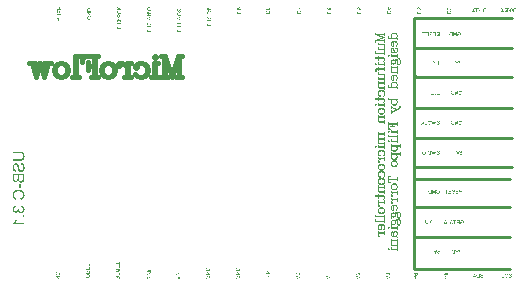
<source format=gbo>
G04*
G04 #@! TF.GenerationSoftware,Altium Limited,Altium Designer,24.2.2 (26)*
G04*
G04 Layer_Color=32896*
%FSLAX44Y44*%
%MOMM*%
G71*
G04*
G04 #@! TF.SameCoordinates,B7ABE9E6-FD17-4C81-B930-EBB6A9B4DABB*
G04*
G04*
G04 #@! TF.FilePolarity,Positive*
G04*
G01*
G75*
%ADD79C,0.2540*%
%ADD80C,0.0762*%
%ADD81C,0.3810*%
G36*
X313934Y1085836D02*
X314187Y1085822D01*
X314427Y1085794D01*
X314638Y1085765D01*
X314836Y1085737D01*
X315019Y1085695D01*
X315188Y1085667D01*
X315343Y1085639D01*
X315470Y1085596D01*
X315583Y1085568D01*
X315667Y1085540D01*
X315738Y1085512D01*
X315794Y1085498D01*
X315823Y1085483D01*
X315837D01*
X316147Y1085328D01*
X316429Y1085131D01*
X316654Y1084934D01*
X316852Y1084722D01*
X317007Y1084539D01*
X317119Y1084384D01*
X317148Y1084327D01*
X317176Y1084285D01*
X317204Y1084257D01*
Y1084243D01*
X317359Y1083891D01*
X317472Y1083524D01*
X317556Y1083143D01*
X317613Y1082791D01*
X317627Y1082636D01*
X317641Y1082481D01*
X317655Y1082340D01*
Y1082227D01*
X317669Y1082128D01*
Y1082001D01*
X317641Y1081494D01*
X317613Y1081268D01*
X317585Y1081057D01*
X317542Y1080846D01*
X317500Y1080662D01*
X317458Y1080493D01*
X317401Y1080338D01*
X317345Y1080197D01*
X317303Y1080084D01*
X317260Y1079972D01*
X317218Y1079887D01*
X317176Y1079817D01*
X317162Y1079774D01*
X317134Y1079746D01*
Y1079732D01*
X316922Y1079422D01*
X316682Y1079168D01*
X316457Y1078971D01*
X316231Y1078801D01*
X316034Y1078675D01*
X315879Y1078590D01*
X315823Y1078562D01*
X315780Y1078534D01*
X315752Y1078520D01*
X315738D01*
X315569Y1078463D01*
X315385Y1078407D01*
X315005Y1078322D01*
X314610Y1078266D01*
X314230Y1078223D01*
X314060Y1078209D01*
X313891Y1078195D01*
X313750D01*
X313623Y1078181D01*
X313525D01*
X313454D01*
X313398D01*
X313384D01*
X307745D01*
Y1079478D01*
X313384D01*
X313708D01*
X314018Y1079506D01*
X314286Y1079535D01*
X314540Y1079577D01*
X314765Y1079619D01*
X314977Y1079676D01*
X315160Y1079718D01*
X315315Y1079774D01*
X315442Y1079831D01*
X315569Y1079887D01*
X315653Y1079943D01*
X315738Y1079986D01*
X315794Y1080028D01*
X315837Y1080056D01*
X315851Y1080070D01*
X315865Y1080084D01*
X315977Y1080211D01*
X316076Y1080352D01*
X316231Y1080662D01*
X316344Y1080986D01*
X316415Y1081325D01*
X316471Y1081635D01*
X316485Y1081762D01*
Y1081889D01*
X316499Y1081973D01*
Y1082114D01*
X316485Y1082410D01*
X316443Y1082678D01*
X316400Y1082932D01*
X316330Y1083129D01*
X316274Y1083298D01*
X316231Y1083425D01*
X316189Y1083496D01*
X316175Y1083524D01*
X316048Y1083721D01*
X315893Y1083891D01*
X315738Y1084032D01*
X315597Y1084130D01*
X315456Y1084215D01*
X315357Y1084285D01*
X315287Y1084313D01*
X315259Y1084327D01*
X315132Y1084370D01*
X315005Y1084398D01*
X314709Y1084454D01*
X314399Y1084497D01*
X314088Y1084525D01*
X313821Y1084539D01*
X313694D01*
X313595Y1084553D01*
X313510D01*
X313440D01*
X313398D01*
X313384D01*
X307745D01*
Y1085850D01*
X313384D01*
X313666D01*
X313934Y1085836D01*
D02*
G37*
G36*
X314723Y1076433D02*
X315061Y1076377D01*
X315357Y1076292D01*
X315625Y1076194D01*
X315837Y1076095D01*
X315921Y1076053D01*
X315992Y1076024D01*
X316048Y1075982D01*
X316090Y1075968D01*
X316119Y1075940D01*
X316133D01*
X316400Y1075728D01*
X316640Y1075503D01*
X316837Y1075263D01*
X317007Y1075038D01*
X317134Y1074840D01*
X317218Y1074671D01*
X317246Y1074615D01*
X317274Y1074572D01*
X317288Y1074544D01*
Y1074530D01*
X317415Y1074178D01*
X317514Y1073811D01*
X317570Y1073445D01*
X317627Y1073092D01*
X317641Y1072923D01*
X317655Y1072782D01*
Y1072655D01*
X317669Y1072542D01*
Y1072317D01*
X317655Y1071936D01*
X317613Y1071584D01*
X317542Y1071260D01*
X317472Y1070992D01*
X317415Y1070766D01*
X317373Y1070667D01*
X317345Y1070583D01*
X317317Y1070527D01*
X317303Y1070484D01*
X317288Y1070456D01*
Y1070442D01*
X317134Y1070146D01*
X316964Y1069892D01*
X316781Y1069667D01*
X316612Y1069483D01*
X316471Y1069342D01*
X316344Y1069244D01*
X316259Y1069173D01*
X316245Y1069159D01*
X316231D01*
X315963Y1069004D01*
X315710Y1068891D01*
X315470Y1068821D01*
X315245Y1068764D01*
X315047Y1068736D01*
X314892Y1068708D01*
X314836D01*
X314793D01*
X314779D01*
X314765D01*
X314483Y1068722D01*
X314215Y1068764D01*
X313976Y1068835D01*
X313778Y1068905D01*
X313609Y1068990D01*
X313482Y1069046D01*
X313412Y1069103D01*
X313384Y1069117D01*
X313172Y1069286D01*
X312975Y1069483D01*
X312806Y1069695D01*
X312651Y1069906D01*
X312538Y1070090D01*
X312453Y1070245D01*
X312425Y1070301D01*
X312397Y1070343D01*
X312383Y1070371D01*
Y1070386D01*
X312326Y1070498D01*
X312284Y1070639D01*
X312228Y1070794D01*
X312171Y1070964D01*
X312073Y1071316D01*
X311974Y1071683D01*
X311932Y1071852D01*
X311889Y1072007D01*
X311847Y1072162D01*
X311819Y1072289D01*
X311791Y1072387D01*
X311777Y1072472D01*
X311763Y1072528D01*
Y1072542D01*
X311692Y1072824D01*
X311636Y1073078D01*
X311565Y1073304D01*
X311509Y1073501D01*
X311438Y1073684D01*
X311382Y1073839D01*
X311325Y1073980D01*
X311283Y1074107D01*
X311227Y1074206D01*
X311185Y1074290D01*
X311156Y1074347D01*
X311114Y1074403D01*
X311072Y1074474D01*
X311058Y1074488D01*
X310917Y1074615D01*
X310776Y1074699D01*
X310635Y1074770D01*
X310494Y1074812D01*
X310381Y1074840D01*
X310282Y1074854D01*
X310226D01*
X310198D01*
X309972Y1074826D01*
X309775Y1074770D01*
X309606Y1074685D01*
X309451Y1074586D01*
X309338Y1074502D01*
X309239Y1074417D01*
X309183Y1074361D01*
X309169Y1074333D01*
X309098Y1074220D01*
X309028Y1074107D01*
X308915Y1073839D01*
X308844Y1073557D01*
X308788Y1073276D01*
X308760Y1073022D01*
X308746Y1072909D01*
X308732Y1072824D01*
Y1072627D01*
X308746Y1072232D01*
X308802Y1071880D01*
X308887Y1071598D01*
X308971Y1071358D01*
X309056Y1071175D01*
X309140Y1071034D01*
X309197Y1070964D01*
X309211Y1070935D01*
X309408Y1070738D01*
X309620Y1070583D01*
X309845Y1070456D01*
X310071Y1070371D01*
X310282Y1070315D01*
X310437Y1070273D01*
X310508Y1070259D01*
X310550Y1070245D01*
X310578D01*
X310592D01*
X310494Y1069004D01*
X310184Y1069032D01*
X309902Y1069103D01*
X309634Y1069173D01*
X309408Y1069272D01*
X309225Y1069357D01*
X309084Y1069427D01*
X309042Y1069455D01*
X309000Y1069483D01*
X308985Y1069498D01*
X308971D01*
X308732Y1069681D01*
X308520Y1069878D01*
X308337Y1070090D01*
X308196Y1070301D01*
X308069Y1070484D01*
X307999Y1070625D01*
X307970Y1070682D01*
X307942Y1070724D01*
X307928Y1070752D01*
Y1070766D01*
X307815Y1071076D01*
X307731Y1071415D01*
X307660Y1071725D01*
X307618Y1072021D01*
X307590Y1072289D01*
Y1072387D01*
X307576Y1072486D01*
Y1072669D01*
X307590Y1073036D01*
X307632Y1073360D01*
X307689Y1073670D01*
X307745Y1073938D01*
X307801Y1074149D01*
X307829Y1074248D01*
X307858Y1074319D01*
X307886Y1074375D01*
X307900Y1074417D01*
X307914Y1074445D01*
Y1074460D01*
X308055Y1074742D01*
X308210Y1074995D01*
X308379Y1075207D01*
X308534Y1075376D01*
X308675Y1075503D01*
X308788Y1075602D01*
X308873Y1075672D01*
X308887Y1075686D01*
X308901D01*
X309140Y1075827D01*
X309380Y1075926D01*
X309620Y1075996D01*
X309831Y1076039D01*
X310014Y1076067D01*
X310156Y1076095D01*
X310212D01*
X310254D01*
X310268D01*
X310282D01*
X310522Y1076081D01*
X310748Y1076039D01*
X310959Y1075982D01*
X311142Y1075926D01*
X311283Y1075869D01*
X311396Y1075813D01*
X311467Y1075771D01*
X311495Y1075757D01*
X311692Y1075616D01*
X311875Y1075446D01*
X312030Y1075277D01*
X312157Y1075108D01*
X312270Y1074967D01*
X312341Y1074840D01*
X312397Y1074756D01*
X312411Y1074742D01*
Y1074727D01*
X312467Y1074615D01*
X312524Y1074488D01*
X312622Y1074206D01*
X312721Y1073882D01*
X312820Y1073571D01*
X312904Y1073290D01*
X312933Y1073163D01*
X312961Y1073050D01*
X312989Y1072965D01*
X313003Y1072895D01*
X313017Y1072853D01*
Y1072839D01*
X313074Y1072599D01*
X313130Y1072373D01*
X313186Y1072176D01*
X313229Y1072007D01*
X313271Y1071838D01*
X313313Y1071697D01*
X313341Y1071570D01*
X313384Y1071471D01*
X313412Y1071372D01*
X313426Y1071302D01*
X313468Y1071189D01*
X313482Y1071119D01*
X313496Y1071105D01*
X313581Y1070893D01*
X313680Y1070710D01*
X313778Y1070555D01*
X313863Y1070442D01*
X313948Y1070343D01*
X314004Y1070287D01*
X314046Y1070245D01*
X314060Y1070230D01*
X314187Y1070132D01*
X314328Y1070061D01*
X314469Y1070019D01*
X314582Y1069977D01*
X314695Y1069963D01*
X314779Y1069949D01*
X314850D01*
X314864D01*
X315033Y1069963D01*
X315188Y1069991D01*
X315329Y1070033D01*
X315442Y1070090D01*
X315555Y1070146D01*
X315625Y1070188D01*
X315681Y1070216D01*
X315696Y1070230D01*
X315837Y1070343D01*
X315949Y1070484D01*
X316048Y1070625D01*
X316147Y1070752D01*
X316203Y1070879D01*
X316259Y1070978D01*
X316288Y1071048D01*
X316302Y1071076D01*
X316372Y1071288D01*
X316429Y1071513D01*
X316457Y1071739D01*
X316485Y1071936D01*
X316499Y1072105D01*
X316513Y1072246D01*
Y1072373D01*
X316499Y1072683D01*
X316471Y1072965D01*
X316429Y1073219D01*
X316372Y1073445D01*
X316316Y1073628D01*
X316274Y1073769D01*
X316259Y1073811D01*
X316245Y1073854D01*
X316231Y1073868D01*
Y1073882D01*
X316119Y1074107D01*
X315992Y1074319D01*
X315865Y1074474D01*
X315738Y1074615D01*
X315639Y1074727D01*
X315541Y1074798D01*
X315484Y1074840D01*
X315470Y1074854D01*
X315287Y1074953D01*
X315089Y1075052D01*
X314878Y1075108D01*
X314695Y1075164D01*
X314511Y1075207D01*
X314385Y1075235D01*
X314328D01*
X314286Y1075249D01*
X314272D01*
X314258D01*
X314370Y1076461D01*
X314723Y1076433D01*
D02*
G37*
G36*
X317500Y1063267D02*
X317486Y1062928D01*
X317472Y1062632D01*
X317444Y1062364D01*
X317415Y1062139D01*
X317387Y1061956D01*
X317373Y1061815D01*
X317345Y1061730D01*
Y1061702D01*
X317274Y1061462D01*
X317204Y1061265D01*
X317119Y1061082D01*
X317035Y1060927D01*
X316978Y1060800D01*
X316922Y1060701D01*
X316880Y1060645D01*
X316866Y1060630D01*
X316739Y1060475D01*
X316584Y1060334D01*
X316429Y1060222D01*
X316288Y1060109D01*
X316147Y1060024D01*
X316048Y1059968D01*
X315977Y1059926D01*
X315949Y1059911D01*
X315724Y1059813D01*
X315498Y1059742D01*
X315287Y1059686D01*
X315089Y1059658D01*
X314920Y1059630D01*
X314779Y1059615D01*
X314695D01*
X314681D01*
X314667D01*
X314356Y1059630D01*
X314074Y1059686D01*
X313835Y1059771D01*
X313609Y1059855D01*
X313440Y1059940D01*
X313313Y1060024D01*
X313229Y1060081D01*
X313200Y1060095D01*
X312975Y1060292D01*
X312792Y1060504D01*
X312637Y1060743D01*
X312510Y1060955D01*
X312411Y1061152D01*
X312355Y1061321D01*
X312326Y1061378D01*
X312312Y1061420D01*
X312298Y1061448D01*
Y1061462D01*
X312157Y1061223D01*
X312016Y1061011D01*
X311861Y1060842D01*
X311720Y1060701D01*
X311607Y1060588D01*
X311495Y1060504D01*
X311438Y1060461D01*
X311410Y1060447D01*
X311199Y1060334D01*
X311001Y1060250D01*
X310804Y1060179D01*
X310621Y1060137D01*
X310466Y1060109D01*
X310339Y1060095D01*
X310268D01*
X310240D01*
X310000Y1060109D01*
X309761Y1060151D01*
X309549Y1060222D01*
X309352Y1060292D01*
X309183Y1060363D01*
X309070Y1060433D01*
X308985Y1060475D01*
X308957Y1060490D01*
X308746Y1060645D01*
X308548Y1060814D01*
X308393Y1060997D01*
X308267Y1061166D01*
X308168Y1061307D01*
X308097Y1061434D01*
X308055Y1061519D01*
X308041Y1061533D01*
Y1061547D01*
X307942Y1061815D01*
X307872Y1062111D01*
X307815Y1062407D01*
X307787Y1062689D01*
X307759Y1062942D01*
Y1063055D01*
X307745Y1063154D01*
Y1066988D01*
X317500D01*
Y1063267D01*
D02*
G37*
G36*
X314568Y1054766D02*
X313370D01*
Y1058474D01*
X314568D01*
Y1054766D01*
D02*
G37*
G36*
X313059Y1053652D02*
X313553Y1053596D01*
X313990Y1053526D01*
X314201Y1053469D01*
X314385Y1053427D01*
X314554Y1053385D01*
X314709Y1053328D01*
X314850Y1053286D01*
X314963Y1053258D01*
X315047Y1053215D01*
X315118Y1053201D01*
X315160Y1053173D01*
X315174D01*
X315597Y1052962D01*
X315977Y1052722D01*
X316302Y1052468D01*
X316429Y1052341D01*
X316556Y1052229D01*
X316668Y1052116D01*
X316767Y1052003D01*
X316852Y1051904D01*
X316908Y1051820D01*
X316964Y1051764D01*
X317007Y1051707D01*
X317021Y1051679D01*
X317035Y1051665D01*
X317148Y1051467D01*
X317246Y1051270D01*
X317401Y1050847D01*
X317514Y1050424D01*
X317585Y1050015D01*
X317613Y1049818D01*
X317641Y1049649D01*
X317655Y1049494D01*
Y1049367D01*
X317669Y1049254D01*
Y1049099D01*
X317655Y1048817D01*
X317627Y1048549D01*
X317599Y1048296D01*
X317542Y1048056D01*
X317472Y1047830D01*
X317401Y1047619D01*
X317331Y1047422D01*
X317246Y1047238D01*
X317176Y1047083D01*
X317105Y1046928D01*
X317035Y1046815D01*
X316964Y1046703D01*
X316908Y1046632D01*
X316880Y1046562D01*
X316852Y1046534D01*
X316837Y1046519D01*
X316668Y1046322D01*
X316499Y1046153D01*
X316302Y1045998D01*
X316104Y1045843D01*
X315710Y1045589D01*
X315315Y1045392D01*
X315132Y1045307D01*
X314963Y1045237D01*
X314807Y1045180D01*
X314681Y1045138D01*
X314568Y1045096D01*
X314483Y1045067D01*
X314427Y1045053D01*
X314413D01*
X314088Y1046350D01*
X314314Y1046407D01*
X314526Y1046477D01*
X314723Y1046548D01*
X314906Y1046618D01*
X315075Y1046703D01*
X315216Y1046787D01*
X315357Y1046886D01*
X315484Y1046971D01*
X315597Y1047041D01*
X315681Y1047125D01*
X315766Y1047196D01*
X315837Y1047252D01*
X315879Y1047309D01*
X315921Y1047351D01*
X315935Y1047365D01*
X315949Y1047379D01*
X316062Y1047520D01*
X316147Y1047675D01*
X316302Y1047986D01*
X316415Y1048281D01*
X316485Y1048577D01*
X316541Y1048831D01*
X316556Y1048930D01*
Y1049029D01*
X316570Y1049113D01*
Y1049212D01*
X316556Y1049536D01*
X316499Y1049846D01*
X316429Y1050128D01*
X316344Y1050382D01*
X316259Y1050579D01*
X316217Y1050664D01*
X316189Y1050734D01*
X316161Y1050791D01*
X316133Y1050833D01*
X316119Y1050861D01*
Y1050875D01*
X315921Y1051143D01*
X315710Y1051369D01*
X315470Y1051566D01*
X315245Y1051721D01*
X315047Y1051848D01*
X314878Y1051933D01*
X314807Y1051961D01*
X314765Y1051989D01*
X314737Y1052003D01*
X314723D01*
X314356Y1052116D01*
X313990Y1052200D01*
X313623Y1052271D01*
X313285Y1052313D01*
X313130Y1052327D01*
X312989Y1052341D01*
X312862D01*
X312763Y1052355D01*
X312679D01*
X312608D01*
X312566D01*
X312552D01*
X312185Y1052341D01*
X311847Y1052313D01*
X311537Y1052257D01*
X311255Y1052200D01*
X311015Y1052158D01*
X310917Y1052130D01*
X310832Y1052102D01*
X310762Y1052088D01*
X310719Y1052074D01*
X310691Y1052059D01*
X310677D01*
X310353Y1051918D01*
X310057Y1051764D01*
X309817Y1051594D01*
X309606Y1051411D01*
X309436Y1051256D01*
X309324Y1051129D01*
X309253Y1051030D01*
X309225Y1051016D01*
Y1051002D01*
X309042Y1050706D01*
X308901Y1050382D01*
X308802Y1050072D01*
X308746Y1049776D01*
X308703Y1049508D01*
X308689Y1049395D01*
Y1049296D01*
X308675Y1049226D01*
Y1049113D01*
X308689Y1048761D01*
X308746Y1048437D01*
X308830Y1048169D01*
X308915Y1047929D01*
X309014Y1047746D01*
X309084Y1047605D01*
X309140Y1047520D01*
X309169Y1047492D01*
X309380Y1047266D01*
X309620Y1047055D01*
X309874Y1046886D01*
X310127Y1046745D01*
X310353Y1046632D01*
X310466Y1046590D01*
X310550Y1046562D01*
X310621Y1046534D01*
X310677Y1046505D01*
X310705Y1046491D01*
X310719D01*
X310423Y1045222D01*
X310170Y1045307D01*
X309944Y1045392D01*
X309733Y1045504D01*
X309521Y1045603D01*
X309338Y1045716D01*
X309169Y1045843D01*
X309000Y1045956D01*
X308859Y1046068D01*
X308746Y1046181D01*
X308633Y1046280D01*
X308534Y1046378D01*
X308464Y1046449D01*
X308393Y1046519D01*
X308351Y1046576D01*
X308337Y1046604D01*
X308323Y1046618D01*
X308196Y1046815D01*
X308069Y1047013D01*
X307970Y1047210D01*
X307886Y1047422D01*
X307759Y1047844D01*
X307674Y1048225D01*
X307632Y1048408D01*
X307618Y1048563D01*
X307604Y1048718D01*
X307590Y1048845D01*
X307576Y1048944D01*
Y1049085D01*
X307604Y1049550D01*
X307674Y1050001D01*
X307759Y1050396D01*
X307815Y1050579D01*
X307872Y1050749D01*
X307928Y1050903D01*
X307985Y1051044D01*
X308027Y1051157D01*
X308069Y1051270D01*
X308111Y1051340D01*
X308140Y1051397D01*
X308154Y1051439D01*
X308168Y1051453D01*
X308407Y1051834D01*
X308689Y1052158D01*
X308971Y1052440D01*
X309253Y1052680D01*
X309507Y1052863D01*
X309620Y1052934D01*
X309718Y1052990D01*
X309789Y1053046D01*
X309845Y1053074D01*
X309888Y1053089D01*
X309902Y1053103D01*
X310339Y1053300D01*
X310790Y1053441D01*
X311241Y1053540D01*
X311650Y1053610D01*
X311833Y1053638D01*
X312016Y1053652D01*
X312157Y1053667D01*
X312298D01*
X312397Y1053681D01*
X312481D01*
X312538D01*
X312552D01*
X313059Y1053652D01*
D02*
G37*
G36*
X315146Y1040119D02*
X315357Y1040077D01*
X315752Y1039950D01*
X316090Y1039795D01*
X316231Y1039710D01*
X316372Y1039626D01*
X316499Y1039541D01*
X316598Y1039457D01*
X316696Y1039386D01*
X316767Y1039316D01*
X316823Y1039274D01*
X316866Y1039231D01*
X316894Y1039203D01*
X316908Y1039189D01*
X317035Y1039020D01*
X317162Y1038851D01*
X317260Y1038681D01*
X317345Y1038498D01*
X317486Y1038146D01*
X317570Y1037807D01*
X317599Y1037652D01*
X317627Y1037511D01*
X317641Y1037384D01*
X317655Y1037272D01*
X317669Y1037187D01*
Y1037060D01*
X317655Y1036792D01*
X317627Y1036553D01*
X317585Y1036313D01*
X317528Y1036088D01*
X317458Y1035876D01*
X317387Y1035693D01*
X317303Y1035510D01*
X317218Y1035355D01*
X317148Y1035200D01*
X317063Y1035073D01*
X316992Y1034960D01*
X316922Y1034875D01*
X316866Y1034805D01*
X316823Y1034748D01*
X316795Y1034720D01*
X316781Y1034706D01*
X316612Y1034537D01*
X316429Y1034396D01*
X316245Y1034269D01*
X316062Y1034156D01*
X315893Y1034072D01*
X315710Y1033987D01*
X315371Y1033874D01*
X315216Y1033846D01*
X315075Y1033818D01*
X314948Y1033790D01*
X314836Y1033776D01*
X314751Y1033762D01*
X314681D01*
X314638D01*
X314624D01*
X314286Y1033776D01*
X313976Y1033832D01*
X313708Y1033917D01*
X313482Y1034001D01*
X313299Y1034086D01*
X313158Y1034170D01*
X313074Y1034227D01*
X313045Y1034241D01*
X312834Y1034438D01*
X312651Y1034650D01*
X312510Y1034875D01*
X312397Y1035101D01*
X312312Y1035298D01*
X312256Y1035453D01*
X312242Y1035510D01*
X312228Y1035552D01*
X312214Y1035580D01*
Y1035594D01*
X312087Y1035355D01*
X311960Y1035157D01*
X311819Y1034988D01*
X311692Y1034847D01*
X311579Y1034734D01*
X311481Y1034650D01*
X311424Y1034607D01*
X311396Y1034593D01*
X311199Y1034481D01*
X311001Y1034396D01*
X310804Y1034325D01*
X310621Y1034283D01*
X310466Y1034255D01*
X310353Y1034241D01*
X310268D01*
X310240D01*
X310000Y1034255D01*
X309761Y1034297D01*
X309549Y1034354D01*
X309366Y1034424D01*
X309211Y1034495D01*
X309084Y1034551D01*
X309014Y1034593D01*
X308985Y1034607D01*
X308774Y1034748D01*
X308591Y1034918D01*
X308436Y1035087D01*
X308295Y1035256D01*
X308196Y1035397D01*
X308111Y1035524D01*
X308069Y1035608D01*
X308055Y1035622D01*
Y1035637D01*
X307942Y1035890D01*
X307858Y1036144D01*
X307787Y1036398D01*
X307745Y1036623D01*
X307717Y1036806D01*
X307703Y1036962D01*
Y1037314D01*
X307731Y1037511D01*
X307801Y1037892D01*
X307914Y1038216D01*
X308027Y1038498D01*
X308097Y1038625D01*
X308154Y1038724D01*
X308210Y1038822D01*
X308267Y1038893D01*
X308309Y1038949D01*
X308337Y1038992D01*
X308351Y1039020D01*
X308365Y1039034D01*
X308633Y1039302D01*
X308929Y1039513D01*
X309239Y1039682D01*
X309549Y1039823D01*
X309817Y1039908D01*
X309930Y1039950D01*
X310029Y1039978D01*
X310113Y1039993D01*
X310170Y1040007D01*
X310212Y1040021D01*
X310226D01*
X310437Y1038822D01*
X310127Y1038766D01*
X309859Y1038681D01*
X309634Y1038583D01*
X309451Y1038484D01*
X309310Y1038385D01*
X309211Y1038301D01*
X309140Y1038244D01*
X309126Y1038230D01*
X308985Y1038047D01*
X308873Y1037850D01*
X308802Y1037666D01*
X308746Y1037483D01*
X308718Y1037314D01*
X308689Y1037187D01*
Y1037074D01*
X308703Y1036821D01*
X308760Y1036595D01*
X308830Y1036398D01*
X308901Y1036229D01*
X308985Y1036102D01*
X309056Y1036003D01*
X309112Y1035932D01*
X309126Y1035918D01*
X309296Y1035763D01*
X309479Y1035651D01*
X309662Y1035580D01*
X309831Y1035524D01*
X309986Y1035496D01*
X310099Y1035467D01*
X310184D01*
X310198D01*
X310212D01*
X310367D01*
X310508Y1035496D01*
X310748Y1035566D01*
X310959Y1035665D01*
X311142Y1035778D01*
X311269Y1035890D01*
X311368Y1035989D01*
X311424Y1036059D01*
X311438Y1036074D01*
Y1036088D01*
X311565Y1036327D01*
X311664Y1036553D01*
X311734Y1036792D01*
X311777Y1037004D01*
X311805Y1037187D01*
X311833Y1037342D01*
Y1037525D01*
X311819Y1037582D01*
Y1037652D01*
X312876Y1037793D01*
X312834Y1037610D01*
X312806Y1037441D01*
X312778Y1037300D01*
X312763Y1037173D01*
X312749Y1037074D01*
Y1036947D01*
X312778Y1036652D01*
X312834Y1036384D01*
X312918Y1036144D01*
X313017Y1035947D01*
X313116Y1035792D01*
X313200Y1035679D01*
X313257Y1035608D01*
X313285Y1035580D01*
X313496Y1035397D01*
X313722Y1035256D01*
X313948Y1035157D01*
X314173Y1035101D01*
X314356Y1035059D01*
X314511Y1035044D01*
X314568Y1035030D01*
X314610D01*
X314638D01*
X314652D01*
X314963Y1035059D01*
X315245Y1035129D01*
X315484Y1035214D01*
X315696Y1035326D01*
X315865Y1035439D01*
X315992Y1035524D01*
X316076Y1035594D01*
X316104Y1035622D01*
X316302Y1035848D01*
X316443Y1036088D01*
X316541Y1036327D01*
X316612Y1036553D01*
X316654Y1036750D01*
X316668Y1036905D01*
X316682Y1036962D01*
Y1037046D01*
X316668Y1037300D01*
X316612Y1037540D01*
X316541Y1037751D01*
X316457Y1037920D01*
X316386Y1038061D01*
X316316Y1038174D01*
X316259Y1038230D01*
X316245Y1038259D01*
X316048Y1038428D01*
X315823Y1038569D01*
X315583Y1038696D01*
X315329Y1038794D01*
X315118Y1038865D01*
X315019Y1038893D01*
X314934Y1038907D01*
X314864Y1038921D01*
X314807Y1038935D01*
X314779Y1038949D01*
X314765D01*
X314920Y1040147D01*
X315146Y1040119D01*
D02*
G37*
G36*
X317500Y1030533D02*
X316133D01*
Y1031901D01*
X317500D01*
Y1030533D01*
D02*
G37*
G36*
X311227Y1027658D02*
X311128Y1027446D01*
X311029Y1027235D01*
X310931Y1027037D01*
X310846Y1026868D01*
X310776Y1026727D01*
X310719Y1026643D01*
X310705Y1026628D01*
Y1026614D01*
X310550Y1026361D01*
X310395Y1026135D01*
X310254Y1025938D01*
X310127Y1025783D01*
X310029Y1025642D01*
X309944Y1025557D01*
X309888Y1025487D01*
X309874Y1025472D01*
X317500D01*
Y1024274D01*
X307703D01*
Y1025050D01*
X307942Y1025191D01*
X308168Y1025346D01*
X308393Y1025529D01*
X308591Y1025698D01*
X308760Y1025867D01*
X308901Y1025994D01*
X308943Y1026050D01*
X308985Y1026093D01*
X309000Y1026107D01*
X309014Y1026121D01*
X309253Y1026417D01*
X309479Y1026713D01*
X309676Y1026995D01*
X309831Y1027277D01*
X309972Y1027517D01*
X310029Y1027615D01*
X310071Y1027700D01*
X310113Y1027770D01*
X310127Y1027827D01*
X310156Y1027855D01*
Y1027869D01*
X311311D01*
X311227Y1027658D01*
D02*
G37*
G36*
X683428Y1183696D02*
X683015D01*
Y1186248D01*
X681314Y1183696D01*
X680867D01*
Y1186948D01*
X681281D01*
Y1184392D01*
X682987Y1186948D01*
X683428D01*
Y1183696D01*
D02*
G37*
G36*
X685618Y1186995D02*
X685782Y1186972D01*
X685858Y1186957D01*
X685928Y1186939D01*
X685994Y1186925D01*
X686055Y1186906D01*
X686111Y1186887D01*
X686158Y1186868D01*
X686201Y1186849D01*
X686238Y1186835D01*
X686266Y1186821D01*
X686285Y1186812D01*
X686299Y1186807D01*
X686304Y1186802D01*
X686370Y1186760D01*
X686436Y1186718D01*
X686548Y1186619D01*
X686647Y1186520D01*
X686727Y1186417D01*
X686793Y1186328D01*
X686816Y1186290D01*
X686835Y1186253D01*
X686854Y1186224D01*
X686863Y1186206D01*
X686868Y1186192D01*
X686873Y1186187D01*
X686938Y1186032D01*
X686985Y1185877D01*
X687023Y1185726D01*
X687032Y1185656D01*
X687047Y1185590D01*
X687051Y1185529D01*
X687061Y1185477D01*
X687065Y1185426D01*
Y1185383D01*
X687070Y1185350D01*
Y1185327D01*
Y1185308D01*
Y1185303D01*
X687061Y1185130D01*
X687037Y1184965D01*
X687023Y1184890D01*
X687009Y1184819D01*
X686990Y1184749D01*
X686971Y1184688D01*
X686953Y1184632D01*
X686934Y1184585D01*
X686920Y1184538D01*
X686906Y1184505D01*
X686891Y1184472D01*
X686882Y1184453D01*
X686873Y1184439D01*
Y1184434D01*
X686788Y1184298D01*
X686694Y1184180D01*
X686595Y1184077D01*
X686501Y1183992D01*
X686412Y1183927D01*
X686379Y1183903D01*
X686346Y1183880D01*
X686318Y1183866D01*
X686299Y1183851D01*
X686285Y1183847D01*
X686281Y1183842D01*
X686205Y1183804D01*
X686130Y1183776D01*
X685980Y1183725D01*
X685834Y1183692D01*
X685698Y1183663D01*
X685637Y1183659D01*
X685580Y1183649D01*
X685529Y1183645D01*
X685486D01*
X685453Y1183640D01*
X685407D01*
X685275Y1183645D01*
X685148Y1183659D01*
X685031Y1183682D01*
X684927Y1183706D01*
X684885Y1183715D01*
X684843Y1183725D01*
X684805Y1183739D01*
X684772Y1183748D01*
X684749Y1183757D01*
X684730Y1183762D01*
X684721Y1183767D01*
X684716D01*
X684589Y1183819D01*
X684472Y1183880D01*
X684359Y1183945D01*
X684260Y1184007D01*
X684218Y1184035D01*
X684175Y1184063D01*
X684143Y1184086D01*
X684114Y1184105D01*
X684091Y1184124D01*
X684072Y1184138D01*
X684063Y1184143D01*
X684058Y1184147D01*
Y1185355D01*
X685439D01*
Y1184970D01*
X684481D01*
Y1184359D01*
X684537Y1184312D01*
X684603Y1184270D01*
X684673Y1184232D01*
X684739Y1184199D01*
X684796Y1184171D01*
X684847Y1184147D01*
X684866Y1184138D01*
X684876Y1184133D01*
X684885Y1184129D01*
X684890D01*
X684988Y1184096D01*
X685087Y1184068D01*
X685176Y1184049D01*
X685261Y1184039D01*
X685331Y1184030D01*
X685360D01*
X685388Y1184025D01*
X685435D01*
X685552Y1184030D01*
X685665Y1184049D01*
X685768Y1184072D01*
X685862Y1184096D01*
X685938Y1184124D01*
X685970Y1184133D01*
X685994Y1184143D01*
X686017Y1184152D01*
X686031Y1184162D01*
X686041Y1184166D01*
X686046D01*
X686144Y1184227D01*
X686234Y1184293D01*
X686309Y1184364D01*
X686370Y1184434D01*
X686422Y1184500D01*
X686454Y1184552D01*
X686469Y1184570D01*
X686473Y1184585D01*
X686483Y1184594D01*
Y1184599D01*
X686530Y1184716D01*
X686567Y1184838D01*
X686591Y1184960D01*
X686609Y1185078D01*
X686614Y1185130D01*
X686619Y1185177D01*
X686624Y1185224D01*
Y1185261D01*
X686628Y1185289D01*
Y1185313D01*
Y1185327D01*
Y1185332D01*
X686624Y1185463D01*
X686609Y1185581D01*
X686591Y1185694D01*
X686567Y1185792D01*
X686558Y1185834D01*
X686544Y1185872D01*
X686534Y1185905D01*
X686525Y1185933D01*
X686516Y1185957D01*
X686511Y1185971D01*
X686506Y1185980D01*
Y1185985D01*
X686473Y1186051D01*
X686440Y1186112D01*
X686407Y1186168D01*
X686375Y1186215D01*
X686346Y1186253D01*
X686323Y1186285D01*
X686304Y1186304D01*
X686299Y1186309D01*
X686248Y1186361D01*
X686191Y1186408D01*
X686130Y1186445D01*
X686074Y1186483D01*
X686027Y1186506D01*
X685989Y1186530D01*
X685961Y1186539D01*
X685952Y1186544D01*
X685867Y1186577D01*
X685782Y1186600D01*
X685693Y1186615D01*
X685613Y1186629D01*
X685543Y1186633D01*
X685515D01*
X685491Y1186638D01*
X685439D01*
X685350Y1186633D01*
X685266Y1186624D01*
X685190Y1186610D01*
X685125Y1186596D01*
X685068Y1186577D01*
X685026Y1186563D01*
X685002Y1186553D01*
X684993Y1186549D01*
X684923Y1186516D01*
X684862Y1186478D01*
X684805Y1186441D01*
X684763Y1186403D01*
X684730Y1186370D01*
X684702Y1186347D01*
X684688Y1186328D01*
X684683Y1186323D01*
X684641Y1186267D01*
X684608Y1186201D01*
X684575Y1186140D01*
X684547Y1186074D01*
X684528Y1186018D01*
X684514Y1185975D01*
X684509Y1185957D01*
X684504Y1185943D01*
X684500Y1185938D01*
Y1185933D01*
X684110Y1186037D01*
X684143Y1186154D01*
X684185Y1186257D01*
X684227Y1186351D01*
X684265Y1186426D01*
X684302Y1186488D01*
X684331Y1186530D01*
X684349Y1186558D01*
X684359Y1186568D01*
X684425Y1186643D01*
X684495Y1186704D01*
X684570Y1186760D01*
X684641Y1186807D01*
X684706Y1186840D01*
X684758Y1186868D01*
X684777Y1186878D01*
X684791Y1186882D01*
X684800Y1186887D01*
X684805D01*
X684913Y1186925D01*
X685026Y1186953D01*
X685129Y1186976D01*
X685228Y1186990D01*
X685317Y1187000D01*
X685355D01*
X685383Y1187004D01*
X685533D01*
X685618Y1186995D01*
D02*
G37*
G36*
X680144Y1183696D02*
X678974D01*
X678866Y1183701D01*
X678767Y1183706D01*
X678678Y1183715D01*
X678602Y1183725D01*
X678537Y1183734D01*
X678490Y1183739D01*
X678475Y1183743D01*
X678461Y1183748D01*
X678452D01*
X678367Y1183772D01*
X678292Y1183800D01*
X678226Y1183823D01*
X678170Y1183851D01*
X678123Y1183875D01*
X678090Y1183894D01*
X678071Y1183908D01*
X678062Y1183913D01*
X678001Y1183955D01*
X677949Y1184007D01*
X677898Y1184053D01*
X677855Y1184100D01*
X677818Y1184143D01*
X677790Y1184176D01*
X677771Y1184199D01*
X677766Y1184209D01*
X677719Y1184284D01*
X677672Y1184364D01*
X677634Y1184439D01*
X677606Y1184514D01*
X677578Y1184580D01*
X677559Y1184632D01*
X677554Y1184650D01*
X677550Y1184664D01*
X677545Y1184674D01*
Y1184678D01*
X677517Y1184791D01*
X677493Y1184904D01*
X677479Y1185012D01*
X677465Y1185116D01*
X677460Y1185205D01*
Y1185242D01*
X677456Y1185275D01*
Y1185299D01*
Y1185322D01*
Y1185332D01*
Y1185336D01*
X677460Y1185496D01*
X677475Y1185642D01*
X677498Y1185773D01*
X677507Y1185834D01*
X677522Y1185886D01*
X677536Y1185938D01*
X677545Y1185980D01*
X677554Y1186018D01*
X677569Y1186051D01*
X677573Y1186079D01*
X677583Y1186098D01*
X677587Y1186107D01*
Y1186112D01*
X677639Y1186234D01*
X677700Y1186342D01*
X677766Y1186436D01*
X677827Y1186516D01*
X677884Y1186582D01*
X677930Y1186629D01*
X677949Y1186643D01*
X677963Y1186657D01*
X677968Y1186662D01*
X677973Y1186666D01*
X678048Y1186727D01*
X678128Y1186774D01*
X678208Y1186816D01*
X678283Y1186849D01*
X678349Y1186873D01*
X678400Y1186887D01*
X678419Y1186896D01*
X678433D01*
X678443Y1186901D01*
X678447D01*
X678527Y1186915D01*
X678621Y1186929D01*
X678715Y1186939D01*
X678809Y1186943D01*
X678894Y1186948D01*
X680144D01*
Y1183696D01*
D02*
G37*
G36*
X669290D02*
X668858D01*
Y1185139D01*
X668303D01*
X668251Y1185134D01*
X668214D01*
X668181Y1185130D01*
X668158Y1185125D01*
X668139D01*
X668129Y1185120D01*
X668125D01*
X668049Y1185097D01*
X668017Y1185083D01*
X667988Y1185069D01*
X667960Y1185054D01*
X667941Y1185045D01*
X667932Y1185040D01*
X667927Y1185036D01*
X667890Y1185007D01*
X667852Y1184975D01*
X667782Y1184904D01*
X667749Y1184871D01*
X667725Y1184843D01*
X667711Y1184824D01*
X667706Y1184819D01*
X667659Y1184754D01*
X667608Y1184683D01*
X667556Y1184608D01*
X667504Y1184538D01*
X667462Y1184472D01*
X667429Y1184420D01*
X667415Y1184401D01*
X667406Y1184387D01*
X667396Y1184378D01*
Y1184373D01*
X666969Y1183696D01*
X666433D01*
X666992Y1184580D01*
X667058Y1184674D01*
X667119Y1184758D01*
X667180Y1184829D01*
X667232Y1184895D01*
X667279Y1184942D01*
X667316Y1184979D01*
X667340Y1185003D01*
X667349Y1185012D01*
X667387Y1185040D01*
X667429Y1185073D01*
X667514Y1185125D01*
X667551Y1185144D01*
X667580Y1185163D01*
X667598Y1185172D01*
X667608Y1185177D01*
X667523Y1185191D01*
X667443Y1185205D01*
X667373Y1185228D01*
X667302Y1185247D01*
X667241Y1185271D01*
X667185Y1185299D01*
X667133Y1185322D01*
X667086Y1185346D01*
X667049Y1185374D01*
X667011Y1185397D01*
X666983Y1185416D01*
X666959Y1185435D01*
X666941Y1185449D01*
X666926Y1185463D01*
X666922Y1185468D01*
X666917Y1185473D01*
X666879Y1185520D01*
X666842Y1185567D01*
X666785Y1185665D01*
X666748Y1185764D01*
X666720Y1185858D01*
X666701Y1185938D01*
X666696Y1185971D01*
Y1186004D01*
X666692Y1186027D01*
Y1186046D01*
Y1186055D01*
Y1186060D01*
X666696Y1186159D01*
X666710Y1186248D01*
X666734Y1186332D01*
X666757Y1186403D01*
X666785Y1186464D01*
X666804Y1186511D01*
X666823Y1186539D01*
X666828Y1186544D01*
Y1186549D01*
X666884Y1186624D01*
X666941Y1186690D01*
X667002Y1186746D01*
X667058Y1186788D01*
X667110Y1186821D01*
X667152Y1186840D01*
X667180Y1186854D01*
X667185Y1186859D01*
X667189D01*
X667232Y1186873D01*
X667283Y1186887D01*
X667387Y1186910D01*
X667500Y1186925D01*
X667603Y1186939D01*
X667702Y1186943D01*
X667744D01*
X667782Y1186948D01*
X669290D01*
Y1183696D01*
D02*
G37*
G36*
X666010D02*
X663581D01*
Y1184082D01*
X665578D01*
Y1185186D01*
X663778D01*
Y1185571D01*
X665578D01*
Y1186563D01*
X663656D01*
Y1186948D01*
X666010D01*
Y1183696D01*
D02*
G37*
G36*
X659948D02*
X657519D01*
Y1184082D01*
X659516D01*
Y1185186D01*
X657716D01*
Y1185571D01*
X659516D01*
Y1186563D01*
X657594D01*
Y1186948D01*
X659948D01*
Y1183696D01*
D02*
G37*
G36*
X657167Y1186563D02*
X656095D01*
Y1183696D01*
X655663D01*
Y1186563D01*
X654592D01*
Y1186948D01*
X657167D01*
Y1186563D01*
D02*
G37*
G36*
X661988Y1187000D02*
X662096Y1186986D01*
X662199Y1186967D01*
X662289Y1186948D01*
X662359Y1186929D01*
X662392Y1186920D01*
X662415Y1186910D01*
X662434Y1186901D01*
X662448Y1186896D01*
X662458Y1186892D01*
X662462D01*
X662556Y1186845D01*
X662641Y1186793D01*
X662711Y1186737D01*
X662768Y1186685D01*
X662810Y1186638D01*
X662843Y1186600D01*
X662867Y1186572D01*
X662871Y1186568D01*
Y1186563D01*
X662918Y1186483D01*
X662951Y1186403D01*
X662974Y1186323D01*
X662989Y1186253D01*
X662998Y1186192D01*
X663007Y1186145D01*
Y1186126D01*
Y1186112D01*
Y1186107D01*
Y1186102D01*
X663003Y1186022D01*
X662989Y1185947D01*
X662970Y1185877D01*
X662951Y1185816D01*
X662932Y1185769D01*
X662914Y1185731D01*
X662899Y1185708D01*
X662895Y1185698D01*
X662848Y1185632D01*
X662791Y1185571D01*
X662735Y1185520D01*
X662679Y1185477D01*
X662632Y1185440D01*
X662589Y1185416D01*
X662561Y1185397D01*
X662556Y1185393D01*
X662552D01*
X662514Y1185374D01*
X662472Y1185355D01*
X662378Y1185322D01*
X662270Y1185289D01*
X662166Y1185257D01*
X662072Y1185228D01*
X662030Y1185219D01*
X661992Y1185210D01*
X661964Y1185200D01*
X661941Y1185195D01*
X661927Y1185191D01*
X661922D01*
X661842Y1185172D01*
X661767Y1185153D01*
X661701Y1185134D01*
X661645Y1185120D01*
X661588Y1185106D01*
X661541Y1185092D01*
X661499Y1185083D01*
X661466Y1185069D01*
X661433Y1185059D01*
X661410Y1185054D01*
X661372Y1185040D01*
X661349Y1185036D01*
X661344Y1185031D01*
X661273Y1185003D01*
X661212Y1184970D01*
X661161Y1184937D01*
X661123Y1184909D01*
X661090Y1184881D01*
X661071Y1184862D01*
X661057Y1184848D01*
X661053Y1184843D01*
X661020Y1184801D01*
X660996Y1184754D01*
X660982Y1184707D01*
X660968Y1184669D01*
X660963Y1184632D01*
X660959Y1184603D01*
Y1184580D01*
Y1184575D01*
X660963Y1184519D01*
X660973Y1184467D01*
X660987Y1184420D01*
X661006Y1184382D01*
X661024Y1184345D01*
X661039Y1184321D01*
X661048Y1184303D01*
X661053Y1184298D01*
X661090Y1184251D01*
X661137Y1184213D01*
X661184Y1184180D01*
X661227Y1184147D01*
X661269Y1184129D01*
X661302Y1184110D01*
X661325Y1184100D01*
X661335Y1184096D01*
X661405Y1184072D01*
X661480Y1184053D01*
X661555Y1184044D01*
X661621Y1184035D01*
X661678Y1184030D01*
X661725Y1184025D01*
X661767D01*
X661870Y1184030D01*
X661964Y1184039D01*
X662049Y1184053D01*
X662124Y1184072D01*
X662185Y1184091D01*
X662232Y1184105D01*
X662246Y1184110D01*
X662260Y1184115D01*
X662265Y1184119D01*
X662270D01*
X662345Y1184157D01*
X662415Y1184199D01*
X662467Y1184241D01*
X662514Y1184284D01*
X662552Y1184317D01*
X662575Y1184350D01*
X662589Y1184368D01*
X662594Y1184373D01*
X662627Y1184434D01*
X662660Y1184500D01*
X662679Y1184570D01*
X662697Y1184632D01*
X662711Y1184693D01*
X662721Y1184735D01*
Y1184754D01*
X662726Y1184768D01*
Y1184772D01*
Y1184777D01*
X663130Y1184740D01*
X663120Y1184622D01*
X663101Y1184509D01*
X663073Y1184411D01*
X663040Y1184321D01*
X663007Y1184251D01*
X662993Y1184223D01*
X662984Y1184199D01*
X662970Y1184180D01*
X662965Y1184166D01*
X662956Y1184157D01*
Y1184152D01*
X662885Y1184063D01*
X662810Y1183983D01*
X662730Y1183917D01*
X662655Y1183861D01*
X662589Y1183819D01*
X662533Y1183790D01*
X662514Y1183781D01*
X662500Y1183772D01*
X662490Y1183767D01*
X662486D01*
X662368Y1183725D01*
X662246Y1183692D01*
X662124Y1183673D01*
X662007Y1183654D01*
X661950Y1183649D01*
X661903Y1183645D01*
X661861D01*
X661823Y1183640D01*
X661748D01*
X661621Y1183645D01*
X661504Y1183659D01*
X661396Y1183682D01*
X661306Y1183706D01*
X661231Y1183725D01*
X661198Y1183739D01*
X661170Y1183748D01*
X661151Y1183757D01*
X661137Y1183762D01*
X661128Y1183767D01*
X661123D01*
X661024Y1183819D01*
X660940Y1183875D01*
X660865Y1183936D01*
X660804Y1183992D01*
X660757Y1184039D01*
X660724Y1184082D01*
X660700Y1184110D01*
X660695Y1184115D01*
Y1184119D01*
X660644Y1184209D01*
X660606Y1184293D01*
X660583Y1184373D01*
X660564Y1184448D01*
X660555Y1184514D01*
X660545Y1184566D01*
Y1184585D01*
Y1184599D01*
Y1184603D01*
Y1184608D01*
X660550Y1184702D01*
X660564Y1184791D01*
X660587Y1184871D01*
X660611Y1184937D01*
X660639Y1184993D01*
X660658Y1185036D01*
X660677Y1185059D01*
X660681Y1185069D01*
X660738Y1185139D01*
X660804Y1185205D01*
X660874Y1185261D01*
X660945Y1185313D01*
X661006Y1185350D01*
X661057Y1185379D01*
X661076Y1185388D01*
X661090Y1185397D01*
X661100Y1185402D01*
X661104D01*
X661142Y1185421D01*
X661189Y1185435D01*
X661241Y1185454D01*
X661297Y1185473D01*
X661414Y1185506D01*
X661537Y1185538D01*
X661593Y1185553D01*
X661645Y1185567D01*
X661696Y1185581D01*
X661739Y1185590D01*
X661772Y1185600D01*
X661800Y1185604D01*
X661819Y1185609D01*
X661823D01*
X661917Y1185632D01*
X662002Y1185651D01*
X662077Y1185675D01*
X662143Y1185694D01*
X662204Y1185717D01*
X662256Y1185736D01*
X662303Y1185755D01*
X662345Y1185769D01*
X662378Y1185787D01*
X662406Y1185801D01*
X662425Y1185811D01*
X662444Y1185825D01*
X662467Y1185839D01*
X662472Y1185844D01*
X662514Y1185891D01*
X662542Y1185938D01*
X662566Y1185985D01*
X662580Y1186032D01*
X662589Y1186069D01*
X662594Y1186102D01*
Y1186121D01*
Y1186131D01*
X662585Y1186206D01*
X662566Y1186271D01*
X662538Y1186328D01*
X662505Y1186379D01*
X662476Y1186417D01*
X662448Y1186450D01*
X662430Y1186469D01*
X662420Y1186473D01*
X662383Y1186497D01*
X662345Y1186520D01*
X662256Y1186558D01*
X662162Y1186582D01*
X662068Y1186600D01*
X661983Y1186610D01*
X661945Y1186615D01*
X661917Y1186619D01*
X661852D01*
X661720Y1186615D01*
X661602Y1186596D01*
X661508Y1186568D01*
X661429Y1186539D01*
X661367Y1186511D01*
X661320Y1186483D01*
X661297Y1186464D01*
X661288Y1186459D01*
X661222Y1186394D01*
X661170Y1186323D01*
X661128Y1186248D01*
X661100Y1186173D01*
X661081Y1186102D01*
X661067Y1186051D01*
X661062Y1186027D01*
X661057Y1186013D01*
Y1186004D01*
Y1185999D01*
X660644Y1186032D01*
X660653Y1186135D01*
X660677Y1186229D01*
X660700Y1186318D01*
X660733Y1186394D01*
X660761Y1186455D01*
X660785Y1186502D01*
X660794Y1186516D01*
X660804Y1186530D01*
X660808Y1186535D01*
Y1186539D01*
X660869Y1186619D01*
X660935Y1186690D01*
X661006Y1186751D01*
X661076Y1186798D01*
X661137Y1186840D01*
X661184Y1186863D01*
X661203Y1186873D01*
X661217Y1186882D01*
X661227Y1186887D01*
X661231D01*
X661335Y1186925D01*
X661447Y1186953D01*
X661551Y1186976D01*
X661649Y1186990D01*
X661739Y1187000D01*
X661772D01*
X661805Y1187004D01*
X661866D01*
X661988Y1187000D01*
D02*
G37*
G36*
X665348Y1161192D02*
X666602Y1159510D01*
X666085D01*
X665263Y1160638D01*
X665244Y1160666D01*
X665221Y1160699D01*
X665169Y1160774D01*
X665145Y1160812D01*
X665127Y1160840D01*
X665113Y1160859D01*
X665108Y1160863D01*
X665061Y1160793D01*
X665019Y1160727D01*
X665000Y1160704D01*
X664990Y1160685D01*
X664981Y1160671D01*
X664976Y1160666D01*
X664154Y1159510D01*
X663623D01*
X664840Y1161216D01*
X663712Y1162762D01*
X664182D01*
X664831Y1161897D01*
X664887Y1161827D01*
X664934Y1161761D01*
X664981Y1161695D01*
X665019Y1161643D01*
X665051Y1161596D01*
X665075Y1161559D01*
X665089Y1161540D01*
X665094Y1161531D01*
X665127Y1161587D01*
X665164Y1161648D01*
X665207Y1161714D01*
X665249Y1161780D01*
X665291Y1161836D01*
X665319Y1161883D01*
X665333Y1161902D01*
X665343Y1161916D01*
X665352Y1161921D01*
Y1161925D01*
X665944Y1162762D01*
X666457D01*
X665348Y1161192D01*
D02*
G37*
G36*
X669290Y1162376D02*
X668219D01*
Y1159510D01*
X667786D01*
Y1162376D01*
X666715D01*
Y1162762D01*
X669290D01*
Y1162376D01*
D02*
G37*
G36*
X684144Y1161192D02*
X685398Y1159510D01*
X684882D01*
X684059Y1160638D01*
X684040Y1160666D01*
X684017Y1160699D01*
X683965Y1160774D01*
X683942Y1160812D01*
X683923Y1160840D01*
X683909Y1160859D01*
X683904Y1160863D01*
X683857Y1160793D01*
X683815Y1160727D01*
X683796Y1160704D01*
X683787Y1160685D01*
X683777Y1160671D01*
X683773Y1160666D01*
X682950Y1159510D01*
X682419D01*
X683636Y1161216D01*
X682508Y1162762D01*
X682978D01*
X683627Y1161897D01*
X683683Y1161827D01*
X683730Y1161761D01*
X683777Y1161695D01*
X683815Y1161643D01*
X683848Y1161596D01*
X683871Y1161559D01*
X683885Y1161540D01*
X683890Y1161531D01*
X683923Y1161587D01*
X683960Y1161648D01*
X684003Y1161714D01*
X684045Y1161780D01*
X684087Y1161836D01*
X684116Y1161883D01*
X684130Y1161902D01*
X684139Y1161916D01*
X684148Y1161921D01*
Y1161925D01*
X684741Y1162762D01*
X685253D01*
X684144Y1161192D01*
D02*
G37*
G36*
X688340Y1159510D02*
X687908D01*
Y1160953D01*
X687353D01*
X687301Y1160948D01*
X687264D01*
X687231Y1160943D01*
X687207Y1160938D01*
X687189D01*
X687179Y1160934D01*
X687175D01*
X687100Y1160910D01*
X687067Y1160896D01*
X687038Y1160882D01*
X687010Y1160868D01*
X686991Y1160859D01*
X686982Y1160854D01*
X686977Y1160849D01*
X686940Y1160821D01*
X686902Y1160788D01*
X686832Y1160718D01*
X686799Y1160685D01*
X686775Y1160657D01*
X686761Y1160638D01*
X686756Y1160633D01*
X686709Y1160567D01*
X686658Y1160497D01*
X686606Y1160422D01*
X686554Y1160351D01*
X686512Y1160285D01*
X686479Y1160234D01*
X686465Y1160215D01*
X686456Y1160201D01*
X686446Y1160191D01*
Y1160187D01*
X686019Y1159510D01*
X685483D01*
X686042Y1160393D01*
X686108Y1160487D01*
X686169Y1160572D01*
X686230Y1160642D01*
X686282Y1160708D01*
X686329Y1160755D01*
X686366Y1160793D01*
X686390Y1160816D01*
X686399Y1160826D01*
X686437Y1160854D01*
X686479Y1160887D01*
X686564Y1160938D01*
X686601Y1160957D01*
X686630Y1160976D01*
X686648Y1160985D01*
X686658Y1160990D01*
X686573Y1161004D01*
X686493Y1161018D01*
X686423Y1161042D01*
X686352Y1161061D01*
X686291Y1161084D01*
X686235Y1161112D01*
X686183Y1161136D01*
X686136Y1161159D01*
X686099Y1161188D01*
X686061Y1161211D01*
X686033Y1161230D01*
X686009Y1161249D01*
X685991Y1161263D01*
X685976Y1161277D01*
X685972Y1161282D01*
X685967Y1161286D01*
X685929Y1161333D01*
X685892Y1161380D01*
X685835Y1161479D01*
X685798Y1161578D01*
X685770Y1161672D01*
X685751Y1161751D01*
X685746Y1161784D01*
Y1161817D01*
X685742Y1161841D01*
Y1161860D01*
Y1161869D01*
Y1161874D01*
X685746Y1161972D01*
X685760Y1162062D01*
X685784Y1162146D01*
X685807Y1162217D01*
X685835Y1162278D01*
X685854Y1162325D01*
X685873Y1162353D01*
X685878Y1162358D01*
Y1162362D01*
X685934Y1162438D01*
X685991Y1162503D01*
X686052Y1162560D01*
X686108Y1162602D01*
X686160Y1162635D01*
X686202Y1162654D01*
X686230Y1162668D01*
X686235Y1162672D01*
X686239D01*
X686282Y1162686D01*
X686333Y1162701D01*
X686437Y1162724D01*
X686550Y1162738D01*
X686653Y1162752D01*
X686752Y1162757D01*
X686794D01*
X686832Y1162762D01*
X688340D01*
Y1159510D01*
D02*
G37*
G36*
X684698Y1134166D02*
X684285D01*
Y1136718D01*
X682584Y1134166D01*
X682137D01*
Y1137418D01*
X682551D01*
Y1134862D01*
X684257Y1137418D01*
X684698D01*
Y1134166D01*
D02*
G37*
G36*
X686888Y1137465D02*
X687053Y1137442D01*
X687128Y1137428D01*
X687198Y1137409D01*
X687264Y1137395D01*
X687325Y1137376D01*
X687381Y1137357D01*
X687428Y1137338D01*
X687471Y1137319D01*
X687508Y1137305D01*
X687536Y1137291D01*
X687555Y1137282D01*
X687569Y1137277D01*
X687574Y1137272D01*
X687640Y1137230D01*
X687706Y1137188D01*
X687818Y1137089D01*
X687917Y1136991D01*
X687997Y1136887D01*
X688063Y1136798D01*
X688086Y1136760D01*
X688105Y1136723D01*
X688124Y1136694D01*
X688133Y1136676D01*
X688138Y1136662D01*
X688143Y1136657D01*
X688208Y1136502D01*
X688255Y1136347D01*
X688293Y1136196D01*
X688302Y1136126D01*
X688316Y1136060D01*
X688321Y1135999D01*
X688331Y1135947D01*
X688335Y1135896D01*
Y1135853D01*
X688340Y1135820D01*
Y1135797D01*
Y1135778D01*
Y1135773D01*
X688331Y1135600D01*
X688307Y1135435D01*
X688293Y1135360D01*
X688279Y1135289D01*
X688260Y1135219D01*
X688241Y1135158D01*
X688223Y1135101D01*
X688204Y1135054D01*
X688190Y1135007D01*
X688176Y1134975D01*
X688161Y1134942D01*
X688152Y1134923D01*
X688143Y1134909D01*
Y1134904D01*
X688058Y1134768D01*
X687964Y1134650D01*
X687865Y1134547D01*
X687771Y1134462D01*
X687682Y1134397D01*
X687649Y1134373D01*
X687616Y1134350D01*
X687588Y1134336D01*
X687569Y1134322D01*
X687555Y1134317D01*
X687551Y1134312D01*
X687475Y1134275D01*
X687400Y1134246D01*
X687250Y1134195D01*
X687104Y1134162D01*
X686968Y1134134D01*
X686907Y1134129D01*
X686850Y1134119D01*
X686799Y1134115D01*
X686756D01*
X686723Y1134110D01*
X686677D01*
X686545Y1134115D01*
X686418Y1134129D01*
X686301Y1134152D01*
X686197Y1134176D01*
X686155Y1134185D01*
X686113Y1134195D01*
X686075Y1134209D01*
X686042Y1134218D01*
X686019Y1134228D01*
X686000Y1134232D01*
X685991Y1134237D01*
X685986D01*
X685859Y1134289D01*
X685742Y1134350D01*
X685629Y1134415D01*
X685530Y1134476D01*
X685488Y1134505D01*
X685445Y1134533D01*
X685413Y1134556D01*
X685384Y1134575D01*
X685361Y1134594D01*
X685342Y1134608D01*
X685333Y1134613D01*
X685328Y1134617D01*
Y1135825D01*
X686709D01*
Y1135440D01*
X685751D01*
Y1134829D01*
X685807Y1134782D01*
X685873Y1134740D01*
X685944Y1134702D01*
X686009Y1134669D01*
X686066Y1134641D01*
X686117Y1134617D01*
X686136Y1134608D01*
X686146Y1134603D01*
X686155Y1134599D01*
X686160D01*
X686258Y1134566D01*
X686357Y1134538D01*
X686446Y1134519D01*
X686531Y1134509D01*
X686601Y1134500D01*
X686630D01*
X686658Y1134495D01*
X686705D01*
X686822Y1134500D01*
X686935Y1134519D01*
X687038Y1134542D01*
X687132Y1134566D01*
X687207Y1134594D01*
X687240Y1134603D01*
X687264Y1134613D01*
X687287Y1134622D01*
X687301Y1134632D01*
X687311Y1134636D01*
X687316D01*
X687414Y1134697D01*
X687504Y1134763D01*
X687579Y1134834D01*
X687640Y1134904D01*
X687691Y1134970D01*
X687724Y1135022D01*
X687738Y1135040D01*
X687743Y1135054D01*
X687753Y1135064D01*
Y1135069D01*
X687800Y1135186D01*
X687837Y1135308D01*
X687861Y1135430D01*
X687879Y1135548D01*
X687884Y1135600D01*
X687889Y1135647D01*
X687894Y1135694D01*
Y1135731D01*
X687898Y1135759D01*
Y1135783D01*
Y1135797D01*
Y1135802D01*
X687894Y1135933D01*
X687879Y1136051D01*
X687861Y1136163D01*
X687837Y1136262D01*
X687828Y1136304D01*
X687814Y1136342D01*
X687804Y1136375D01*
X687795Y1136403D01*
X687785Y1136427D01*
X687781Y1136441D01*
X687776Y1136450D01*
Y1136455D01*
X687743Y1136521D01*
X687710Y1136582D01*
X687677Y1136638D01*
X687645Y1136685D01*
X687616Y1136723D01*
X687593Y1136756D01*
X687574Y1136774D01*
X687569Y1136779D01*
X687518Y1136831D01*
X687461Y1136878D01*
X687400Y1136915D01*
X687344Y1136953D01*
X687297Y1136976D01*
X687259Y1137000D01*
X687231Y1137009D01*
X687222Y1137014D01*
X687137Y1137047D01*
X687053Y1137070D01*
X686963Y1137085D01*
X686883Y1137099D01*
X686813Y1137103D01*
X686785D01*
X686761Y1137108D01*
X686709D01*
X686620Y1137103D01*
X686536Y1137094D01*
X686460Y1137080D01*
X686395Y1137066D01*
X686338Y1137047D01*
X686296Y1137033D01*
X686272Y1137023D01*
X686263Y1137019D01*
X686193Y1136986D01*
X686132Y1136948D01*
X686075Y1136911D01*
X686033Y1136873D01*
X686000Y1136840D01*
X685972Y1136817D01*
X685958Y1136798D01*
X685953Y1136793D01*
X685911Y1136737D01*
X685878Y1136671D01*
X685845Y1136610D01*
X685817Y1136544D01*
X685798Y1136488D01*
X685784Y1136445D01*
X685779Y1136427D01*
X685774Y1136413D01*
X685770Y1136408D01*
Y1136403D01*
X685380Y1136507D01*
X685413Y1136624D01*
X685455Y1136727D01*
X685497Y1136821D01*
X685535Y1136897D01*
X685572Y1136958D01*
X685601Y1137000D01*
X685619Y1137028D01*
X685629Y1137038D01*
X685695Y1137113D01*
X685765Y1137174D01*
X685840Y1137230D01*
X685911Y1137277D01*
X685976Y1137310D01*
X686028Y1137338D01*
X686047Y1137348D01*
X686061Y1137352D01*
X686070Y1137357D01*
X686075D01*
X686183Y1137395D01*
X686296Y1137423D01*
X686399Y1137446D01*
X686498Y1137460D01*
X686587Y1137470D01*
X686625D01*
X686653Y1137475D01*
X686803D01*
X686888Y1137465D01*
D02*
G37*
G36*
X681414Y1134166D02*
X680244D01*
X680135Y1134171D01*
X680037Y1134176D01*
X679948Y1134185D01*
X679872Y1134195D01*
X679807Y1134204D01*
X679760Y1134209D01*
X679745Y1134213D01*
X679731Y1134218D01*
X679722D01*
X679638Y1134242D01*
X679562Y1134270D01*
X679497Y1134293D01*
X679440Y1134322D01*
X679393Y1134345D01*
X679360Y1134364D01*
X679341Y1134378D01*
X679332Y1134382D01*
X679271Y1134425D01*
X679219Y1134476D01*
X679168Y1134523D01*
X679125Y1134570D01*
X679088Y1134613D01*
X679060Y1134646D01*
X679041Y1134669D01*
X679036Y1134679D01*
X678989Y1134754D01*
X678942Y1134834D01*
X678904Y1134909D01*
X678876Y1134984D01*
X678848Y1135050D01*
X678829Y1135101D01*
X678824Y1135120D01*
X678820Y1135134D01*
X678815Y1135144D01*
Y1135148D01*
X678787Y1135261D01*
X678763Y1135374D01*
X678749Y1135482D01*
X678735Y1135585D01*
X678730Y1135675D01*
Y1135712D01*
X678726Y1135745D01*
Y1135769D01*
Y1135792D01*
Y1135802D01*
Y1135806D01*
X678730Y1135966D01*
X678745Y1136112D01*
X678768Y1136243D01*
X678777Y1136304D01*
X678792Y1136356D01*
X678806Y1136408D01*
X678815Y1136450D01*
X678824Y1136488D01*
X678839Y1136521D01*
X678843Y1136549D01*
X678853Y1136568D01*
X678857Y1136577D01*
Y1136582D01*
X678909Y1136704D01*
X678970Y1136812D01*
X679036Y1136906D01*
X679097Y1136986D01*
X679154Y1137052D01*
X679200Y1137099D01*
X679219Y1137113D01*
X679233Y1137127D01*
X679238Y1137132D01*
X679243Y1137136D01*
X679318Y1137197D01*
X679398Y1137244D01*
X679478Y1137287D01*
X679553Y1137319D01*
X679619Y1137343D01*
X679670Y1137357D01*
X679689Y1137366D01*
X679703D01*
X679713Y1137371D01*
X679717D01*
X679797Y1137385D01*
X679891Y1137399D01*
X679985Y1137409D01*
X680079Y1137413D01*
X680164Y1137418D01*
X681414D01*
Y1134166D01*
D02*
G37*
G36*
X669290Y1134110D02*
X668054D01*
Y1134509D01*
X669290D01*
Y1134110D01*
D02*
G37*
G36*
X667777D02*
X666541D01*
Y1134509D01*
X667777D01*
Y1134110D01*
D02*
G37*
G36*
X666264D02*
X665028D01*
Y1134509D01*
X666264D01*
Y1134110D01*
D02*
G37*
G36*
X664751D02*
X663515D01*
Y1134509D01*
X664751D01*
Y1134110D01*
D02*
G37*
G36*
X663238D02*
X662002D01*
Y1134509D01*
X663238D01*
Y1134110D01*
D02*
G37*
G36*
X656034Y1108766D02*
X655602D01*
Y1109894D01*
X655071Y1110406D01*
X653915Y1108766D01*
X653346D01*
X654770Y1110698D01*
X653407Y1112018D01*
X653995D01*
X655602Y1110402D01*
Y1112018D01*
X656034D01*
Y1108766D01*
D02*
G37*
G36*
X665564D02*
X665113D01*
X664426Y1111243D01*
X664408Y1111304D01*
X664394Y1111370D01*
X664375Y1111435D01*
X664361Y1111492D01*
X664347Y1111544D01*
X664337Y1111586D01*
X664333Y1111614D01*
X664328Y1111619D01*
Y1111623D01*
X664323Y1111609D01*
X664318Y1111586D01*
X664304Y1111534D01*
X664286Y1111473D01*
X664267Y1111407D01*
X664253Y1111346D01*
X664239Y1111294D01*
X664234Y1111271D01*
X664229Y1111257D01*
X664224Y1111247D01*
Y1111243D01*
X663543Y1108766D01*
X663120D01*
X662227Y1112018D01*
X662664D01*
X663172Y1109927D01*
X663210Y1109781D01*
X663238Y1109650D01*
X663266Y1109528D01*
X663289Y1109424D01*
X663304Y1109377D01*
X663308Y1109335D01*
X663318Y1109302D01*
X663322Y1109274D01*
X663332Y1109250D01*
Y1109232D01*
X663336Y1109222D01*
Y1109218D01*
X663369Y1109424D01*
X663412Y1109626D01*
X663454Y1109819D01*
X663473Y1109908D01*
X663496Y1109997D01*
X663515Y1110077D01*
X663534Y1110148D01*
X663552Y1110209D01*
X663567Y1110265D01*
X663576Y1110308D01*
X663585Y1110341D01*
X663595Y1110364D01*
Y1110369D01*
X664055Y1112018D01*
X664577D01*
X665192Y1109819D01*
X665197Y1109800D01*
X665207Y1109772D01*
X665216Y1109734D01*
X665225Y1109692D01*
X665239Y1109645D01*
X665249Y1109593D01*
X665277Y1109490D01*
X665301Y1109387D01*
X665315Y1109340D01*
X665324Y1109302D01*
X665329Y1109265D01*
X665338Y1109241D01*
X665343Y1109222D01*
Y1109218D01*
X665366Y1109340D01*
X665390Y1109462D01*
X665413Y1109575D01*
X665437Y1109673D01*
X665446Y1109720D01*
X665456Y1109763D01*
X665465Y1109796D01*
X665470Y1109828D01*
X665474Y1109852D01*
X665479Y1109871D01*
X665484Y1109880D01*
Y1109885D01*
X665968Y1112018D01*
X666414D01*
X665564Y1108766D01*
D02*
G37*
G36*
X660573Y1112065D02*
X660724Y1112042D01*
X660855Y1112013D01*
X660916Y1111995D01*
X660973Y1111976D01*
X661024Y1111957D01*
X661071Y1111938D01*
X661109Y1111924D01*
X661147Y1111910D01*
X661170Y1111896D01*
X661189Y1111887D01*
X661203Y1111882D01*
X661208Y1111877D01*
X661335Y1111797D01*
X661443Y1111703D01*
X661537Y1111609D01*
X661617Y1111515D01*
X661678Y1111431D01*
X661701Y1111393D01*
X661720Y1111360D01*
X661739Y1111337D01*
X661748Y1111318D01*
X661753Y1111304D01*
X661758Y1111299D01*
X661823Y1111153D01*
X661870Y1111003D01*
X661903Y1110853D01*
X661927Y1110716D01*
X661936Y1110655D01*
X661941Y1110594D01*
X661945Y1110547D01*
Y1110500D01*
X661950Y1110467D01*
Y1110439D01*
Y1110420D01*
Y1110416D01*
X661941Y1110247D01*
X661922Y1110082D01*
X661898Y1109936D01*
X661880Y1109866D01*
X661866Y1109805D01*
X661852Y1109749D01*
X661833Y1109697D01*
X661819Y1109650D01*
X661809Y1109612D01*
X661795Y1109584D01*
X661790Y1109560D01*
X661781Y1109546D01*
Y1109542D01*
X661711Y1109401D01*
X661631Y1109274D01*
X661546Y1109166D01*
X661504Y1109124D01*
X661466Y1109081D01*
X661429Y1109044D01*
X661391Y1109011D01*
X661358Y1108982D01*
X661330Y1108964D01*
X661311Y1108945D01*
X661292Y1108931D01*
X661283Y1108926D01*
X661278Y1108922D01*
X661212Y1108884D01*
X661147Y1108851D01*
X661006Y1108799D01*
X660865Y1108762D01*
X660728Y1108738D01*
X660663Y1108729D01*
X660606Y1108719D01*
X660555Y1108715D01*
X660512D01*
X660475Y1108710D01*
X660423D01*
X660329Y1108715D01*
X660240Y1108724D01*
X660155Y1108734D01*
X660075Y1108752D01*
X660000Y1108776D01*
X659930Y1108799D01*
X659864Y1108823D01*
X659803Y1108851D01*
X659751Y1108875D01*
X659699Y1108898D01*
X659662Y1108922D01*
X659624Y1108945D01*
X659601Y1108964D01*
X659577Y1108973D01*
X659568Y1108982D01*
X659563Y1108987D01*
X659497Y1109044D01*
X659441Y1109100D01*
X659389Y1109166D01*
X659337Y1109232D01*
X659253Y1109363D01*
X659187Y1109495D01*
X659159Y1109556D01*
X659136Y1109612D01*
X659117Y1109664D01*
X659103Y1109706D01*
X659089Y1109744D01*
X659079Y1109772D01*
X659074Y1109791D01*
Y1109796D01*
X659507Y1109903D01*
X659526Y1109828D01*
X659549Y1109758D01*
X659573Y1109692D01*
X659596Y1109631D01*
X659624Y1109575D01*
X659652Y1109528D01*
X659685Y1109481D01*
X659713Y1109438D01*
X659737Y1109401D01*
X659765Y1109373D01*
X659789Y1109344D01*
X659807Y1109321D01*
X659826Y1109307D01*
X659840Y1109293D01*
X659845Y1109288D01*
X659850Y1109283D01*
X659897Y1109246D01*
X659948Y1109218D01*
X660052Y1109166D01*
X660150Y1109128D01*
X660249Y1109105D01*
X660334Y1109086D01*
X660367Y1109081D01*
X660399D01*
X660428Y1109077D01*
X660461D01*
X660569Y1109081D01*
X660672Y1109100D01*
X660766Y1109124D01*
X660851Y1109152D01*
X660916Y1109180D01*
X660945Y1109194D01*
X660968Y1109203D01*
X660987Y1109213D01*
X661001Y1109222D01*
X661010Y1109227D01*
X661015D01*
X661104Y1109293D01*
X661180Y1109363D01*
X661245Y1109443D01*
X661297Y1109518D01*
X661339Y1109584D01*
X661367Y1109640D01*
X661377Y1109664D01*
X661386Y1109678D01*
X661391Y1109687D01*
Y1109692D01*
X661429Y1109814D01*
X661457Y1109936D01*
X661480Y1110059D01*
X661494Y1110171D01*
X661499Y1110223D01*
X661504Y1110270D01*
Y1110312D01*
X661508Y1110345D01*
Y1110373D01*
Y1110397D01*
Y1110411D01*
Y1110416D01*
X661504Y1110538D01*
X661494Y1110651D01*
X661476Y1110754D01*
X661457Y1110848D01*
X661443Y1110928D01*
X661433Y1110961D01*
X661424Y1110989D01*
X661419Y1111012D01*
X661414Y1111027D01*
X661410Y1111036D01*
Y1111041D01*
X661363Y1111149D01*
X661311Y1111247D01*
X661255Y1111327D01*
X661194Y1111398D01*
X661142Y1111454D01*
X661100Y1111492D01*
X661067Y1111515D01*
X661062Y1111525D01*
X661057D01*
X660959Y1111586D01*
X660851Y1111633D01*
X660747Y1111666D01*
X660648Y1111684D01*
X660559Y1111699D01*
X660522Y1111703D01*
X660489D01*
X660465Y1111708D01*
X660428D01*
X660310Y1111703D01*
X660202Y1111684D01*
X660113Y1111656D01*
X660033Y1111628D01*
X659972Y1111595D01*
X659925Y1111572D01*
X659897Y1111553D01*
X659887Y1111544D01*
X659812Y1111473D01*
X659742Y1111393D01*
X659685Y1111309D01*
X659638Y1111224D01*
X659601Y1111149D01*
X659587Y1111111D01*
X659577Y1111083D01*
X659568Y1111059D01*
X659558Y1111041D01*
X659554Y1111031D01*
Y1111027D01*
X659131Y1111125D01*
X659159Y1111210D01*
X659187Y1111285D01*
X659225Y1111356D01*
X659258Y1111426D01*
X659295Y1111487D01*
X659337Y1111544D01*
X659375Y1111600D01*
X659413Y1111647D01*
X659450Y1111684D01*
X659483Y1111722D01*
X659516Y1111755D01*
X659540Y1111778D01*
X659563Y1111802D01*
X659582Y1111816D01*
X659591Y1111821D01*
X659596Y1111825D01*
X659662Y1111868D01*
X659727Y1111910D01*
X659793Y1111943D01*
X659864Y1111971D01*
X660005Y1112013D01*
X660132Y1112042D01*
X660193Y1112056D01*
X660244Y1112060D01*
X660296Y1112065D01*
X660338Y1112070D01*
X660371Y1112075D01*
X660418D01*
X660573Y1112065D01*
D02*
G37*
G36*
X658562Y1108766D02*
X656527D01*
Y1109152D01*
X658130D01*
Y1112018D01*
X658562D01*
Y1108766D01*
D02*
G37*
G36*
X668148Y1112070D02*
X668256Y1112056D01*
X668360Y1112037D01*
X668449Y1112018D01*
X668519Y1111999D01*
X668552Y1111990D01*
X668576Y1111981D01*
X668595Y1111971D01*
X668609Y1111966D01*
X668618Y1111962D01*
X668623D01*
X668717Y1111915D01*
X668801Y1111863D01*
X668872Y1111807D01*
X668928Y1111755D01*
X668970Y1111708D01*
X669003Y1111670D01*
X669027Y1111642D01*
X669032Y1111637D01*
Y1111633D01*
X669079Y1111553D01*
X669111Y1111473D01*
X669135Y1111393D01*
X669149Y1111323D01*
X669158Y1111262D01*
X669168Y1111215D01*
Y1111196D01*
Y1111182D01*
Y1111177D01*
Y1111172D01*
X669163Y1111092D01*
X669149Y1111017D01*
X669130Y1110947D01*
X669111Y1110886D01*
X669093Y1110839D01*
X669074Y1110801D01*
X669060Y1110778D01*
X669055Y1110768D01*
X669008Y1110702D01*
X668952Y1110641D01*
X668895Y1110590D01*
X668839Y1110547D01*
X668792Y1110510D01*
X668750Y1110486D01*
X668721Y1110467D01*
X668717Y1110463D01*
X668712D01*
X668674Y1110444D01*
X668632Y1110425D01*
X668538Y1110392D01*
X668430Y1110359D01*
X668327Y1110327D01*
X668233Y1110298D01*
X668190Y1110289D01*
X668153Y1110279D01*
X668125Y1110270D01*
X668101Y1110265D01*
X668087Y1110261D01*
X668082D01*
X668002Y1110242D01*
X667927Y1110223D01*
X667861Y1110204D01*
X667805Y1110190D01*
X667749Y1110176D01*
X667702Y1110162D01*
X667659Y1110153D01*
X667627Y1110138D01*
X667594Y1110129D01*
X667570Y1110124D01*
X667533Y1110110D01*
X667509Y1110106D01*
X667504Y1110101D01*
X667434Y1110073D01*
X667373Y1110040D01*
X667321Y1110007D01*
X667283Y1109979D01*
X667251Y1109950D01*
X667232Y1109932D01*
X667218Y1109918D01*
X667213Y1109913D01*
X667180Y1109871D01*
X667157Y1109824D01*
X667143Y1109777D01*
X667129Y1109739D01*
X667124Y1109702D01*
X667119Y1109673D01*
Y1109650D01*
Y1109645D01*
X667124Y1109589D01*
X667133Y1109537D01*
X667147Y1109490D01*
X667166Y1109452D01*
X667185Y1109415D01*
X667199Y1109391D01*
X667208Y1109373D01*
X667213Y1109368D01*
X667251Y1109321D01*
X667298Y1109283D01*
X667345Y1109250D01*
X667387Y1109218D01*
X667429Y1109199D01*
X667462Y1109180D01*
X667486Y1109171D01*
X667495Y1109166D01*
X667566Y1109142D01*
X667641Y1109124D01*
X667716Y1109114D01*
X667782Y1109105D01*
X667838Y1109100D01*
X667885Y1109095D01*
X667927D01*
X668031Y1109100D01*
X668125Y1109109D01*
X668209Y1109124D01*
X668284Y1109142D01*
X668345Y1109161D01*
X668392Y1109175D01*
X668407Y1109180D01*
X668421Y1109185D01*
X668425Y1109189D01*
X668430D01*
X668505Y1109227D01*
X668576Y1109269D01*
X668627Y1109312D01*
X668674Y1109354D01*
X668712Y1109387D01*
X668736Y1109419D01*
X668750Y1109438D01*
X668754Y1109443D01*
X668787Y1109504D01*
X668820Y1109570D01*
X668839Y1109640D01*
X668858Y1109702D01*
X668872Y1109763D01*
X668881Y1109805D01*
Y1109824D01*
X668886Y1109838D01*
Y1109843D01*
Y1109847D01*
X669290Y1109810D01*
X669281Y1109692D01*
X669262Y1109579D01*
X669234Y1109481D01*
X669201Y1109391D01*
X669168Y1109321D01*
X669154Y1109293D01*
X669144Y1109269D01*
X669130Y1109250D01*
X669126Y1109236D01*
X669116Y1109227D01*
Y1109222D01*
X669046Y1109133D01*
X668970Y1109053D01*
X668891Y1108987D01*
X668815Y1108931D01*
X668750Y1108889D01*
X668693Y1108860D01*
X668674Y1108851D01*
X668660Y1108842D01*
X668651Y1108837D01*
X668646D01*
X668529Y1108795D01*
X668407Y1108762D01*
X668284Y1108743D01*
X668167Y1108724D01*
X668111Y1108719D01*
X668064Y1108715D01*
X668021D01*
X667984Y1108710D01*
X667908D01*
X667782Y1108715D01*
X667664Y1108729D01*
X667556Y1108752D01*
X667467Y1108776D01*
X667392Y1108795D01*
X667359Y1108809D01*
X667330Y1108818D01*
X667312Y1108828D01*
X667298Y1108832D01*
X667288Y1108837D01*
X667283D01*
X667185Y1108889D01*
X667100Y1108945D01*
X667025Y1109006D01*
X666964Y1109062D01*
X666917Y1109109D01*
X666884Y1109152D01*
X666861Y1109180D01*
X666856Y1109185D01*
Y1109189D01*
X666804Y1109279D01*
X666767Y1109363D01*
X666743Y1109443D01*
X666724Y1109518D01*
X666715Y1109584D01*
X666705Y1109636D01*
Y1109654D01*
Y1109669D01*
Y1109673D01*
Y1109678D01*
X666710Y1109772D01*
X666724Y1109861D01*
X666748Y1109941D01*
X666771Y1110007D01*
X666799Y1110063D01*
X666818Y1110106D01*
X666837Y1110129D01*
X666842Y1110138D01*
X666898Y1110209D01*
X666964Y1110275D01*
X667035Y1110331D01*
X667105Y1110383D01*
X667166Y1110420D01*
X667218Y1110449D01*
X667236Y1110458D01*
X667251Y1110467D01*
X667260Y1110472D01*
X667265D01*
X667302Y1110491D01*
X667349Y1110505D01*
X667401Y1110524D01*
X667457Y1110543D01*
X667575Y1110575D01*
X667697Y1110608D01*
X667753Y1110622D01*
X667805Y1110637D01*
X667857Y1110651D01*
X667899Y1110660D01*
X667932Y1110669D01*
X667960Y1110674D01*
X667979Y1110679D01*
X667984D01*
X668078Y1110702D01*
X668162Y1110721D01*
X668237Y1110745D01*
X668303Y1110763D01*
X668364Y1110787D01*
X668416Y1110806D01*
X668463Y1110825D01*
X668505Y1110839D01*
X668538Y1110857D01*
X668566Y1110872D01*
X668585Y1110881D01*
X668604Y1110895D01*
X668627Y1110909D01*
X668632Y1110914D01*
X668674Y1110961D01*
X668703Y1111008D01*
X668726Y1111055D01*
X668740Y1111102D01*
X668750Y1111139D01*
X668754Y1111172D01*
Y1111191D01*
Y1111200D01*
X668745Y1111276D01*
X668726Y1111341D01*
X668698Y1111398D01*
X668665Y1111450D01*
X668637Y1111487D01*
X668609Y1111520D01*
X668590Y1111539D01*
X668580Y1111544D01*
X668543Y1111567D01*
X668505Y1111590D01*
X668416Y1111628D01*
X668322Y1111652D01*
X668228Y1111670D01*
X668143Y1111680D01*
X668106Y1111684D01*
X668078Y1111689D01*
X668012D01*
X667880Y1111684D01*
X667763Y1111666D01*
X667669Y1111637D01*
X667589Y1111609D01*
X667528Y1111581D01*
X667481Y1111553D01*
X667457Y1111534D01*
X667448Y1111529D01*
X667382Y1111464D01*
X667330Y1111393D01*
X667288Y1111318D01*
X667260Y1111243D01*
X667241Y1111172D01*
X667227Y1111121D01*
X667222Y1111097D01*
X667218Y1111083D01*
Y1111074D01*
Y1111069D01*
X666804Y1111102D01*
X666814Y1111205D01*
X666837Y1111299D01*
X666861Y1111388D01*
X666893Y1111464D01*
X666922Y1111525D01*
X666945Y1111572D01*
X666955Y1111586D01*
X666964Y1111600D01*
X666969Y1111605D01*
Y1111609D01*
X667030Y1111689D01*
X667096Y1111760D01*
X667166Y1111821D01*
X667236Y1111868D01*
X667298Y1111910D01*
X667345Y1111934D01*
X667363Y1111943D01*
X667377Y1111952D01*
X667387Y1111957D01*
X667392D01*
X667495Y1111995D01*
X667608Y1112023D01*
X667711Y1112046D01*
X667810Y1112060D01*
X667899Y1112070D01*
X667932D01*
X667965Y1112075D01*
X668026D01*
X668148Y1112070D01*
D02*
G37*
G36*
X684698Y1108766D02*
X684285D01*
Y1111318D01*
X682584Y1108766D01*
X682137D01*
Y1112018D01*
X682551D01*
Y1109462D01*
X684257Y1112018D01*
X684698D01*
Y1108766D01*
D02*
G37*
G36*
X686888Y1112065D02*
X687053Y1112042D01*
X687128Y1112028D01*
X687198Y1112009D01*
X687264Y1111995D01*
X687325Y1111976D01*
X687381Y1111957D01*
X687428Y1111938D01*
X687471Y1111919D01*
X687508Y1111905D01*
X687536Y1111891D01*
X687555Y1111882D01*
X687569Y1111877D01*
X687574Y1111872D01*
X687640Y1111830D01*
X687706Y1111788D01*
X687818Y1111689D01*
X687917Y1111590D01*
X687997Y1111487D01*
X688063Y1111398D01*
X688086Y1111360D01*
X688105Y1111323D01*
X688124Y1111294D01*
X688133Y1111276D01*
X688138Y1111262D01*
X688143Y1111257D01*
X688208Y1111102D01*
X688255Y1110947D01*
X688293Y1110796D01*
X688302Y1110726D01*
X688316Y1110660D01*
X688321Y1110599D01*
X688331Y1110547D01*
X688335Y1110496D01*
Y1110453D01*
X688340Y1110420D01*
Y1110397D01*
Y1110378D01*
Y1110373D01*
X688331Y1110200D01*
X688307Y1110035D01*
X688293Y1109960D01*
X688279Y1109889D01*
X688260Y1109819D01*
X688241Y1109758D01*
X688223Y1109702D01*
X688204Y1109654D01*
X688190Y1109607D01*
X688176Y1109575D01*
X688161Y1109542D01*
X688152Y1109523D01*
X688143Y1109509D01*
Y1109504D01*
X688058Y1109368D01*
X687964Y1109250D01*
X687865Y1109147D01*
X687771Y1109062D01*
X687682Y1108997D01*
X687649Y1108973D01*
X687616Y1108950D01*
X687588Y1108936D01*
X687569Y1108922D01*
X687555Y1108917D01*
X687551Y1108912D01*
X687475Y1108875D01*
X687400Y1108846D01*
X687250Y1108795D01*
X687104Y1108762D01*
X686968Y1108734D01*
X686907Y1108729D01*
X686850Y1108719D01*
X686799Y1108715D01*
X686756D01*
X686723Y1108710D01*
X686677D01*
X686545Y1108715D01*
X686418Y1108729D01*
X686301Y1108752D01*
X686197Y1108776D01*
X686155Y1108785D01*
X686113Y1108795D01*
X686075Y1108809D01*
X686042Y1108818D01*
X686019Y1108828D01*
X686000Y1108832D01*
X685991Y1108837D01*
X685986D01*
X685859Y1108889D01*
X685742Y1108950D01*
X685629Y1109015D01*
X685530Y1109077D01*
X685488Y1109105D01*
X685445Y1109133D01*
X685413Y1109156D01*
X685384Y1109175D01*
X685361Y1109194D01*
X685342Y1109208D01*
X685333Y1109213D01*
X685328Y1109218D01*
Y1110425D01*
X686709D01*
Y1110040D01*
X685751D01*
Y1109429D01*
X685807Y1109382D01*
X685873Y1109340D01*
X685944Y1109302D01*
X686009Y1109269D01*
X686066Y1109241D01*
X686117Y1109218D01*
X686136Y1109208D01*
X686146Y1109203D01*
X686155Y1109199D01*
X686160D01*
X686258Y1109166D01*
X686357Y1109138D01*
X686446Y1109119D01*
X686531Y1109109D01*
X686601Y1109100D01*
X686630D01*
X686658Y1109095D01*
X686705D01*
X686822Y1109100D01*
X686935Y1109119D01*
X687038Y1109142D01*
X687132Y1109166D01*
X687207Y1109194D01*
X687240Y1109203D01*
X687264Y1109213D01*
X687287Y1109222D01*
X687301Y1109232D01*
X687311Y1109236D01*
X687316D01*
X687414Y1109297D01*
X687504Y1109363D01*
X687579Y1109434D01*
X687640Y1109504D01*
X687691Y1109570D01*
X687724Y1109622D01*
X687738Y1109640D01*
X687743Y1109654D01*
X687753Y1109664D01*
Y1109669D01*
X687800Y1109786D01*
X687837Y1109908D01*
X687861Y1110030D01*
X687879Y1110148D01*
X687884Y1110200D01*
X687889Y1110247D01*
X687894Y1110294D01*
Y1110331D01*
X687898Y1110359D01*
Y1110383D01*
Y1110397D01*
Y1110402D01*
X687894Y1110533D01*
X687879Y1110651D01*
X687861Y1110763D01*
X687837Y1110862D01*
X687828Y1110904D01*
X687814Y1110942D01*
X687804Y1110975D01*
X687795Y1111003D01*
X687785Y1111027D01*
X687781Y1111041D01*
X687776Y1111050D01*
Y1111055D01*
X687743Y1111121D01*
X687710Y1111182D01*
X687677Y1111238D01*
X687645Y1111285D01*
X687616Y1111323D01*
X687593Y1111356D01*
X687574Y1111374D01*
X687569Y1111379D01*
X687518Y1111431D01*
X687461Y1111478D01*
X687400Y1111515D01*
X687344Y1111553D01*
X687297Y1111576D01*
X687259Y1111600D01*
X687231Y1111609D01*
X687222Y1111614D01*
X687137Y1111647D01*
X687053Y1111670D01*
X686963Y1111684D01*
X686883Y1111699D01*
X686813Y1111703D01*
X686785D01*
X686761Y1111708D01*
X686709D01*
X686620Y1111703D01*
X686536Y1111694D01*
X686460Y1111680D01*
X686395Y1111666D01*
X686338Y1111647D01*
X686296Y1111633D01*
X686272Y1111623D01*
X686263Y1111619D01*
X686193Y1111586D01*
X686132Y1111548D01*
X686075Y1111511D01*
X686033Y1111473D01*
X686000Y1111440D01*
X685972Y1111417D01*
X685958Y1111398D01*
X685953Y1111393D01*
X685911Y1111337D01*
X685878Y1111271D01*
X685845Y1111210D01*
X685817Y1111144D01*
X685798Y1111088D01*
X685784Y1111045D01*
X685779Y1111027D01*
X685774Y1111012D01*
X685770Y1111008D01*
Y1111003D01*
X685380Y1111106D01*
X685413Y1111224D01*
X685455Y1111327D01*
X685497Y1111421D01*
X685535Y1111497D01*
X685572Y1111558D01*
X685601Y1111600D01*
X685619Y1111628D01*
X685629Y1111637D01*
X685695Y1111713D01*
X685765Y1111774D01*
X685840Y1111830D01*
X685911Y1111877D01*
X685976Y1111910D01*
X686028Y1111938D01*
X686047Y1111948D01*
X686061Y1111952D01*
X686070Y1111957D01*
X686075D01*
X686183Y1111995D01*
X686296Y1112023D01*
X686399Y1112046D01*
X686498Y1112060D01*
X686587Y1112070D01*
X686625D01*
X686653Y1112075D01*
X686803D01*
X686888Y1112065D01*
D02*
G37*
G36*
X681414Y1108766D02*
X680244D01*
X680135Y1108771D01*
X680037Y1108776D01*
X679948Y1108785D01*
X679872Y1108795D01*
X679807Y1108804D01*
X679760Y1108809D01*
X679745Y1108813D01*
X679731Y1108818D01*
X679722D01*
X679638Y1108842D01*
X679562Y1108870D01*
X679497Y1108893D01*
X679440Y1108922D01*
X679393Y1108945D01*
X679360Y1108964D01*
X679341Y1108978D01*
X679332Y1108982D01*
X679271Y1109025D01*
X679219Y1109077D01*
X679168Y1109124D01*
X679125Y1109171D01*
X679088Y1109213D01*
X679060Y1109246D01*
X679041Y1109269D01*
X679036Y1109279D01*
X678989Y1109354D01*
X678942Y1109434D01*
X678904Y1109509D01*
X678876Y1109584D01*
X678848Y1109650D01*
X678829Y1109702D01*
X678824Y1109720D01*
X678820Y1109734D01*
X678815Y1109744D01*
Y1109749D01*
X678787Y1109861D01*
X678763Y1109974D01*
X678749Y1110082D01*
X678735Y1110185D01*
X678730Y1110275D01*
Y1110312D01*
X678726Y1110345D01*
Y1110369D01*
Y1110392D01*
Y1110402D01*
Y1110406D01*
X678730Y1110566D01*
X678745Y1110712D01*
X678768Y1110843D01*
X678777Y1110904D01*
X678792Y1110956D01*
X678806Y1111008D01*
X678815Y1111050D01*
X678824Y1111088D01*
X678839Y1111121D01*
X678843Y1111149D01*
X678853Y1111168D01*
X678857Y1111177D01*
Y1111182D01*
X678909Y1111304D01*
X678970Y1111412D01*
X679036Y1111506D01*
X679097Y1111586D01*
X679154Y1111652D01*
X679200Y1111699D01*
X679219Y1111713D01*
X679233Y1111727D01*
X679238Y1111731D01*
X679243Y1111736D01*
X679318Y1111797D01*
X679398Y1111844D01*
X679478Y1111887D01*
X679553Y1111919D01*
X679619Y1111943D01*
X679670Y1111957D01*
X679689Y1111966D01*
X679703D01*
X679713Y1111971D01*
X679717D01*
X679797Y1111985D01*
X679891Y1111999D01*
X679985Y1112009D01*
X680079Y1112013D01*
X680164Y1112018D01*
X681414D01*
Y1108766D01*
D02*
G37*
G36*
X665564Y1083366D02*
X665113D01*
X664426Y1085843D01*
X664408Y1085904D01*
X664394Y1085970D01*
X664375Y1086035D01*
X664361Y1086092D01*
X664347Y1086143D01*
X664337Y1086186D01*
X664333Y1086214D01*
X664328Y1086219D01*
Y1086223D01*
X664323Y1086209D01*
X664318Y1086186D01*
X664304Y1086134D01*
X664286Y1086073D01*
X664267Y1086007D01*
X664253Y1085946D01*
X664239Y1085894D01*
X664234Y1085871D01*
X664229Y1085857D01*
X664224Y1085847D01*
Y1085843D01*
X663543Y1083366D01*
X663120D01*
X662227Y1086618D01*
X662664D01*
X663172Y1084527D01*
X663210Y1084381D01*
X663238Y1084250D01*
X663266Y1084128D01*
X663289Y1084024D01*
X663304Y1083977D01*
X663308Y1083935D01*
X663318Y1083902D01*
X663322Y1083874D01*
X663332Y1083850D01*
Y1083832D01*
X663336Y1083822D01*
Y1083818D01*
X663369Y1084024D01*
X663412Y1084226D01*
X663454Y1084419D01*
X663473Y1084508D01*
X663496Y1084597D01*
X663515Y1084677D01*
X663534Y1084748D01*
X663552Y1084809D01*
X663567Y1084865D01*
X663576Y1084908D01*
X663585Y1084941D01*
X663595Y1084964D01*
Y1084969D01*
X664055Y1086618D01*
X664577D01*
X665192Y1084419D01*
X665197Y1084400D01*
X665207Y1084372D01*
X665216Y1084334D01*
X665225Y1084292D01*
X665239Y1084245D01*
X665249Y1084193D01*
X665277Y1084090D01*
X665301Y1083987D01*
X665315Y1083940D01*
X665324Y1083902D01*
X665329Y1083865D01*
X665338Y1083841D01*
X665343Y1083822D01*
Y1083818D01*
X665366Y1083940D01*
X665390Y1084062D01*
X665413Y1084175D01*
X665437Y1084273D01*
X665446Y1084320D01*
X665456Y1084363D01*
X665465Y1084396D01*
X665470Y1084428D01*
X665474Y1084452D01*
X665479Y1084471D01*
X665484Y1084480D01*
Y1084485D01*
X665968Y1086618D01*
X666414D01*
X665564Y1083366D01*
D02*
G37*
G36*
X661823D02*
X660653D01*
X660545Y1083371D01*
X660446Y1083376D01*
X660357Y1083385D01*
X660282Y1083395D01*
X660216Y1083404D01*
X660169Y1083409D01*
X660155Y1083413D01*
X660141Y1083418D01*
X660132D01*
X660047Y1083442D01*
X659972Y1083470D01*
X659906Y1083493D01*
X659850Y1083521D01*
X659803Y1083545D01*
X659770Y1083564D01*
X659751Y1083578D01*
X659742Y1083583D01*
X659680Y1083625D01*
X659629Y1083677D01*
X659577Y1083724D01*
X659535Y1083771D01*
X659497Y1083813D01*
X659469Y1083846D01*
X659450Y1083869D01*
X659446Y1083879D01*
X659399Y1083954D01*
X659352Y1084034D01*
X659314Y1084109D01*
X659286Y1084184D01*
X659258Y1084250D01*
X659239Y1084302D01*
X659234Y1084320D01*
X659229Y1084334D01*
X659225Y1084344D01*
Y1084349D01*
X659196Y1084461D01*
X659173Y1084574D01*
X659159Y1084682D01*
X659145Y1084786D01*
X659140Y1084875D01*
Y1084912D01*
X659136Y1084945D01*
Y1084969D01*
Y1084992D01*
Y1085002D01*
Y1085006D01*
X659140Y1085166D01*
X659154Y1085312D01*
X659178Y1085443D01*
X659187Y1085504D01*
X659201Y1085556D01*
X659215Y1085608D01*
X659225Y1085650D01*
X659234Y1085688D01*
X659248Y1085721D01*
X659253Y1085749D01*
X659262Y1085768D01*
X659267Y1085777D01*
Y1085782D01*
X659319Y1085904D01*
X659380Y1086012D01*
X659446Y1086106D01*
X659507Y1086186D01*
X659563Y1086252D01*
X659610Y1086299D01*
X659629Y1086313D01*
X659643Y1086327D01*
X659648Y1086331D01*
X659652Y1086336D01*
X659727Y1086397D01*
X659807Y1086444D01*
X659887Y1086487D01*
X659962Y1086519D01*
X660028Y1086543D01*
X660080Y1086557D01*
X660099Y1086566D01*
X660113D01*
X660122Y1086571D01*
X660127D01*
X660207Y1086585D01*
X660301Y1086599D01*
X660395Y1086609D01*
X660489Y1086613D01*
X660573Y1086618D01*
X661823D01*
Y1083366D01*
D02*
G37*
G36*
X658473D02*
X658041D01*
Y1086618D01*
X658473D01*
Y1083366D01*
D02*
G37*
G36*
X668148Y1086670D02*
X668256Y1086656D01*
X668360Y1086637D01*
X668449Y1086618D01*
X668519Y1086599D01*
X668552Y1086590D01*
X668576Y1086581D01*
X668595Y1086571D01*
X668609Y1086566D01*
X668618Y1086562D01*
X668623D01*
X668717Y1086515D01*
X668801Y1086463D01*
X668872Y1086407D01*
X668928Y1086355D01*
X668970Y1086308D01*
X669003Y1086270D01*
X669027Y1086242D01*
X669032Y1086237D01*
Y1086233D01*
X669079Y1086153D01*
X669111Y1086073D01*
X669135Y1085993D01*
X669149Y1085923D01*
X669158Y1085862D01*
X669168Y1085815D01*
Y1085796D01*
Y1085782D01*
Y1085777D01*
Y1085772D01*
X669163Y1085692D01*
X669149Y1085617D01*
X669130Y1085547D01*
X669111Y1085486D01*
X669093Y1085439D01*
X669074Y1085401D01*
X669060Y1085378D01*
X669055Y1085368D01*
X669008Y1085302D01*
X668952Y1085241D01*
X668895Y1085190D01*
X668839Y1085147D01*
X668792Y1085110D01*
X668750Y1085086D01*
X668721Y1085067D01*
X668717Y1085063D01*
X668712D01*
X668674Y1085044D01*
X668632Y1085025D01*
X668538Y1084992D01*
X668430Y1084959D01*
X668327Y1084927D01*
X668233Y1084898D01*
X668190Y1084889D01*
X668153Y1084880D01*
X668125Y1084870D01*
X668101Y1084865D01*
X668087Y1084861D01*
X668082D01*
X668002Y1084842D01*
X667927Y1084823D01*
X667861Y1084804D01*
X667805Y1084790D01*
X667749Y1084776D01*
X667702Y1084762D01*
X667659Y1084753D01*
X667627Y1084738D01*
X667594Y1084729D01*
X667570Y1084724D01*
X667533Y1084710D01*
X667509Y1084706D01*
X667504Y1084701D01*
X667434Y1084673D01*
X667373Y1084640D01*
X667321Y1084607D01*
X667283Y1084579D01*
X667251Y1084550D01*
X667232Y1084532D01*
X667218Y1084518D01*
X667213Y1084513D01*
X667180Y1084471D01*
X667157Y1084424D01*
X667143Y1084377D01*
X667129Y1084339D01*
X667124Y1084302D01*
X667119Y1084273D01*
Y1084250D01*
Y1084245D01*
X667124Y1084189D01*
X667133Y1084137D01*
X667147Y1084090D01*
X667166Y1084052D01*
X667185Y1084015D01*
X667199Y1083991D01*
X667208Y1083973D01*
X667213Y1083968D01*
X667251Y1083921D01*
X667298Y1083883D01*
X667345Y1083850D01*
X667387Y1083818D01*
X667429Y1083799D01*
X667462Y1083780D01*
X667486Y1083771D01*
X667495Y1083766D01*
X667566Y1083742D01*
X667641Y1083724D01*
X667716Y1083714D01*
X667782Y1083705D01*
X667838Y1083700D01*
X667885Y1083695D01*
X667927D01*
X668031Y1083700D01*
X668125Y1083709D01*
X668209Y1083724D01*
X668284Y1083742D01*
X668345Y1083761D01*
X668392Y1083775D01*
X668407Y1083780D01*
X668421Y1083785D01*
X668425Y1083789D01*
X668430D01*
X668505Y1083827D01*
X668576Y1083869D01*
X668627Y1083912D01*
X668674Y1083954D01*
X668712Y1083987D01*
X668736Y1084019D01*
X668750Y1084038D01*
X668754Y1084043D01*
X668787Y1084104D01*
X668820Y1084170D01*
X668839Y1084240D01*
X668858Y1084302D01*
X668872Y1084363D01*
X668881Y1084405D01*
Y1084424D01*
X668886Y1084438D01*
Y1084443D01*
Y1084447D01*
X669290Y1084410D01*
X669281Y1084292D01*
X669262Y1084179D01*
X669234Y1084081D01*
X669201Y1083991D01*
X669168Y1083921D01*
X669154Y1083893D01*
X669144Y1083869D01*
X669130Y1083850D01*
X669126Y1083836D01*
X669116Y1083827D01*
Y1083822D01*
X669046Y1083733D01*
X668970Y1083653D01*
X668891Y1083587D01*
X668815Y1083531D01*
X668750Y1083489D01*
X668693Y1083460D01*
X668674Y1083451D01*
X668660Y1083442D01*
X668651Y1083437D01*
X668646D01*
X668529Y1083395D01*
X668407Y1083362D01*
X668284Y1083343D01*
X668167Y1083324D01*
X668111Y1083319D01*
X668064Y1083315D01*
X668021D01*
X667984Y1083310D01*
X667908D01*
X667782Y1083315D01*
X667664Y1083329D01*
X667556Y1083352D01*
X667467Y1083376D01*
X667392Y1083395D01*
X667359Y1083409D01*
X667330Y1083418D01*
X667312Y1083428D01*
X667298Y1083432D01*
X667288Y1083437D01*
X667283D01*
X667185Y1083489D01*
X667100Y1083545D01*
X667025Y1083606D01*
X666964Y1083662D01*
X666917Y1083709D01*
X666884Y1083752D01*
X666861Y1083780D01*
X666856Y1083785D01*
Y1083789D01*
X666804Y1083879D01*
X666767Y1083963D01*
X666743Y1084043D01*
X666724Y1084118D01*
X666715Y1084184D01*
X666705Y1084236D01*
Y1084255D01*
Y1084269D01*
Y1084273D01*
Y1084278D01*
X666710Y1084372D01*
X666724Y1084461D01*
X666748Y1084541D01*
X666771Y1084607D01*
X666799Y1084663D01*
X666818Y1084706D01*
X666837Y1084729D01*
X666842Y1084738D01*
X666898Y1084809D01*
X666964Y1084875D01*
X667035Y1084931D01*
X667105Y1084983D01*
X667166Y1085020D01*
X667218Y1085049D01*
X667236Y1085058D01*
X667251Y1085067D01*
X667260Y1085072D01*
X667265D01*
X667302Y1085091D01*
X667349Y1085105D01*
X667401Y1085124D01*
X667457Y1085143D01*
X667575Y1085175D01*
X667697Y1085208D01*
X667753Y1085222D01*
X667805Y1085237D01*
X667857Y1085251D01*
X667899Y1085260D01*
X667932Y1085269D01*
X667960Y1085274D01*
X667979Y1085279D01*
X667984D01*
X668078Y1085302D01*
X668162Y1085321D01*
X668237Y1085345D01*
X668303Y1085363D01*
X668364Y1085387D01*
X668416Y1085406D01*
X668463Y1085425D01*
X668505Y1085439D01*
X668538Y1085457D01*
X668566Y1085471D01*
X668585Y1085481D01*
X668604Y1085495D01*
X668627Y1085509D01*
X668632Y1085514D01*
X668674Y1085561D01*
X668703Y1085608D01*
X668726Y1085655D01*
X668740Y1085702D01*
X668750Y1085739D01*
X668754Y1085772D01*
Y1085791D01*
Y1085800D01*
X668745Y1085876D01*
X668726Y1085941D01*
X668698Y1085998D01*
X668665Y1086049D01*
X668637Y1086087D01*
X668609Y1086120D01*
X668590Y1086139D01*
X668580Y1086143D01*
X668543Y1086167D01*
X668505Y1086190D01*
X668416Y1086228D01*
X668322Y1086252D01*
X668228Y1086270D01*
X668143Y1086280D01*
X668106Y1086284D01*
X668078Y1086289D01*
X668012D01*
X667880Y1086284D01*
X667763Y1086266D01*
X667669Y1086237D01*
X667589Y1086209D01*
X667528Y1086181D01*
X667481Y1086153D01*
X667457Y1086134D01*
X667448Y1086129D01*
X667382Y1086064D01*
X667330Y1085993D01*
X667288Y1085918D01*
X667260Y1085843D01*
X667241Y1085772D01*
X667227Y1085721D01*
X667222Y1085697D01*
X667218Y1085683D01*
Y1085674D01*
Y1085669D01*
X666804Y1085702D01*
X666814Y1085805D01*
X666837Y1085899D01*
X666861Y1085988D01*
X666893Y1086064D01*
X666922Y1086125D01*
X666945Y1086172D01*
X666955Y1086186D01*
X666964Y1086200D01*
X666969Y1086205D01*
Y1086209D01*
X667030Y1086289D01*
X667096Y1086360D01*
X667166Y1086421D01*
X667236Y1086468D01*
X667298Y1086510D01*
X667345Y1086534D01*
X667363Y1086543D01*
X667377Y1086552D01*
X667387Y1086557D01*
X667392D01*
X667495Y1086595D01*
X667608Y1086623D01*
X667711Y1086646D01*
X667810Y1086660D01*
X667899Y1086670D01*
X667932D01*
X667965Y1086674D01*
X668026D01*
X668148Y1086670D01*
D02*
G37*
G36*
X655982D02*
X656100Y1086656D01*
X656213Y1086632D01*
X656321Y1086604D01*
X656419Y1086566D01*
X656513Y1086529D01*
X656598Y1086487D01*
X656673Y1086444D01*
X656744Y1086402D01*
X656805Y1086360D01*
X656856Y1086322D01*
X656899Y1086284D01*
X656932Y1086256D01*
X656960Y1086233D01*
X656974Y1086219D01*
X656979Y1086214D01*
X657054Y1086125D01*
X657120Y1086031D01*
X657181Y1085927D01*
X657228Y1085824D01*
X657270Y1085716D01*
X657308Y1085612D01*
X657336Y1085509D01*
X657355Y1085411D01*
X657373Y1085316D01*
X657387Y1085227D01*
X657397Y1085147D01*
X657406Y1085081D01*
Y1085025D01*
X657411Y1084983D01*
Y1084955D01*
Y1084950D01*
Y1084945D01*
X657402Y1084786D01*
X657383Y1084640D01*
X657355Y1084499D01*
X657336Y1084438D01*
X657317Y1084377D01*
X657303Y1084325D01*
X657284Y1084278D01*
X657270Y1084236D01*
X657256Y1084198D01*
X657246Y1084170D01*
X657237Y1084151D01*
X657228Y1084137D01*
Y1084132D01*
X657148Y1083996D01*
X657063Y1083879D01*
X656969Y1083775D01*
X656880Y1083691D01*
X656800Y1083620D01*
X656767Y1083592D01*
X656739Y1083573D01*
X656711Y1083554D01*
X656692Y1083540D01*
X656683Y1083536D01*
X656678Y1083531D01*
X656607Y1083493D01*
X656537Y1083460D01*
X656396Y1083404D01*
X656260Y1083366D01*
X656133Y1083338D01*
X656072Y1083329D01*
X656020Y1083324D01*
X655973Y1083315D01*
X655931D01*
X655902Y1083310D01*
X655856D01*
X655701Y1083319D01*
X655555Y1083343D01*
X655419Y1083371D01*
X655358Y1083390D01*
X655301Y1083409D01*
X655249Y1083428D01*
X655202Y1083446D01*
X655165Y1083460D01*
X655132Y1083475D01*
X655104Y1083489D01*
X655080Y1083498D01*
X655071Y1083507D01*
X655066D01*
X654935Y1083592D01*
X654822Y1083686D01*
X654728Y1083785D01*
X654648Y1083879D01*
X654582Y1083968D01*
X654559Y1084001D01*
X654540Y1084034D01*
X654521Y1084062D01*
X654512Y1084081D01*
X654502Y1084095D01*
Y1084099D01*
X654465Y1084175D01*
X654436Y1084250D01*
X654385Y1084400D01*
X654347Y1084550D01*
X654324Y1084687D01*
X654319Y1084748D01*
X654310Y1084804D01*
X654305Y1084856D01*
Y1084898D01*
X654300Y1084936D01*
Y1084959D01*
Y1084978D01*
Y1084983D01*
X654310Y1085161D01*
X654328Y1085326D01*
X654342Y1085401D01*
X654361Y1085476D01*
X654380Y1085542D01*
X654394Y1085603D01*
X654413Y1085659D01*
X654432Y1085711D01*
X654446Y1085753D01*
X654465Y1085791D01*
X654474Y1085819D01*
X654483Y1085838D01*
X654493Y1085852D01*
Y1085857D01*
X654568Y1085993D01*
X654657Y1086115D01*
X654751Y1086219D01*
X654836Y1086303D01*
X654916Y1086369D01*
X654953Y1086397D01*
X654982Y1086421D01*
X655010Y1086435D01*
X655029Y1086449D01*
X655038Y1086454D01*
X655043Y1086458D01*
X655113Y1086496D01*
X655184Y1086529D01*
X655320Y1086585D01*
X655461Y1086623D01*
X655583Y1086646D01*
X655639Y1086656D01*
X655696Y1086665D01*
X655738Y1086670D01*
X655780D01*
X655813Y1086674D01*
X655856D01*
X655982Y1086670D01*
D02*
G37*
G36*
X688270Y1084903D02*
X687894Y1084851D01*
X687861Y1084903D01*
X687818Y1084945D01*
X687781Y1084987D01*
X687743Y1085020D01*
X687706Y1085044D01*
X687677Y1085067D01*
X687659Y1085077D01*
X687654Y1085081D01*
X687593Y1085110D01*
X687532Y1085133D01*
X687475Y1085147D01*
X687419Y1085161D01*
X687372Y1085166D01*
X687334Y1085171D01*
X687245D01*
X687189Y1085161D01*
X687090Y1085138D01*
X687005Y1085105D01*
X686930Y1085072D01*
X686874Y1085034D01*
X686832Y1085002D01*
X686808Y1084978D01*
X686799Y1084973D01*
Y1084969D01*
X686733Y1084889D01*
X686686Y1084804D01*
X686653Y1084715D01*
X686630Y1084626D01*
X686616Y1084550D01*
X686611Y1084518D01*
Y1084489D01*
X686606Y1084466D01*
Y1084447D01*
Y1084438D01*
Y1084433D01*
Y1084367D01*
X686616Y1084306D01*
X686639Y1084189D01*
X686672Y1084090D01*
X686705Y1084010D01*
X686742Y1083944D01*
X686775Y1083893D01*
X686789Y1083879D01*
X686799Y1083865D01*
X686803Y1083860D01*
X686808Y1083855D01*
X686846Y1083818D01*
X686883Y1083785D01*
X686968Y1083728D01*
X687048Y1083691D01*
X687128Y1083667D01*
X687193Y1083648D01*
X687250Y1083644D01*
X687269Y1083639D01*
X687297D01*
X687386Y1083644D01*
X687466Y1083662D01*
X687536Y1083686D01*
X687593Y1083714D01*
X687645Y1083742D01*
X687682Y1083766D01*
X687701Y1083785D01*
X687710Y1083789D01*
X687767Y1083855D01*
X687814Y1083926D01*
X687851Y1084006D01*
X687879Y1084076D01*
X687898Y1084146D01*
X687912Y1084198D01*
X687917Y1084222D01*
X687922Y1084236D01*
Y1084245D01*
Y1084250D01*
X688340Y1084217D01*
X688331Y1084142D01*
X688316Y1084071D01*
X688274Y1083940D01*
X688223Y1083827D01*
X688194Y1083775D01*
X688166Y1083733D01*
X688143Y1083691D01*
X688114Y1083653D01*
X688091Y1083625D01*
X688067Y1083601D01*
X688049Y1083583D01*
X688039Y1083564D01*
X688030Y1083559D01*
X688025Y1083554D01*
X687969Y1083512D01*
X687912Y1083475D01*
X687851Y1083442D01*
X687790Y1083413D01*
X687673Y1083371D01*
X687555Y1083343D01*
X687504Y1083329D01*
X687452Y1083324D01*
X687410Y1083319D01*
X687372Y1083315D01*
X687339Y1083310D01*
X687297D01*
X687198Y1083315D01*
X687104Y1083329D01*
X687015Y1083348D01*
X686935Y1083371D01*
X686860Y1083404D01*
X686789Y1083437D01*
X686723Y1083470D01*
X686667Y1083507D01*
X686616Y1083545D01*
X686569Y1083578D01*
X686531Y1083615D01*
X686498Y1083644D01*
X686475Y1083667D01*
X686456Y1083686D01*
X686446Y1083700D01*
X686442Y1083705D01*
X686395Y1083766D01*
X686357Y1083832D01*
X686319Y1083893D01*
X686291Y1083959D01*
X686244Y1084085D01*
X686216Y1084208D01*
X686207Y1084259D01*
X686197Y1084311D01*
X686193Y1084353D01*
X686188Y1084391D01*
X686183Y1084424D01*
Y1084447D01*
Y1084461D01*
Y1084466D01*
X686188Y1084550D01*
X686197Y1084630D01*
X686211Y1084710D01*
X686230Y1084781D01*
X686254Y1084847D01*
X686277Y1084912D01*
X686305Y1084969D01*
X686329Y1085020D01*
X686357Y1085067D01*
X686385Y1085110D01*
X686409Y1085143D01*
X686432Y1085175D01*
X686451Y1085199D01*
X686465Y1085213D01*
X686475Y1085222D01*
X686479Y1085227D01*
X686536Y1085279D01*
X686592Y1085326D01*
X686653Y1085363D01*
X686714Y1085396D01*
X686775Y1085429D01*
X686836Y1085453D01*
X686949Y1085486D01*
X687001Y1085500D01*
X687048Y1085509D01*
X687090Y1085514D01*
X687128Y1085518D01*
X687156Y1085523D01*
X687259D01*
X687316Y1085514D01*
X687428Y1085490D01*
X687532Y1085457D01*
X687626Y1085420D01*
X687701Y1085382D01*
X687734Y1085363D01*
X687762Y1085349D01*
X687785Y1085335D01*
X687800Y1085326D01*
X687809Y1085321D01*
X687814Y1085316D01*
X687640Y1086195D01*
X686338D01*
Y1086576D01*
X687955D01*
X688270Y1084903D01*
D02*
G37*
G36*
X684726Y1083366D02*
X684275D01*
X683007Y1086618D01*
X683444D01*
X684327Y1084255D01*
X684365Y1084156D01*
X684398Y1084062D01*
X684426Y1083973D01*
X684449Y1083893D01*
X684473Y1083822D01*
X684487Y1083771D01*
X684492Y1083752D01*
X684496Y1083738D01*
X684501Y1083728D01*
Y1083724D01*
X684557Y1083912D01*
X684585Y1084001D01*
X684614Y1084081D01*
X684637Y1084151D01*
X684647Y1084179D01*
X684651Y1084208D01*
X684661Y1084226D01*
X684665Y1084240D01*
X684670Y1084250D01*
Y1084255D01*
X685516Y1086618D01*
X685986D01*
X684726Y1083366D01*
D02*
G37*
G36*
X669220Y1001083D02*
X668844Y1001031D01*
X668811Y1001083D01*
X668768Y1001125D01*
X668731Y1001168D01*
X668693Y1001200D01*
X668656Y1001224D01*
X668627Y1001247D01*
X668609Y1001257D01*
X668604Y1001262D01*
X668543Y1001290D01*
X668482Y1001313D01*
X668425Y1001327D01*
X668369Y1001341D01*
X668322Y1001346D01*
X668284Y1001351D01*
X668195D01*
X668139Y1001341D01*
X668040Y1001318D01*
X667955Y1001285D01*
X667880Y1001252D01*
X667824Y1001215D01*
X667782Y1001182D01*
X667758Y1001158D01*
X667749Y1001153D01*
Y1001149D01*
X667683Y1001069D01*
X667636Y1000984D01*
X667603Y1000895D01*
X667580Y1000806D01*
X667566Y1000731D01*
X667561Y1000698D01*
Y1000669D01*
X667556Y1000646D01*
Y1000627D01*
Y1000618D01*
Y1000613D01*
Y1000547D01*
X667566Y1000486D01*
X667589Y1000369D01*
X667622Y1000270D01*
X667655Y1000190D01*
X667692Y1000124D01*
X667725Y1000073D01*
X667739Y1000059D01*
X667749Y1000044D01*
X667753Y1000040D01*
X667758Y1000035D01*
X667796Y999997D01*
X667833Y999965D01*
X667918Y999908D01*
X667998Y999871D01*
X668078Y999847D01*
X668143Y999828D01*
X668200Y999824D01*
X668219Y999819D01*
X668247D01*
X668336Y999824D01*
X668416Y999842D01*
X668486Y999866D01*
X668543Y999894D01*
X668595Y999922D01*
X668632Y999946D01*
X668651Y999965D01*
X668660Y999969D01*
X668717Y1000035D01*
X668764Y1000106D01*
X668801Y1000185D01*
X668829Y1000256D01*
X668848Y1000326D01*
X668862Y1000378D01*
X668867Y1000402D01*
X668872Y1000416D01*
Y1000425D01*
Y1000430D01*
X669290Y1000397D01*
X669281Y1000322D01*
X669267Y1000251D01*
X669224Y1000120D01*
X669173Y1000007D01*
X669144Y999955D01*
X669116Y999913D01*
X669093Y999871D01*
X669064Y999833D01*
X669041Y999805D01*
X669017Y999781D01*
X668999Y999762D01*
X668989Y999744D01*
X668980Y999739D01*
X668975Y999734D01*
X668919Y999692D01*
X668862Y999654D01*
X668801Y999622D01*
X668740Y999593D01*
X668623Y999551D01*
X668505Y999523D01*
X668454Y999509D01*
X668402Y999504D01*
X668360Y999499D01*
X668322Y999495D01*
X668289Y999490D01*
X668247D01*
X668148Y999495D01*
X668054Y999509D01*
X667965Y999528D01*
X667885Y999551D01*
X667810Y999584D01*
X667739Y999617D01*
X667673Y999650D01*
X667617Y999687D01*
X667566Y999725D01*
X667518Y999758D01*
X667481Y999795D01*
X667448Y999824D01*
X667424Y999847D01*
X667406Y999866D01*
X667396Y999880D01*
X667392Y999885D01*
X667345Y999946D01*
X667307Y1000012D01*
X667269Y1000073D01*
X667241Y1000138D01*
X667194Y1000265D01*
X667166Y1000387D01*
X667157Y1000439D01*
X667147Y1000491D01*
X667143Y1000533D01*
X667138Y1000571D01*
X667133Y1000604D01*
Y1000627D01*
Y1000641D01*
Y1000646D01*
X667138Y1000731D01*
X667147Y1000810D01*
X667161Y1000890D01*
X667180Y1000961D01*
X667204Y1001027D01*
X667227Y1001092D01*
X667255Y1001149D01*
X667279Y1001200D01*
X667307Y1001247D01*
X667335Y1001290D01*
X667359Y1001323D01*
X667382Y1001356D01*
X667401Y1001379D01*
X667415Y1001393D01*
X667424Y1001403D01*
X667429Y1001407D01*
X667486Y1001459D01*
X667542Y1001506D01*
X667603Y1001544D01*
X667664Y1001576D01*
X667725Y1001609D01*
X667786Y1001633D01*
X667899Y1001666D01*
X667951Y1001680D01*
X667998Y1001689D01*
X668040Y1001694D01*
X668078Y1001699D01*
X668106Y1001703D01*
X668209D01*
X668266Y1001694D01*
X668378Y1001670D01*
X668482Y1001637D01*
X668576Y1001600D01*
X668651Y1001562D01*
X668684Y1001544D01*
X668712Y1001529D01*
X668736Y1001515D01*
X668750Y1001506D01*
X668759Y1001501D01*
X668764Y1001497D01*
X668590Y1002375D01*
X667288D01*
Y1002756D01*
X668905D01*
X669220Y1001083D01*
D02*
G37*
G36*
X665676Y999546D02*
X665225D01*
X663957Y1002798D01*
X664394D01*
X665277Y1000434D01*
X665315Y1000336D01*
X665348Y1000242D01*
X665376Y1000153D01*
X665399Y1000073D01*
X665423Y1000002D01*
X665437Y999950D01*
X665442Y999932D01*
X665446Y999918D01*
X665451Y999908D01*
Y999903D01*
X665507Y1000091D01*
X665536Y1000181D01*
X665564Y1000261D01*
X665587Y1000331D01*
X665597Y1000359D01*
X665601Y1000387D01*
X665611Y1000406D01*
X665615Y1000420D01*
X665620Y1000430D01*
Y1000434D01*
X666466Y1002798D01*
X666936D01*
X665676Y999546D01*
D02*
G37*
G36*
X684144Y1001172D02*
X685398Y999490D01*
X684882D01*
X684059Y1000618D01*
X684040Y1000646D01*
X684017Y1000679D01*
X683965Y1000754D01*
X683942Y1000792D01*
X683923Y1000820D01*
X683909Y1000839D01*
X683904Y1000843D01*
X683857Y1000773D01*
X683815Y1000707D01*
X683796Y1000684D01*
X683787Y1000665D01*
X683777Y1000651D01*
X683773Y1000646D01*
X682950Y999490D01*
X682419D01*
X683636Y1001196D01*
X682508Y1002742D01*
X682978D01*
X683627Y1001877D01*
X683683Y1001807D01*
X683730Y1001741D01*
X683777Y1001675D01*
X683815Y1001623D01*
X683848Y1001576D01*
X683871Y1001539D01*
X683885Y1001520D01*
X683890Y1001511D01*
X683923Y1001567D01*
X683960Y1001628D01*
X684003Y1001694D01*
X684045Y1001760D01*
X684087Y1001816D01*
X684116Y1001863D01*
X684130Y1001882D01*
X684139Y1001896D01*
X684148Y1001901D01*
Y1001905D01*
X684741Y1002742D01*
X685253D01*
X684144Y1001172D01*
D02*
G37*
G36*
X688340Y999490D02*
X687908D01*
Y1000933D01*
X687353D01*
X687301Y1000928D01*
X687264D01*
X687231Y1000923D01*
X687207Y1000919D01*
X687189D01*
X687179Y1000914D01*
X687175D01*
X687100Y1000890D01*
X687067Y1000876D01*
X687038Y1000862D01*
X687010Y1000848D01*
X686991Y1000839D01*
X686982Y1000834D01*
X686977Y1000829D01*
X686940Y1000801D01*
X686902Y1000768D01*
X686832Y1000698D01*
X686799Y1000665D01*
X686775Y1000637D01*
X686761Y1000618D01*
X686756Y1000613D01*
X686709Y1000547D01*
X686658Y1000477D01*
X686606Y1000402D01*
X686554Y1000331D01*
X686512Y1000265D01*
X686479Y1000214D01*
X686465Y1000195D01*
X686456Y1000181D01*
X686446Y1000171D01*
Y1000167D01*
X686019Y999490D01*
X685483D01*
X686042Y1000373D01*
X686108Y1000467D01*
X686169Y1000552D01*
X686230Y1000622D01*
X686282Y1000688D01*
X686329Y1000735D01*
X686366Y1000773D01*
X686390Y1000796D01*
X686399Y1000806D01*
X686437Y1000834D01*
X686479Y1000867D01*
X686564Y1000919D01*
X686601Y1000937D01*
X686630Y1000956D01*
X686648Y1000965D01*
X686658Y1000970D01*
X686573Y1000984D01*
X686493Y1000998D01*
X686423Y1001022D01*
X686352Y1001041D01*
X686291Y1001064D01*
X686235Y1001092D01*
X686183Y1001116D01*
X686136Y1001139D01*
X686099Y1001168D01*
X686061Y1001191D01*
X686033Y1001210D01*
X686009Y1001229D01*
X685991Y1001243D01*
X685976Y1001257D01*
X685972Y1001262D01*
X685967Y1001266D01*
X685929Y1001313D01*
X685892Y1001360D01*
X685835Y1001459D01*
X685798Y1001558D01*
X685770Y1001652D01*
X685751Y1001731D01*
X685746Y1001764D01*
Y1001797D01*
X685742Y1001821D01*
Y1001840D01*
Y1001849D01*
Y1001854D01*
X685746Y1001952D01*
X685760Y1002042D01*
X685784Y1002126D01*
X685807Y1002197D01*
X685835Y1002258D01*
X685854Y1002305D01*
X685873Y1002333D01*
X685878Y1002338D01*
Y1002342D01*
X685934Y1002418D01*
X685991Y1002483D01*
X686052Y1002540D01*
X686108Y1002582D01*
X686160Y1002615D01*
X686202Y1002634D01*
X686230Y1002648D01*
X686235Y1002652D01*
X686239D01*
X686282Y1002666D01*
X686333Y1002681D01*
X686437Y1002704D01*
X686550Y1002718D01*
X686653Y1002732D01*
X686752Y1002737D01*
X686794D01*
X686832Y1002742D01*
X688340D01*
Y999490D01*
D02*
G37*
G36*
X682034D02*
X680864D01*
X680756Y999495D01*
X680657Y999499D01*
X680568Y999509D01*
X680493Y999518D01*
X680427Y999528D01*
X680380Y999532D01*
X680366Y999537D01*
X680352Y999542D01*
X680342D01*
X680258Y999565D01*
X680182Y999593D01*
X680117Y999617D01*
X680060Y999645D01*
X680013Y999669D01*
X679980Y999687D01*
X679962Y999702D01*
X679952Y999706D01*
X679891Y999748D01*
X679839Y999800D01*
X679788Y999847D01*
X679745Y999894D01*
X679708Y999936D01*
X679680Y999969D01*
X679661Y999993D01*
X679656Y1000002D01*
X679609Y1000077D01*
X679562Y1000157D01*
X679525Y1000232D01*
X679497Y1000308D01*
X679468Y1000373D01*
X679449Y1000425D01*
X679445Y1000444D01*
X679440Y1000458D01*
X679435Y1000467D01*
Y1000472D01*
X679407Y1000585D01*
X679384Y1000698D01*
X679370Y1000806D01*
X679355Y1000909D01*
X679351Y1000998D01*
Y1001036D01*
X679346Y1001069D01*
Y1001092D01*
Y1001116D01*
Y1001125D01*
Y1001130D01*
X679351Y1001290D01*
X679365Y1001435D01*
X679388Y1001567D01*
X679398Y1001628D01*
X679412Y1001680D01*
X679426Y1001731D01*
X679435Y1001774D01*
X679445Y1001811D01*
X679459Y1001844D01*
X679464Y1001872D01*
X679473Y1001891D01*
X679478Y1001901D01*
Y1001905D01*
X679529Y1002028D01*
X679591Y1002135D01*
X679656Y1002230D01*
X679717Y1002309D01*
X679774Y1002375D01*
X679821Y1002422D01*
X679839Y1002436D01*
X679854Y1002450D01*
X679858Y1002455D01*
X679863Y1002460D01*
X679938Y1002521D01*
X680018Y1002568D01*
X680098Y1002610D01*
X680173Y1002643D01*
X680239Y1002666D01*
X680291Y1002681D01*
X680309Y1002690D01*
X680323D01*
X680333Y1002695D01*
X680338D01*
X680417Y1002709D01*
X680511Y1002723D01*
X680605Y1002732D01*
X680699Y1002737D01*
X680784Y1002742D01*
X682034D01*
Y999490D01*
D02*
G37*
G36*
X661537Y1026572D02*
X662792Y1024890D01*
X662275D01*
X661453Y1026018D01*
X661434Y1026046D01*
X661411Y1026079D01*
X661359Y1026154D01*
X661336Y1026192D01*
X661317Y1026220D01*
X661303Y1026239D01*
X661298Y1026243D01*
X661251Y1026173D01*
X661209Y1026107D01*
X661190Y1026084D01*
X661180Y1026065D01*
X661171Y1026051D01*
X661166Y1026046D01*
X660344Y1024890D01*
X659813D01*
X661030Y1026596D01*
X659902Y1028142D01*
X660372D01*
X661021Y1027277D01*
X661077Y1027207D01*
X661124Y1027141D01*
X661171Y1027075D01*
X661209Y1027023D01*
X661242Y1026976D01*
X661265Y1026939D01*
X661279Y1026920D01*
X661284Y1026911D01*
X661317Y1026967D01*
X661354Y1027028D01*
X661397Y1027094D01*
X661439Y1027160D01*
X661481Y1027216D01*
X661509Y1027263D01*
X661523Y1027282D01*
X661533Y1027296D01*
X661542Y1027301D01*
Y1027305D01*
X662134Y1028142D01*
X662646D01*
X661537Y1026572D01*
D02*
G37*
G36*
X665480Y1027756D02*
X664409D01*
Y1024890D01*
X663976D01*
Y1027756D01*
X662905D01*
Y1028142D01*
X665480D01*
Y1027756D01*
D02*
G37*
G36*
X659428Y1024890D02*
X658258D01*
X658150Y1024895D01*
X658051Y1024899D01*
X657962Y1024909D01*
X657886Y1024918D01*
X657821Y1024928D01*
X657774Y1024932D01*
X657759Y1024937D01*
X657745Y1024942D01*
X657736D01*
X657652Y1024965D01*
X657576Y1024993D01*
X657511Y1025017D01*
X657454Y1025045D01*
X657407Y1025069D01*
X657374Y1025087D01*
X657355Y1025101D01*
X657346Y1025106D01*
X657285Y1025148D01*
X657233Y1025200D01*
X657182Y1025247D01*
X657139Y1025294D01*
X657102Y1025336D01*
X657074Y1025369D01*
X657055Y1025393D01*
X657050Y1025402D01*
X657003Y1025477D01*
X656956Y1025557D01*
X656918Y1025632D01*
X656890Y1025708D01*
X656862Y1025773D01*
X656843Y1025825D01*
X656839Y1025844D01*
X656834Y1025858D01*
X656829Y1025867D01*
Y1025872D01*
X656801Y1025985D01*
X656777Y1026098D01*
X656763Y1026206D01*
X656749Y1026309D01*
X656745Y1026398D01*
Y1026436D01*
X656740Y1026469D01*
Y1026492D01*
Y1026516D01*
Y1026525D01*
Y1026530D01*
X656745Y1026690D01*
X656759Y1026835D01*
X656782Y1026967D01*
X656792Y1027028D01*
X656806Y1027080D01*
X656820Y1027131D01*
X656829Y1027174D01*
X656839Y1027211D01*
X656853Y1027244D01*
X656857Y1027272D01*
X656867Y1027291D01*
X656871Y1027301D01*
Y1027305D01*
X656923Y1027428D01*
X656984Y1027535D01*
X657050Y1027629D01*
X657111Y1027709D01*
X657168Y1027775D01*
X657215Y1027822D01*
X657233Y1027836D01*
X657247Y1027850D01*
X657252Y1027855D01*
X657257Y1027860D01*
X657332Y1027921D01*
X657412Y1027968D01*
X657492Y1028010D01*
X657567Y1028043D01*
X657633Y1028066D01*
X657684Y1028081D01*
X657703Y1028090D01*
X657717D01*
X657727Y1028095D01*
X657731D01*
X657811Y1028109D01*
X657905Y1028123D01*
X657999Y1028132D01*
X658093Y1028137D01*
X658178Y1028142D01*
X659428D01*
Y1024890D01*
D02*
G37*
G36*
X679437Y1027779D02*
X679564Y1027755D01*
X679672Y1027718D01*
X679766Y1027680D01*
X679808Y1027656D01*
X679841Y1027638D01*
X679874Y1027619D01*
X679897Y1027600D01*
X679916Y1027586D01*
X679930Y1027577D01*
X679939Y1027572D01*
X679944Y1027567D01*
X680033Y1027478D01*
X680104Y1027379D01*
X680160Y1027276D01*
X680207Y1027172D01*
X680236Y1027083D01*
X680250Y1027046D01*
X680259Y1027013D01*
X680264Y1026984D01*
X680268Y1026966D01*
X680273Y1026952D01*
Y1026947D01*
X679874Y1026876D01*
X679855Y1026980D01*
X679827Y1027069D01*
X679794Y1027144D01*
X679761Y1027205D01*
X679728Y1027252D01*
X679700Y1027285D01*
X679681Y1027309D01*
X679676Y1027313D01*
X679615Y1027360D01*
X679549Y1027398D01*
X679488Y1027421D01*
X679427Y1027440D01*
X679371Y1027450D01*
X679329Y1027459D01*
X679291D01*
X679206Y1027454D01*
X679131Y1027436D01*
X679065Y1027412D01*
X679009Y1027389D01*
X678967Y1027360D01*
X678934Y1027337D01*
X678910Y1027318D01*
X678906Y1027313D01*
X678854Y1027257D01*
X678816Y1027196D01*
X678793Y1027135D01*
X678774Y1027078D01*
X678765Y1027027D01*
X678755Y1026989D01*
Y1026961D01*
Y1026956D01*
Y1026952D01*
Y1026900D01*
X678765Y1026853D01*
X678788Y1026773D01*
X678821Y1026702D01*
X678859Y1026641D01*
X678896Y1026599D01*
X678929Y1026566D01*
X678953Y1026547D01*
X678957Y1026543D01*
X678962D01*
X679042Y1026500D01*
X679117Y1026468D01*
X679197Y1026444D01*
X679268Y1026430D01*
X679329Y1026421D01*
X679380Y1026411D01*
X679441D01*
X679460Y1026416D01*
X679484D01*
X679531Y1026064D01*
X679470Y1026078D01*
X679413Y1026087D01*
X679366Y1026096D01*
X679324Y1026101D01*
X679291Y1026106D01*
X679249D01*
X679150Y1026096D01*
X679061Y1026078D01*
X678981Y1026049D01*
X678915Y1026016D01*
X678863Y1025984D01*
X678826Y1025955D01*
X678802Y1025937D01*
X678793Y1025927D01*
X678732Y1025857D01*
X678685Y1025781D01*
X678652Y1025706D01*
X678633Y1025631D01*
X678619Y1025570D01*
X678614Y1025518D01*
X678610Y1025500D01*
Y1025486D01*
Y1025476D01*
Y1025471D01*
X678619Y1025368D01*
X678643Y1025274D01*
X678671Y1025194D01*
X678708Y1025124D01*
X678746Y1025067D01*
X678774Y1025025D01*
X678798Y1024997D01*
X678807Y1024987D01*
X678882Y1024922D01*
X678962Y1024875D01*
X679042Y1024842D01*
X679117Y1024818D01*
X679183Y1024804D01*
X679235Y1024799D01*
X679253Y1024795D01*
X679282D01*
X679366Y1024799D01*
X679446Y1024818D01*
X679517Y1024842D01*
X679573Y1024870D01*
X679620Y1024893D01*
X679658Y1024917D01*
X679676Y1024936D01*
X679686Y1024940D01*
X679742Y1025006D01*
X679789Y1025081D01*
X679831Y1025161D01*
X679864Y1025246D01*
X679888Y1025316D01*
X679897Y1025349D01*
X679902Y1025377D01*
X679907Y1025401D01*
X679911Y1025420D01*
X679916Y1025429D01*
Y1025434D01*
X680315Y1025382D01*
X680306Y1025307D01*
X680292Y1025237D01*
X680250Y1025105D01*
X680198Y1024992D01*
X680170Y1024945D01*
X680142Y1024898D01*
X680113Y1024856D01*
X680085Y1024823D01*
X680062Y1024790D01*
X680038Y1024767D01*
X680024Y1024748D01*
X680010Y1024734D01*
X680001Y1024724D01*
X679996Y1024720D01*
X679939Y1024677D01*
X679883Y1024635D01*
X679827Y1024602D01*
X679766Y1024574D01*
X679648Y1024527D01*
X679535Y1024499D01*
X679484Y1024489D01*
X679437Y1024480D01*
X679394Y1024475D01*
X679357Y1024471D01*
X679329Y1024466D01*
X679286D01*
X679197Y1024471D01*
X679117Y1024480D01*
X679037Y1024494D01*
X678962Y1024513D01*
X678892Y1024536D01*
X678830Y1024560D01*
X678769Y1024588D01*
X678718Y1024616D01*
X678666Y1024640D01*
X678624Y1024668D01*
X678586Y1024691D01*
X678558Y1024715D01*
X678534Y1024734D01*
X678516Y1024748D01*
X678506Y1024757D01*
X678502Y1024762D01*
X678445Y1024818D01*
X678398Y1024879D01*
X678356Y1024940D01*
X678318Y1025002D01*
X678290Y1025058D01*
X678262Y1025119D01*
X678224Y1025232D01*
X678215Y1025283D01*
X678205Y1025330D01*
X678196Y1025373D01*
X678191Y1025410D01*
X678187Y1025439D01*
Y1025462D01*
Y1025476D01*
Y1025481D01*
X678191Y1025594D01*
X678210Y1025697D01*
X678238Y1025786D01*
X678267Y1025861D01*
X678295Y1025922D01*
X678323Y1025969D01*
X678342Y1025998D01*
X678346Y1026007D01*
X678412Y1026078D01*
X678483Y1026139D01*
X678558Y1026186D01*
X678633Y1026223D01*
X678699Y1026251D01*
X678751Y1026270D01*
X678769Y1026275D01*
X678783Y1026280D01*
X678793Y1026284D01*
X678798D01*
X678718Y1026327D01*
X678652Y1026369D01*
X678596Y1026416D01*
X678549Y1026458D01*
X678511Y1026496D01*
X678483Y1026529D01*
X678469Y1026547D01*
X678464Y1026557D01*
X678426Y1026623D01*
X678398Y1026688D01*
X678375Y1026754D01*
X678361Y1026815D01*
X678351Y1026867D01*
X678346Y1026905D01*
Y1026933D01*
Y1026942D01*
X678351Y1027022D01*
X678365Y1027102D01*
X678384Y1027172D01*
X678408Y1027234D01*
X678431Y1027285D01*
X678450Y1027327D01*
X678464Y1027351D01*
X678469Y1027360D01*
X678516Y1027431D01*
X678572Y1027492D01*
X678628Y1027544D01*
X678685Y1027591D01*
X678732Y1027624D01*
X678774Y1027652D01*
X678802Y1027666D01*
X678807Y1027671D01*
X678812D01*
X678896Y1027708D01*
X678981Y1027736D01*
X679065Y1027760D01*
X679141Y1027774D01*
X679202Y1027783D01*
X679253Y1027788D01*
X679371D01*
X679437Y1027779D01*
D02*
G37*
G36*
X688158Y1027821D02*
X688323Y1027797D01*
X688398Y1027783D01*
X688468Y1027765D01*
X688534Y1027750D01*
X688595Y1027732D01*
X688651Y1027713D01*
X688698Y1027694D01*
X688741Y1027675D01*
X688778Y1027661D01*
X688807Y1027647D01*
X688825Y1027638D01*
X688839Y1027633D01*
X688844Y1027628D01*
X688910Y1027586D01*
X688976Y1027544D01*
X689088Y1027445D01*
X689187Y1027346D01*
X689267Y1027243D01*
X689333Y1027154D01*
X689356Y1027116D01*
X689375Y1027078D01*
X689394Y1027050D01*
X689403Y1027031D01*
X689408Y1027017D01*
X689413Y1027013D01*
X689478Y1026858D01*
X689525Y1026702D01*
X689563Y1026552D01*
X689572Y1026482D01*
X689586Y1026416D01*
X689591Y1026355D01*
X689601Y1026303D01*
X689605Y1026251D01*
Y1026209D01*
X689610Y1026176D01*
Y1026153D01*
Y1026134D01*
Y1026129D01*
X689601Y1025955D01*
X689577Y1025791D01*
X689563Y1025716D01*
X689549Y1025645D01*
X689530Y1025575D01*
X689511Y1025514D01*
X689492Y1025457D01*
X689474Y1025410D01*
X689460Y1025363D01*
X689445Y1025330D01*
X689431Y1025297D01*
X689422Y1025279D01*
X689413Y1025265D01*
Y1025260D01*
X689328Y1025124D01*
X689234Y1025006D01*
X689135Y1024903D01*
X689041Y1024818D01*
X688952Y1024753D01*
X688919Y1024729D01*
X688886Y1024706D01*
X688858Y1024691D01*
X688839Y1024677D01*
X688825Y1024673D01*
X688821Y1024668D01*
X688745Y1024630D01*
X688670Y1024602D01*
X688520Y1024550D01*
X688374Y1024518D01*
X688238Y1024489D01*
X688177Y1024485D01*
X688120Y1024475D01*
X688069Y1024471D01*
X688026D01*
X687993Y1024466D01*
X687947D01*
X687815Y1024471D01*
X687688Y1024485D01*
X687571Y1024508D01*
X687467Y1024532D01*
X687425Y1024541D01*
X687383Y1024550D01*
X687345Y1024565D01*
X687312Y1024574D01*
X687289Y1024583D01*
X687270Y1024588D01*
X687261Y1024593D01*
X687256D01*
X687129Y1024644D01*
X687011Y1024706D01*
X686899Y1024771D01*
X686800Y1024832D01*
X686758Y1024861D01*
X686715Y1024889D01*
X686683Y1024912D01*
X686654Y1024931D01*
X686631Y1024950D01*
X686612Y1024964D01*
X686603Y1024969D01*
X686598Y1024973D01*
Y1026181D01*
X687979D01*
Y1025796D01*
X687021D01*
Y1025185D01*
X687077Y1025138D01*
X687143Y1025096D01*
X687214Y1025058D01*
X687279Y1025025D01*
X687336Y1024997D01*
X687387Y1024973D01*
X687406Y1024964D01*
X687416Y1024959D01*
X687425Y1024955D01*
X687430D01*
X687528Y1024922D01*
X687627Y1024893D01*
X687716Y1024875D01*
X687801Y1024865D01*
X687871Y1024856D01*
X687900D01*
X687928Y1024851D01*
X687975D01*
X688092Y1024856D01*
X688205Y1024875D01*
X688308Y1024898D01*
X688402Y1024922D01*
X688477Y1024950D01*
X688510Y1024959D01*
X688534Y1024969D01*
X688557Y1024978D01*
X688571Y1024987D01*
X688581Y1024992D01*
X688586D01*
X688684Y1025053D01*
X688774Y1025119D01*
X688849Y1025190D01*
X688910Y1025260D01*
X688961Y1025326D01*
X688994Y1025377D01*
X689008Y1025396D01*
X689013Y1025410D01*
X689023Y1025420D01*
Y1025424D01*
X689070Y1025542D01*
X689107Y1025664D01*
X689131Y1025786D01*
X689149Y1025904D01*
X689154Y1025955D01*
X689159Y1026002D01*
X689164Y1026049D01*
Y1026087D01*
X689168Y1026115D01*
Y1026139D01*
Y1026153D01*
Y1026158D01*
X689164Y1026289D01*
X689149Y1026406D01*
X689131Y1026519D01*
X689107Y1026618D01*
X689098Y1026660D01*
X689084Y1026698D01*
X689074Y1026731D01*
X689065Y1026759D01*
X689055Y1026782D01*
X689051Y1026796D01*
X689046Y1026806D01*
Y1026811D01*
X689013Y1026876D01*
X688980Y1026937D01*
X688947Y1026994D01*
X688914Y1027041D01*
X688886Y1027078D01*
X688863Y1027111D01*
X688844Y1027130D01*
X688839Y1027135D01*
X688788Y1027187D01*
X688731Y1027234D01*
X688670Y1027271D01*
X688614Y1027309D01*
X688567Y1027332D01*
X688529Y1027356D01*
X688501Y1027365D01*
X688492Y1027370D01*
X688407Y1027403D01*
X688323Y1027426D01*
X688233Y1027440D01*
X688153Y1027454D01*
X688083Y1027459D01*
X688055D01*
X688031Y1027464D01*
X687979D01*
X687890Y1027459D01*
X687806Y1027450D01*
X687730Y1027436D01*
X687665Y1027421D01*
X687608Y1027403D01*
X687566Y1027389D01*
X687542Y1027379D01*
X687533Y1027374D01*
X687463Y1027342D01*
X687402Y1027304D01*
X687345Y1027266D01*
X687303Y1027229D01*
X687270Y1027196D01*
X687242Y1027172D01*
X687228Y1027154D01*
X687223Y1027149D01*
X687181Y1027093D01*
X687148Y1027027D01*
X687115Y1026966D01*
X687087Y1026900D01*
X687068Y1026843D01*
X687054Y1026801D01*
X687049Y1026782D01*
X687044Y1026768D01*
X687040Y1026764D01*
Y1026759D01*
X686650Y1026862D01*
X686683Y1026980D01*
X686725Y1027083D01*
X686767Y1027177D01*
X686805Y1027252D01*
X686842Y1027313D01*
X686870Y1027356D01*
X686889Y1027384D01*
X686899Y1027393D01*
X686964Y1027468D01*
X687035Y1027530D01*
X687110Y1027586D01*
X687181Y1027633D01*
X687246Y1027666D01*
X687298Y1027694D01*
X687317Y1027703D01*
X687331Y1027708D01*
X687340Y1027713D01*
X687345D01*
X687453Y1027750D01*
X687566Y1027779D01*
X687669Y1027802D01*
X687768Y1027816D01*
X687857Y1027826D01*
X687895D01*
X687923Y1027830D01*
X688073D01*
X688158Y1027821D01*
D02*
G37*
G36*
X685964Y1024522D02*
X685531D01*
Y1025843D01*
X684699D01*
X684577Y1025847D01*
X684460Y1025857D01*
X684357Y1025871D01*
X684262Y1025890D01*
X684173Y1025908D01*
X684098Y1025932D01*
X684028Y1025960D01*
X683967Y1025988D01*
X683915Y1026012D01*
X683868Y1026040D01*
X683830Y1026064D01*
X683802Y1026087D01*
X683779Y1026101D01*
X683764Y1026115D01*
X683755Y1026125D01*
X683750Y1026129D01*
X683703Y1026186D01*
X683661Y1026242D01*
X683628Y1026298D01*
X683595Y1026359D01*
X683567Y1026421D01*
X683548Y1026477D01*
X683515Y1026585D01*
X683506Y1026637D01*
X683497Y1026684D01*
X683492Y1026726D01*
X683487Y1026759D01*
X683483Y1026792D01*
Y1026811D01*
Y1026825D01*
Y1026829D01*
X683487Y1026919D01*
X683497Y1027003D01*
X683515Y1027078D01*
X683530Y1027144D01*
X683548Y1027201D01*
X683567Y1027243D01*
X683577Y1027266D01*
X683581Y1027276D01*
X683619Y1027346D01*
X683666Y1027407D01*
X683708Y1027464D01*
X683750Y1027506D01*
X683788Y1027539D01*
X683816Y1027567D01*
X683835Y1027581D01*
X683844Y1027586D01*
X683905Y1027624D01*
X683976Y1027656D01*
X684042Y1027685D01*
X684103Y1027708D01*
X684159Y1027722D01*
X684202Y1027732D01*
X684234Y1027741D01*
X684244D01*
X684314Y1027750D01*
X684394Y1027760D01*
X684479Y1027765D01*
X684559Y1027769D01*
X684629Y1027774D01*
X685964D01*
Y1024522D01*
D02*
G37*
G36*
X683177Y1027389D02*
X682106D01*
Y1024522D01*
X681673D01*
Y1027389D01*
X680602D01*
Y1027774D01*
X683177D01*
Y1027389D01*
D02*
G37*
G36*
X675457Y1024522D02*
X675001D01*
X674648Y1025509D01*
X673286D01*
X672905Y1024522D01*
X672416D01*
X673746Y1027774D01*
X674216D01*
X675457Y1024522D01*
D02*
G37*
G36*
X678051Y1023620D02*
X675405D01*
Y1023907D01*
X678051D01*
Y1023620D01*
D02*
G37*
G36*
X665648Y1050346D02*
X665235D01*
Y1052898D01*
X663534Y1050346D01*
X663087D01*
Y1053598D01*
X663501D01*
Y1051042D01*
X665207Y1053598D01*
X665648D01*
Y1050346D01*
D02*
G37*
G36*
X667838Y1053645D02*
X668002Y1053622D01*
X668078Y1053607D01*
X668148Y1053589D01*
X668214Y1053575D01*
X668275Y1053556D01*
X668331Y1053537D01*
X668378Y1053518D01*
X668421Y1053499D01*
X668458Y1053485D01*
X668486Y1053471D01*
X668505Y1053462D01*
X668519Y1053457D01*
X668524Y1053452D01*
X668590Y1053410D01*
X668656Y1053368D01*
X668768Y1053269D01*
X668867Y1053170D01*
X668947Y1053067D01*
X669013Y1052978D01*
X669036Y1052940D01*
X669055Y1052903D01*
X669074Y1052874D01*
X669083Y1052856D01*
X669088Y1052842D01*
X669093Y1052837D01*
X669158Y1052682D01*
X669205Y1052527D01*
X669243Y1052376D01*
X669252Y1052306D01*
X669267Y1052240D01*
X669271Y1052179D01*
X669281Y1052127D01*
X669285Y1052076D01*
Y1052033D01*
X669290Y1052000D01*
Y1051977D01*
Y1051958D01*
Y1051953D01*
X669281Y1051780D01*
X669257Y1051615D01*
X669243Y1051540D01*
X669229Y1051469D01*
X669210Y1051399D01*
X669191Y1051338D01*
X669173Y1051282D01*
X669154Y1051235D01*
X669140Y1051188D01*
X669126Y1051155D01*
X669111Y1051122D01*
X669102Y1051103D01*
X669093Y1051089D01*
Y1051084D01*
X669008Y1050948D01*
X668914Y1050830D01*
X668815Y1050727D01*
X668721Y1050642D01*
X668632Y1050577D01*
X668599Y1050553D01*
X668566Y1050530D01*
X668538Y1050516D01*
X668519Y1050501D01*
X668505Y1050497D01*
X668501Y1050492D01*
X668425Y1050454D01*
X668350Y1050426D01*
X668200Y1050375D01*
X668054Y1050342D01*
X667918Y1050313D01*
X667857Y1050309D01*
X667800Y1050299D01*
X667749Y1050295D01*
X667706D01*
X667673Y1050290D01*
X667627D01*
X667495Y1050295D01*
X667368Y1050309D01*
X667251Y1050332D01*
X667147Y1050356D01*
X667105Y1050365D01*
X667063Y1050375D01*
X667025Y1050389D01*
X666992Y1050398D01*
X666969Y1050407D01*
X666950Y1050412D01*
X666941Y1050417D01*
X666936D01*
X666809Y1050469D01*
X666692Y1050530D01*
X666579Y1050595D01*
X666480Y1050657D01*
X666438Y1050685D01*
X666395Y1050713D01*
X666363Y1050736D01*
X666334Y1050755D01*
X666311Y1050774D01*
X666292Y1050788D01*
X666283Y1050793D01*
X666278Y1050798D01*
Y1052005D01*
X667659D01*
Y1051620D01*
X666701D01*
Y1051009D01*
X666757Y1050962D01*
X666823Y1050920D01*
X666893Y1050882D01*
X666959Y1050849D01*
X667016Y1050821D01*
X667067Y1050798D01*
X667086Y1050788D01*
X667096Y1050783D01*
X667105Y1050779D01*
X667110D01*
X667208Y1050746D01*
X667307Y1050718D01*
X667396Y1050699D01*
X667481Y1050689D01*
X667551Y1050680D01*
X667580D01*
X667608Y1050675D01*
X667655D01*
X667772Y1050680D01*
X667885Y1050699D01*
X667988Y1050722D01*
X668082Y1050746D01*
X668158Y1050774D01*
X668190Y1050783D01*
X668214Y1050793D01*
X668237Y1050802D01*
X668251Y1050812D01*
X668261Y1050816D01*
X668266D01*
X668364Y1050877D01*
X668454Y1050943D01*
X668529Y1051014D01*
X668590Y1051084D01*
X668642Y1051150D01*
X668674Y1051202D01*
X668689Y1051220D01*
X668693Y1051235D01*
X668703Y1051244D01*
Y1051249D01*
X668750Y1051366D01*
X668787Y1051488D01*
X668811Y1051610D01*
X668829Y1051728D01*
X668834Y1051780D01*
X668839Y1051827D01*
X668844Y1051874D01*
Y1051911D01*
X668848Y1051939D01*
Y1051963D01*
Y1051977D01*
Y1051982D01*
X668844Y1052113D01*
X668829Y1052231D01*
X668811Y1052344D01*
X668787Y1052442D01*
X668778Y1052484D01*
X668764Y1052522D01*
X668754Y1052555D01*
X668745Y1052583D01*
X668736Y1052607D01*
X668731Y1052621D01*
X668726Y1052630D01*
Y1052635D01*
X668693Y1052701D01*
X668660Y1052762D01*
X668627Y1052818D01*
X668595Y1052865D01*
X668566Y1052903D01*
X668543Y1052935D01*
X668524Y1052954D01*
X668519Y1052959D01*
X668468Y1053011D01*
X668411Y1053058D01*
X668350Y1053095D01*
X668294Y1053133D01*
X668247Y1053156D01*
X668209Y1053180D01*
X668181Y1053189D01*
X668172Y1053194D01*
X668087Y1053227D01*
X668002Y1053250D01*
X667913Y1053264D01*
X667833Y1053279D01*
X667763Y1053283D01*
X667735D01*
X667711Y1053288D01*
X667659D01*
X667570Y1053283D01*
X667486Y1053274D01*
X667410Y1053260D01*
X667345Y1053246D01*
X667288Y1053227D01*
X667246Y1053213D01*
X667222Y1053203D01*
X667213Y1053199D01*
X667143Y1053166D01*
X667082Y1053128D01*
X667025Y1053091D01*
X666983Y1053053D01*
X666950Y1053020D01*
X666922Y1052997D01*
X666908Y1052978D01*
X666903Y1052973D01*
X666861Y1052917D01*
X666828Y1052851D01*
X666795Y1052790D01*
X666767Y1052724D01*
X666748Y1052668D01*
X666734Y1052625D01*
X666729Y1052607D01*
X666724Y1052592D01*
X666720Y1052588D01*
Y1052583D01*
X666330Y1052686D01*
X666363Y1052804D01*
X666405Y1052907D01*
X666447Y1053001D01*
X666485Y1053076D01*
X666522Y1053138D01*
X666551Y1053180D01*
X666569Y1053208D01*
X666579Y1053217D01*
X666645Y1053293D01*
X666715Y1053354D01*
X666790Y1053410D01*
X666861Y1053457D01*
X666926Y1053490D01*
X666978Y1053518D01*
X666997Y1053528D01*
X667011Y1053532D01*
X667020Y1053537D01*
X667025D01*
X667133Y1053575D01*
X667246Y1053603D01*
X667349Y1053626D01*
X667448Y1053640D01*
X667537Y1053650D01*
X667575D01*
X667603Y1053654D01*
X667753D01*
X667838Y1053645D01*
D02*
G37*
G36*
X662364Y1050346D02*
X661194D01*
X661086Y1050351D01*
X660987Y1050356D01*
X660898Y1050365D01*
X660822Y1050375D01*
X660757Y1050384D01*
X660710Y1050389D01*
X660695Y1050393D01*
X660681Y1050398D01*
X660672D01*
X660587Y1050422D01*
X660512Y1050450D01*
X660446Y1050473D01*
X660390Y1050501D01*
X660343Y1050525D01*
X660310Y1050544D01*
X660291Y1050558D01*
X660282Y1050563D01*
X660221Y1050605D01*
X660169Y1050657D01*
X660118Y1050704D01*
X660075Y1050751D01*
X660038Y1050793D01*
X660010Y1050826D01*
X659991Y1050849D01*
X659986Y1050859D01*
X659939Y1050934D01*
X659892Y1051014D01*
X659854Y1051089D01*
X659826Y1051164D01*
X659798Y1051230D01*
X659779Y1051282D01*
X659774Y1051300D01*
X659770Y1051314D01*
X659765Y1051324D01*
Y1051329D01*
X659737Y1051441D01*
X659713Y1051554D01*
X659699Y1051662D01*
X659685Y1051766D01*
X659680Y1051855D01*
Y1051892D01*
X659676Y1051925D01*
Y1051949D01*
Y1051972D01*
Y1051982D01*
Y1051986D01*
X659680Y1052146D01*
X659695Y1052292D01*
X659718Y1052423D01*
X659727Y1052484D01*
X659742Y1052536D01*
X659756Y1052588D01*
X659765Y1052630D01*
X659774Y1052668D01*
X659789Y1052701D01*
X659793Y1052729D01*
X659803Y1052748D01*
X659807Y1052757D01*
Y1052762D01*
X659859Y1052884D01*
X659920Y1052992D01*
X659986Y1053086D01*
X660047Y1053166D01*
X660104Y1053232D01*
X660150Y1053279D01*
X660169Y1053293D01*
X660183Y1053307D01*
X660188Y1053311D01*
X660193Y1053316D01*
X660268Y1053377D01*
X660348Y1053424D01*
X660428Y1053466D01*
X660503Y1053499D01*
X660569Y1053523D01*
X660620Y1053537D01*
X660639Y1053546D01*
X660653D01*
X660663Y1053551D01*
X660667D01*
X660747Y1053565D01*
X660841Y1053579D01*
X660935Y1053589D01*
X661029Y1053593D01*
X661114Y1053598D01*
X662364D01*
Y1050346D01*
D02*
G37*
G36*
X688340D02*
X687908D01*
Y1051789D01*
X687353D01*
X687301Y1051784D01*
X687264D01*
X687231Y1051780D01*
X687207Y1051775D01*
X687189D01*
X687179Y1051770D01*
X687175D01*
X687100Y1051747D01*
X687067Y1051733D01*
X687038Y1051719D01*
X687010Y1051704D01*
X686991Y1051695D01*
X686982Y1051690D01*
X686977Y1051686D01*
X686940Y1051657D01*
X686902Y1051625D01*
X686832Y1051554D01*
X686799Y1051521D01*
X686775Y1051493D01*
X686761Y1051474D01*
X686756Y1051469D01*
X686709Y1051404D01*
X686658Y1051333D01*
X686606Y1051258D01*
X686554Y1051188D01*
X686512Y1051122D01*
X686479Y1051070D01*
X686465Y1051051D01*
X686456Y1051037D01*
X686446Y1051028D01*
Y1051023D01*
X686019Y1050346D01*
X685483D01*
X686042Y1051230D01*
X686108Y1051324D01*
X686169Y1051408D01*
X686230Y1051479D01*
X686282Y1051545D01*
X686329Y1051592D01*
X686366Y1051629D01*
X686390Y1051653D01*
X686399Y1051662D01*
X686437Y1051690D01*
X686479Y1051723D01*
X686564Y1051775D01*
X686601Y1051794D01*
X686630Y1051813D01*
X686648Y1051822D01*
X686658Y1051827D01*
X686573Y1051841D01*
X686493Y1051855D01*
X686423Y1051878D01*
X686352Y1051897D01*
X686291Y1051921D01*
X686235Y1051949D01*
X686183Y1051972D01*
X686136Y1051996D01*
X686099Y1052024D01*
X686061Y1052047D01*
X686033Y1052066D01*
X686009Y1052085D01*
X685991Y1052099D01*
X685976Y1052113D01*
X685972Y1052118D01*
X685967Y1052123D01*
X685929Y1052170D01*
X685892Y1052217D01*
X685835Y1052315D01*
X685798Y1052414D01*
X685770Y1052508D01*
X685751Y1052588D01*
X685746Y1052621D01*
Y1052654D01*
X685742Y1052677D01*
Y1052696D01*
Y1052705D01*
Y1052710D01*
X685746Y1052809D01*
X685760Y1052898D01*
X685784Y1052982D01*
X685807Y1053053D01*
X685835Y1053114D01*
X685854Y1053161D01*
X685873Y1053189D01*
X685878Y1053194D01*
Y1053199D01*
X685934Y1053274D01*
X685991Y1053340D01*
X686052Y1053396D01*
X686108Y1053438D01*
X686160Y1053471D01*
X686202Y1053490D01*
X686230Y1053504D01*
X686235Y1053509D01*
X686239D01*
X686282Y1053523D01*
X686333Y1053537D01*
X686437Y1053560D01*
X686550Y1053575D01*
X686653Y1053589D01*
X686752Y1053593D01*
X686794D01*
X686832Y1053598D01*
X688340D01*
Y1050346D01*
D02*
G37*
G36*
X685060D02*
X682631D01*
Y1050732D01*
X684628D01*
Y1051836D01*
X682828D01*
Y1052221D01*
X684628D01*
Y1053213D01*
X682706D01*
Y1053598D01*
X685060D01*
Y1050346D01*
D02*
G37*
G36*
X678998D02*
X676569D01*
Y1050732D01*
X678566D01*
Y1051836D01*
X676766D01*
Y1052221D01*
X678566D01*
Y1053213D01*
X676644D01*
Y1053598D01*
X678998D01*
Y1050346D01*
D02*
G37*
G36*
X676217Y1053213D02*
X675145D01*
Y1050346D01*
X674713D01*
Y1053213D01*
X673642D01*
Y1053598D01*
X676217D01*
Y1053213D01*
D02*
G37*
G36*
X681038Y1053650D02*
X681146Y1053636D01*
X681249Y1053617D01*
X681339Y1053598D01*
X681409Y1053579D01*
X681442Y1053570D01*
X681465Y1053560D01*
X681484Y1053551D01*
X681498Y1053546D01*
X681508Y1053542D01*
X681512D01*
X681606Y1053495D01*
X681691Y1053443D01*
X681761Y1053387D01*
X681818Y1053335D01*
X681860Y1053288D01*
X681893Y1053250D01*
X681917Y1053222D01*
X681921Y1053217D01*
Y1053213D01*
X681968Y1053133D01*
X682001Y1053053D01*
X682025Y1052973D01*
X682039Y1052903D01*
X682048Y1052842D01*
X682057Y1052795D01*
Y1052776D01*
Y1052762D01*
Y1052757D01*
Y1052752D01*
X682053Y1052672D01*
X682039Y1052597D01*
X682020Y1052527D01*
X682001Y1052466D01*
X681982Y1052419D01*
X681964Y1052381D01*
X681949Y1052358D01*
X681945Y1052348D01*
X681898Y1052282D01*
X681841Y1052221D01*
X681785Y1052170D01*
X681729Y1052127D01*
X681682Y1052090D01*
X681639Y1052066D01*
X681611Y1052047D01*
X681606Y1052043D01*
X681602D01*
X681564Y1052024D01*
X681522Y1052005D01*
X681428Y1051972D01*
X681320Y1051939D01*
X681216Y1051907D01*
X681122Y1051878D01*
X681080Y1051869D01*
X681042Y1051860D01*
X681014Y1051850D01*
X680991Y1051845D01*
X680977Y1051841D01*
X680972D01*
X680892Y1051822D01*
X680817Y1051803D01*
X680751Y1051784D01*
X680695Y1051770D01*
X680638Y1051756D01*
X680591Y1051742D01*
X680549Y1051733D01*
X680516Y1051719D01*
X680483Y1051709D01*
X680460Y1051704D01*
X680422Y1051690D01*
X680399Y1051686D01*
X680394Y1051681D01*
X680323Y1051653D01*
X680262Y1051620D01*
X680211Y1051587D01*
X680173Y1051559D01*
X680140Y1051531D01*
X680121Y1051512D01*
X680107Y1051498D01*
X680103Y1051493D01*
X680070Y1051451D01*
X680046Y1051404D01*
X680032Y1051357D01*
X680018Y1051319D01*
X680013Y1051282D01*
X680009Y1051253D01*
Y1051230D01*
Y1051225D01*
X680013Y1051169D01*
X680023Y1051117D01*
X680037Y1051070D01*
X680056Y1051032D01*
X680074Y1050995D01*
X680089Y1050971D01*
X680098Y1050953D01*
X680103Y1050948D01*
X680140Y1050901D01*
X680187Y1050863D01*
X680234Y1050830D01*
X680276Y1050798D01*
X680319Y1050779D01*
X680352Y1050760D01*
X680375Y1050751D01*
X680385Y1050746D01*
X680455Y1050722D01*
X680530Y1050704D01*
X680605Y1050694D01*
X680671Y1050685D01*
X680728Y1050680D01*
X680775Y1050675D01*
X680817D01*
X680920Y1050680D01*
X681014Y1050689D01*
X681099Y1050704D01*
X681174Y1050722D01*
X681235Y1050741D01*
X681282Y1050755D01*
X681296Y1050760D01*
X681310Y1050765D01*
X681315Y1050769D01*
X681320D01*
X681395Y1050807D01*
X681465Y1050849D01*
X681517Y1050891D01*
X681564Y1050934D01*
X681602Y1050967D01*
X681625Y1051000D01*
X681639Y1051018D01*
X681644Y1051023D01*
X681677Y1051084D01*
X681710Y1051150D01*
X681729Y1051220D01*
X681747Y1051282D01*
X681761Y1051343D01*
X681771Y1051385D01*
Y1051404D01*
X681776Y1051418D01*
Y1051423D01*
Y1051427D01*
X682180Y1051390D01*
X682170Y1051272D01*
X682151Y1051159D01*
X682123Y1051061D01*
X682090Y1050971D01*
X682057Y1050901D01*
X682043Y1050873D01*
X682034Y1050849D01*
X682020Y1050830D01*
X682015Y1050816D01*
X682006Y1050807D01*
Y1050802D01*
X681935Y1050713D01*
X681860Y1050633D01*
X681780Y1050567D01*
X681705Y1050511D01*
X681639Y1050469D01*
X681583Y1050440D01*
X681564Y1050431D01*
X681550Y1050422D01*
X681541Y1050417D01*
X681536D01*
X681418Y1050375D01*
X681296Y1050342D01*
X681174Y1050323D01*
X681057Y1050304D01*
X681000Y1050299D01*
X680953Y1050295D01*
X680911D01*
X680873Y1050290D01*
X680798D01*
X680671Y1050295D01*
X680554Y1050309D01*
X680446Y1050332D01*
X680356Y1050356D01*
X680281Y1050375D01*
X680248Y1050389D01*
X680220Y1050398D01*
X680201Y1050407D01*
X680187Y1050412D01*
X680178Y1050417D01*
X680173D01*
X680074Y1050469D01*
X679990Y1050525D01*
X679915Y1050586D01*
X679854Y1050642D01*
X679807Y1050689D01*
X679774Y1050732D01*
X679750Y1050760D01*
X679745Y1050765D01*
Y1050769D01*
X679694Y1050859D01*
X679656Y1050943D01*
X679633Y1051023D01*
X679614Y1051098D01*
X679605Y1051164D01*
X679595Y1051216D01*
Y1051235D01*
Y1051249D01*
Y1051253D01*
Y1051258D01*
X679600Y1051352D01*
X679614Y1051441D01*
X679638Y1051521D01*
X679661Y1051587D01*
X679689Y1051643D01*
X679708Y1051686D01*
X679727Y1051709D01*
X679731Y1051719D01*
X679788Y1051789D01*
X679854Y1051855D01*
X679924Y1051911D01*
X679995Y1051963D01*
X680056Y1052000D01*
X680107Y1052029D01*
X680126Y1052038D01*
X680140Y1052047D01*
X680150Y1052052D01*
X680154D01*
X680192Y1052071D01*
X680239Y1052085D01*
X680291Y1052104D01*
X680347Y1052123D01*
X680464Y1052156D01*
X680587Y1052188D01*
X680643Y1052203D01*
X680695Y1052217D01*
X680746Y1052231D01*
X680789Y1052240D01*
X680822Y1052250D01*
X680850Y1052254D01*
X680869Y1052259D01*
X680873D01*
X680967Y1052282D01*
X681052Y1052301D01*
X681127Y1052325D01*
X681193Y1052344D01*
X681254Y1052367D01*
X681306Y1052386D01*
X681353Y1052405D01*
X681395Y1052419D01*
X681428Y1052437D01*
X681456Y1052451D01*
X681475Y1052461D01*
X681494Y1052475D01*
X681517Y1052489D01*
X681522Y1052494D01*
X681564Y1052541D01*
X681592Y1052588D01*
X681616Y1052635D01*
X681630Y1052682D01*
X681639Y1052719D01*
X681644Y1052752D01*
Y1052771D01*
Y1052781D01*
X681635Y1052856D01*
X681616Y1052921D01*
X681588Y1052978D01*
X681555Y1053029D01*
X681526Y1053067D01*
X681498Y1053100D01*
X681479Y1053119D01*
X681470Y1053123D01*
X681432Y1053147D01*
X681395Y1053170D01*
X681306Y1053208D01*
X681212Y1053232D01*
X681118Y1053250D01*
X681033Y1053260D01*
X680995Y1053264D01*
X680967Y1053269D01*
X680901D01*
X680770Y1053264D01*
X680652Y1053246D01*
X680558Y1053217D01*
X680479Y1053189D01*
X680417Y1053161D01*
X680370Y1053133D01*
X680347Y1053114D01*
X680338Y1053109D01*
X680272Y1053044D01*
X680220Y1052973D01*
X680178Y1052898D01*
X680150Y1052823D01*
X680131Y1052752D01*
X680117Y1052701D01*
X680112Y1052677D01*
X680107Y1052663D01*
Y1052654D01*
Y1052649D01*
X679694Y1052682D01*
X679703Y1052785D01*
X679727Y1052879D01*
X679750Y1052968D01*
X679783Y1053044D01*
X679811Y1053105D01*
X679835Y1053152D01*
X679844Y1053166D01*
X679854Y1053180D01*
X679858Y1053185D01*
Y1053189D01*
X679919Y1053269D01*
X679985Y1053340D01*
X680056Y1053401D01*
X680126Y1053448D01*
X680187Y1053490D01*
X680234Y1053513D01*
X680253Y1053523D01*
X680267Y1053532D01*
X680276Y1053537D01*
X680281D01*
X680385Y1053575D01*
X680497Y1053603D01*
X680601Y1053626D01*
X680699Y1053640D01*
X680789Y1053650D01*
X680822D01*
X680854Y1053654D01*
X680916D01*
X681038Y1053650D01*
D02*
G37*
G36*
X725824Y982525D02*
X725974Y982502D01*
X726105Y982473D01*
X726167Y982455D01*
X726223Y982436D01*
X726275Y982417D01*
X726322Y982398D01*
X726359Y982384D01*
X726397Y982370D01*
X726420Y982356D01*
X726439Y982346D01*
X726453Y982342D01*
X726458Y982337D01*
X726585Y982257D01*
X726693Y982163D01*
X726787Y982069D01*
X726867Y981975D01*
X726928Y981891D01*
X726951Y981853D01*
X726970Y981820D01*
X726989Y981797D01*
X726998Y981778D01*
X727003Y981764D01*
X727008Y981759D01*
X727074Y981613D01*
X727121Y981463D01*
X727153Y981313D01*
X727177Y981177D01*
X727186Y981115D01*
X727191Y981054D01*
X727196Y981007D01*
Y980960D01*
X727200Y980927D01*
Y980899D01*
Y980880D01*
Y980876D01*
X727191Y980707D01*
X727172Y980542D01*
X727149Y980396D01*
X727130Y980326D01*
X727116Y980265D01*
X727102Y980209D01*
X727083Y980157D01*
X727069Y980110D01*
X727059Y980072D01*
X727045Y980044D01*
X727041Y980021D01*
X727031Y980006D01*
Y980002D01*
X726961Y979861D01*
X726881Y979734D01*
X726796Y979626D01*
X726754Y979584D01*
X726716Y979541D01*
X726679Y979504D01*
X726641Y979471D01*
X726608Y979443D01*
X726580Y979424D01*
X726561Y979405D01*
X726543Y979391D01*
X726533Y979386D01*
X726528Y979381D01*
X726463Y979344D01*
X726397Y979311D01*
X726256Y979259D01*
X726115Y979222D01*
X725979Y979198D01*
X725913Y979189D01*
X725856Y979179D01*
X725805Y979175D01*
X725762D01*
X725725Y979170D01*
X725673D01*
X725579Y979175D01*
X725490Y979184D01*
X725405Y979193D01*
X725325Y979212D01*
X725250Y979236D01*
X725180Y979259D01*
X725114Y979283D01*
X725053Y979311D01*
X725001Y979334D01*
X724949Y979358D01*
X724912Y979381D01*
X724874Y979405D01*
X724851Y979424D01*
X724827Y979433D01*
X724818Y979443D01*
X724813Y979447D01*
X724747Y979504D01*
X724691Y979560D01*
X724639Y979626D01*
X724588Y979692D01*
X724503Y979823D01*
X724437Y979955D01*
X724409Y980016D01*
X724386Y980072D01*
X724367Y980124D01*
X724353Y980166D01*
X724339Y980204D01*
X724329Y980232D01*
X724325Y980251D01*
Y980256D01*
X724757Y980363D01*
X724776Y980288D01*
X724799Y980218D01*
X724823Y980152D01*
X724846Y980091D01*
X724874Y980035D01*
X724902Y979988D01*
X724935Y979941D01*
X724964Y979898D01*
X724987Y979861D01*
X725015Y979833D01*
X725039Y979804D01*
X725058Y979781D01*
X725076Y979767D01*
X725090Y979753D01*
X725095Y979748D01*
X725100Y979743D01*
X725147Y979706D01*
X725199Y979678D01*
X725302Y979626D01*
X725401Y979588D01*
X725499Y979565D01*
X725584Y979546D01*
X725617Y979541D01*
X725650D01*
X725678Y979537D01*
X725711D01*
X725819Y979541D01*
X725922Y979560D01*
X726016Y979584D01*
X726101Y979612D01*
X726167Y979640D01*
X726195Y979654D01*
X726218Y979663D01*
X726237Y979673D01*
X726251Y979682D01*
X726261Y979687D01*
X726265D01*
X726355Y979753D01*
X726430Y979823D01*
X726496Y979903D01*
X726547Y979978D01*
X726590Y980044D01*
X726618Y980100D01*
X726627Y980124D01*
X726637Y980138D01*
X726641Y980147D01*
Y980152D01*
X726679Y980274D01*
X726707Y980396D01*
X726730Y980519D01*
X726745Y980631D01*
X726749Y980683D01*
X726754Y980730D01*
Y980772D01*
X726759Y980805D01*
Y980833D01*
Y980857D01*
Y980871D01*
Y980876D01*
X726754Y980998D01*
X726745Y981111D01*
X726726Y981214D01*
X726707Y981308D01*
X726693Y981388D01*
X726684Y981421D01*
X726674Y981449D01*
X726669Y981472D01*
X726665Y981487D01*
X726660Y981496D01*
Y981501D01*
X726613Y981609D01*
X726561Y981708D01*
X726505Y981787D01*
X726444Y981858D01*
X726392Y981914D01*
X726350Y981952D01*
X726317Y981975D01*
X726312Y981985D01*
X726308D01*
X726209Y982046D01*
X726101Y982093D01*
X725997Y982126D01*
X725899Y982144D01*
X725809Y982159D01*
X725772Y982163D01*
X725739D01*
X725715Y982168D01*
X725678D01*
X725560Y982163D01*
X725452Y982144D01*
X725363Y982116D01*
X725283Y982088D01*
X725222Y982055D01*
X725175Y982032D01*
X725147Y982013D01*
X725137Y982003D01*
X725062Y981933D01*
X724992Y981853D01*
X724935Y981768D01*
X724888Y981684D01*
X724851Y981609D01*
X724837Y981571D01*
X724827Y981543D01*
X724818Y981519D01*
X724809Y981501D01*
X724804Y981491D01*
Y981487D01*
X724381Y981585D01*
X724409Y981670D01*
X724437Y981745D01*
X724475Y981815D01*
X724508Y981886D01*
X724545Y981947D01*
X724588Y982003D01*
X724625Y982060D01*
X724663Y982107D01*
X724700Y982144D01*
X724733Y982182D01*
X724766Y982215D01*
X724790Y982238D01*
X724813Y982262D01*
X724832Y982276D01*
X724842Y982281D01*
X724846Y982285D01*
X724912Y982328D01*
X724978Y982370D01*
X725043Y982403D01*
X725114Y982431D01*
X725255Y982473D01*
X725382Y982502D01*
X725443Y982516D01*
X725495Y982520D01*
X725546Y982525D01*
X725589Y982530D01*
X725621Y982534D01*
X725668D01*
X725824Y982525D01*
D02*
G37*
G36*
X723812Y979226D02*
X721778D01*
Y979612D01*
X723380D01*
Y982478D01*
X723812D01*
Y979226D01*
D02*
G37*
G36*
X729108Y982530D02*
X729216Y982516D01*
X729320Y982497D01*
X729409Y982478D01*
X729479Y982459D01*
X729512Y982450D01*
X729536Y982440D01*
X729555Y982431D01*
X729569Y982426D01*
X729578Y982422D01*
X729583D01*
X729677Y982375D01*
X729761Y982323D01*
X729832Y982267D01*
X729888Y982215D01*
X729930Y982168D01*
X729963Y982130D01*
X729987Y982102D01*
X729992Y982097D01*
Y982093D01*
X730039Y982013D01*
X730071Y981933D01*
X730095Y981853D01*
X730109Y981783D01*
X730118Y981722D01*
X730128Y981675D01*
Y981656D01*
Y981642D01*
Y981637D01*
Y981632D01*
X730123Y981552D01*
X730109Y981477D01*
X730090Y981407D01*
X730071Y981346D01*
X730053Y981299D01*
X730034Y981261D01*
X730020Y981238D01*
X730015Y981228D01*
X729968Y981162D01*
X729912Y981101D01*
X729855Y981050D01*
X729799Y981007D01*
X729752Y980970D01*
X729710Y980946D01*
X729681Y980927D01*
X729677Y980923D01*
X729672D01*
X729634Y980904D01*
X729592Y980885D01*
X729498Y980852D01*
X729390Y980819D01*
X729287Y980787D01*
X729193Y980758D01*
X729150Y980749D01*
X729113Y980740D01*
X729085Y980730D01*
X729061Y980725D01*
X729047Y980721D01*
X729042D01*
X728962Y980702D01*
X728887Y980683D01*
X728821Y980664D01*
X728765Y980650D01*
X728709Y980636D01*
X728662Y980622D01*
X728619Y980613D01*
X728587Y980599D01*
X728554Y980589D01*
X728530Y980584D01*
X728493Y980570D01*
X728469Y980566D01*
X728464Y980561D01*
X728394Y980533D01*
X728333Y980500D01*
X728281Y980467D01*
X728243Y980439D01*
X728211Y980411D01*
X728192Y980392D01*
X728178Y980378D01*
X728173Y980373D01*
X728140Y980331D01*
X728117Y980284D01*
X728103Y980237D01*
X728089Y980199D01*
X728084Y980162D01*
X728079Y980133D01*
Y980110D01*
Y980105D01*
X728084Y980049D01*
X728093Y979997D01*
X728107Y979950D01*
X728126Y979912D01*
X728145Y979875D01*
X728159Y979851D01*
X728168Y979833D01*
X728173Y979828D01*
X728211Y979781D01*
X728258Y979743D01*
X728305Y979710D01*
X728347Y979678D01*
X728389Y979659D01*
X728422Y979640D01*
X728446Y979631D01*
X728455Y979626D01*
X728525Y979602D01*
X728601Y979584D01*
X728676Y979574D01*
X728742Y979565D01*
X728798Y979560D01*
X728845Y979555D01*
X728887D01*
X728991Y979560D01*
X729085Y979569D01*
X729169Y979584D01*
X729244Y979602D01*
X729305Y979621D01*
X729352Y979635D01*
X729367Y979640D01*
X729381Y979645D01*
X729385Y979649D01*
X729390D01*
X729465Y979687D01*
X729536Y979729D01*
X729587Y979771D01*
X729634Y979814D01*
X729672Y979847D01*
X729696Y979880D01*
X729710Y979898D01*
X729714Y979903D01*
X729747Y979964D01*
X729780Y980030D01*
X729799Y980100D01*
X729818Y980162D01*
X729832Y980223D01*
X729841Y980265D01*
Y980284D01*
X729846Y980298D01*
Y980303D01*
Y980307D01*
X730250Y980270D01*
X730241Y980152D01*
X730222Y980039D01*
X730194Y979941D01*
X730161Y979851D01*
X730128Y979781D01*
X730114Y979753D01*
X730104Y979729D01*
X730090Y979710D01*
X730086Y979696D01*
X730076Y979687D01*
Y979682D01*
X730006Y979593D01*
X729930Y979513D01*
X729851Y979447D01*
X729775Y979391D01*
X729710Y979349D01*
X729653Y979320D01*
X729634Y979311D01*
X729620Y979302D01*
X729611Y979297D01*
X729606D01*
X729489Y979255D01*
X729367Y979222D01*
X729244Y979203D01*
X729127Y979184D01*
X729071Y979179D01*
X729024Y979175D01*
X728981D01*
X728944Y979170D01*
X728868D01*
X728742Y979175D01*
X728624Y979189D01*
X728516Y979212D01*
X728427Y979236D01*
X728352Y979255D01*
X728319Y979269D01*
X728290Y979278D01*
X728272Y979287D01*
X728258Y979292D01*
X728248Y979297D01*
X728243D01*
X728145Y979349D01*
X728060Y979405D01*
X727985Y979466D01*
X727924Y979522D01*
X727877Y979569D01*
X727844Y979612D01*
X727821Y979640D01*
X727816Y979645D01*
Y979649D01*
X727764Y979739D01*
X727727Y979823D01*
X727703Y979903D01*
X727684Y979978D01*
X727675Y980044D01*
X727665Y980096D01*
Y980115D01*
Y980129D01*
Y980133D01*
Y980138D01*
X727670Y980232D01*
X727684Y980321D01*
X727708Y980401D01*
X727731Y980467D01*
X727759Y980523D01*
X727778Y980566D01*
X727797Y980589D01*
X727802Y980599D01*
X727858Y980669D01*
X727924Y980735D01*
X727995Y980791D01*
X728065Y980843D01*
X728126Y980880D01*
X728178Y980909D01*
X728196Y980918D01*
X728211Y980927D01*
X728220Y980932D01*
X728225D01*
X728262Y980951D01*
X728309Y980965D01*
X728361Y980984D01*
X728417Y981003D01*
X728535Y981036D01*
X728657Y981068D01*
X728713Y981083D01*
X728765Y981097D01*
X728817Y981111D01*
X728859Y981120D01*
X728892Y981130D01*
X728920Y981134D01*
X728939Y981139D01*
X728944D01*
X729038Y981162D01*
X729122Y981181D01*
X729197Y981205D01*
X729263Y981224D01*
X729324Y981247D01*
X729376Y981266D01*
X729423Y981284D01*
X729465Y981299D01*
X729498Y981317D01*
X729526Y981331D01*
X729545Y981341D01*
X729564Y981355D01*
X729587Y981369D01*
X729592Y981374D01*
X729634Y981421D01*
X729663Y981468D01*
X729686Y981515D01*
X729700Y981562D01*
X729710Y981599D01*
X729714Y981632D01*
Y981651D01*
Y981661D01*
X729705Y981736D01*
X729686Y981801D01*
X729658Y981858D01*
X729625Y981909D01*
X729597Y981947D01*
X729569Y981980D01*
X729550Y981999D01*
X729540Y982003D01*
X729503Y982027D01*
X729465Y982050D01*
X729376Y982088D01*
X729282Y982112D01*
X729188Y982130D01*
X729103Y982140D01*
X729066Y982144D01*
X729038Y982149D01*
X728972D01*
X728840Y982144D01*
X728723Y982126D01*
X728629Y982097D01*
X728549Y982069D01*
X728488Y982041D01*
X728441Y982013D01*
X728417Y981994D01*
X728408Y981989D01*
X728342Y981924D01*
X728290Y981853D01*
X728248Y981778D01*
X728220Y981703D01*
X728201Y981632D01*
X728187Y981581D01*
X728182Y981557D01*
X728178Y981543D01*
Y981534D01*
Y981529D01*
X727764Y981562D01*
X727774Y981665D01*
X727797Y981759D01*
X727821Y981848D01*
X727853Y981924D01*
X727882Y981985D01*
X727905Y982032D01*
X727915Y982046D01*
X727924Y982060D01*
X727929Y982065D01*
Y982069D01*
X727990Y982149D01*
X728056Y982220D01*
X728126Y982281D01*
X728196Y982328D01*
X728258Y982370D01*
X728305Y982393D01*
X728323Y982403D01*
X728337Y982412D01*
X728347Y982417D01*
X728352D01*
X728455Y982455D01*
X728568Y982483D01*
X728671Y982506D01*
X728770Y982520D01*
X728859Y982530D01*
X728892D01*
X728925Y982534D01*
X728986D01*
X729108Y982530D01*
D02*
G37*
G36*
X702943Y979226D02*
X701773D01*
X701665Y979231D01*
X701567Y979236D01*
X701477Y979245D01*
X701402Y979255D01*
X701336Y979264D01*
X701289Y979269D01*
X701275Y979273D01*
X701261Y979278D01*
X701252D01*
X701167Y979302D01*
X701092Y979330D01*
X701026Y979353D01*
X700970Y979381D01*
X700923Y979405D01*
X700890Y979424D01*
X700871Y979438D01*
X700862Y979443D01*
X700801Y979485D01*
X700749Y979537D01*
X700697Y979584D01*
X700655Y979631D01*
X700618Y979673D01*
X700589Y979706D01*
X700571Y979729D01*
X700566Y979739D01*
X700519Y979814D01*
X700472Y979894D01*
X700434Y979969D01*
X700406Y980044D01*
X700378Y980110D01*
X700359Y980162D01*
X700354Y980180D01*
X700350Y980194D01*
X700345Y980204D01*
Y980209D01*
X700317Y980321D01*
X700293Y980434D01*
X700279Y980542D01*
X700265Y980646D01*
X700260Y980735D01*
Y980772D01*
X700256Y980805D01*
Y980829D01*
Y980852D01*
Y980862D01*
Y980866D01*
X700260Y981026D01*
X700274Y981172D01*
X700298Y981303D01*
X700307Y981364D01*
X700321Y981416D01*
X700335Y981468D01*
X700345Y981510D01*
X700354Y981548D01*
X700368Y981581D01*
X700373Y981609D01*
X700383Y981628D01*
X700387Y981637D01*
Y981642D01*
X700439Y981764D01*
X700500Y981872D01*
X700566Y981966D01*
X700627Y982046D01*
X700683Y982112D01*
X700730Y982159D01*
X700749Y982173D01*
X700763Y982187D01*
X700768Y982191D01*
X700772Y982196D01*
X700848Y982257D01*
X700928Y982304D01*
X701008Y982346D01*
X701083Y982379D01*
X701149Y982403D01*
X701200Y982417D01*
X701219Y982426D01*
X701233D01*
X701242Y982431D01*
X701247D01*
X701327Y982445D01*
X701421Y982459D01*
X701515Y982469D01*
X701609Y982473D01*
X701693Y982478D01*
X702943D01*
Y979226D01*
D02*
G37*
G36*
X700021D02*
X699565D01*
X699212Y980213D01*
X697850D01*
X697469Y979226D01*
X696980D01*
X698310Y982478D01*
X698780D01*
X700021Y979226D01*
D02*
G37*
G36*
X704978Y982530D02*
X705086Y982516D01*
X705190Y982497D01*
X705279Y982478D01*
X705349Y982459D01*
X705382Y982450D01*
X705406Y982440D01*
X705424Y982431D01*
X705439Y982426D01*
X705448Y982422D01*
X705453D01*
X705547Y982375D01*
X705631Y982323D01*
X705702Y982267D01*
X705758Y982215D01*
X705800Y982168D01*
X705833Y982130D01*
X705857Y982102D01*
X705862Y982097D01*
Y982093D01*
X705909Y982013D01*
X705941Y981933D01*
X705965Y981853D01*
X705979Y981783D01*
X705988Y981722D01*
X705998Y981675D01*
Y981656D01*
Y981642D01*
Y981637D01*
Y981632D01*
X705993Y981552D01*
X705979Y981477D01*
X705960Y981407D01*
X705941Y981346D01*
X705923Y981299D01*
X705904Y981261D01*
X705890Y981238D01*
X705885Y981228D01*
X705838Y981162D01*
X705782Y981101D01*
X705725Y981050D01*
X705669Y981007D01*
X705622Y980970D01*
X705580Y980946D01*
X705551Y980927D01*
X705547Y980923D01*
X705542D01*
X705504Y980904D01*
X705462Y980885D01*
X705368Y980852D01*
X705260Y980819D01*
X705157Y980787D01*
X705063Y980758D01*
X705020Y980749D01*
X704983Y980740D01*
X704955Y980730D01*
X704931Y980725D01*
X704917Y980721D01*
X704912D01*
X704833Y980702D01*
X704757Y980683D01*
X704691Y980664D01*
X704635Y980650D01*
X704579Y980636D01*
X704532Y980622D01*
X704489Y980613D01*
X704457Y980599D01*
X704424Y980589D01*
X704400Y980584D01*
X704363Y980570D01*
X704339Y980566D01*
X704334Y980561D01*
X704264Y980533D01*
X704203Y980500D01*
X704151Y980467D01*
X704113Y980439D01*
X704081Y980411D01*
X704062Y980392D01*
X704048Y980378D01*
X704043Y980373D01*
X704010Y980331D01*
X703987Y980284D01*
X703973Y980237D01*
X703959Y980199D01*
X703954Y980162D01*
X703949Y980133D01*
Y980110D01*
Y980105D01*
X703954Y980049D01*
X703963Y979997D01*
X703977Y979950D01*
X703996Y979912D01*
X704015Y979875D01*
X704029Y979851D01*
X704038Y979833D01*
X704043Y979828D01*
X704081Y979781D01*
X704128Y979743D01*
X704175Y979710D01*
X704217Y979678D01*
X704259Y979659D01*
X704292Y979640D01*
X704316Y979631D01*
X704325Y979626D01*
X704396Y979602D01*
X704471Y979584D01*
X704546Y979574D01*
X704612Y979565D01*
X704668Y979560D01*
X704715Y979555D01*
X704757D01*
X704861Y979560D01*
X704955Y979569D01*
X705039Y979584D01*
X705114Y979602D01*
X705175Y979621D01*
X705222Y979635D01*
X705237Y979640D01*
X705251Y979645D01*
X705255Y979649D01*
X705260D01*
X705335Y979687D01*
X705406Y979729D01*
X705457Y979771D01*
X705504Y979814D01*
X705542Y979847D01*
X705565Y979880D01*
X705580Y979898D01*
X705584Y979903D01*
X705617Y979964D01*
X705650Y980030D01*
X705669Y980100D01*
X705688Y980162D01*
X705702Y980223D01*
X705711Y980265D01*
Y980284D01*
X705716Y980298D01*
Y980303D01*
Y980307D01*
X706120Y980270D01*
X706111Y980152D01*
X706092Y980039D01*
X706064Y979941D01*
X706031Y979851D01*
X705998Y979781D01*
X705984Y979753D01*
X705974Y979729D01*
X705960Y979710D01*
X705956Y979696D01*
X705946Y979687D01*
Y979682D01*
X705876Y979593D01*
X705800Y979513D01*
X705721Y979447D01*
X705645Y979391D01*
X705580Y979349D01*
X705523Y979320D01*
X705504Y979311D01*
X705490Y979302D01*
X705481Y979297D01*
X705476D01*
X705359Y979255D01*
X705237Y979222D01*
X705114Y979203D01*
X704997Y979184D01*
X704941Y979179D01*
X704894Y979175D01*
X704851D01*
X704814Y979170D01*
X704738D01*
X704612Y979175D01*
X704494Y979189D01*
X704386Y979212D01*
X704297Y979236D01*
X704222Y979255D01*
X704189Y979269D01*
X704161Y979278D01*
X704142Y979287D01*
X704128Y979292D01*
X704118Y979297D01*
X704113D01*
X704015Y979349D01*
X703930Y979405D01*
X703855Y979466D01*
X703794Y979522D01*
X703747Y979569D01*
X703714Y979612D01*
X703691Y979640D01*
X703686Y979645D01*
Y979649D01*
X703634Y979739D01*
X703597Y979823D01*
X703573Y979903D01*
X703554Y979978D01*
X703545Y980044D01*
X703536Y980096D01*
Y980115D01*
Y980129D01*
Y980133D01*
Y980138D01*
X703540Y980232D01*
X703554Y980321D01*
X703578Y980401D01*
X703601Y980467D01*
X703630Y980523D01*
X703648Y980566D01*
X703667Y980589D01*
X703672Y980599D01*
X703728Y980669D01*
X703794Y980735D01*
X703865Y980791D01*
X703935Y980843D01*
X703996Y980880D01*
X704048Y980909D01*
X704066Y980918D01*
X704081Y980927D01*
X704090Y980932D01*
X704095D01*
X704132Y980951D01*
X704179Y980965D01*
X704231Y980984D01*
X704287Y981003D01*
X704405Y981036D01*
X704527Y981068D01*
X704583Y981083D01*
X704635Y981097D01*
X704687Y981111D01*
X704729Y981120D01*
X704762Y981130D01*
X704790Y981134D01*
X704809Y981139D01*
X704814D01*
X704908Y981162D01*
X704992Y981181D01*
X705067Y981205D01*
X705133Y981224D01*
X705194Y981247D01*
X705246Y981266D01*
X705293Y981284D01*
X705335Y981299D01*
X705368Y981317D01*
X705396Y981331D01*
X705415Y981341D01*
X705434Y981355D01*
X705457Y981369D01*
X705462Y981374D01*
X705504Y981421D01*
X705533Y981468D01*
X705556Y981515D01*
X705570Y981562D01*
X705580Y981599D01*
X705584Y981632D01*
Y981651D01*
Y981661D01*
X705575Y981736D01*
X705556Y981801D01*
X705528Y981858D01*
X705495Y981909D01*
X705467Y981947D01*
X705439Y981980D01*
X705420Y981999D01*
X705411Y982003D01*
X705373Y982027D01*
X705335Y982050D01*
X705246Y982088D01*
X705152Y982112D01*
X705058Y982130D01*
X704973Y982140D01*
X704936Y982144D01*
X704908Y982149D01*
X704842D01*
X704710Y982144D01*
X704593Y982126D01*
X704499Y982097D01*
X704419Y982069D01*
X704358Y982041D01*
X704311Y982013D01*
X704287Y981994D01*
X704278Y981989D01*
X704212Y981924D01*
X704161Y981853D01*
X704118Y981778D01*
X704090Y981703D01*
X704071Y981632D01*
X704057Y981581D01*
X704052Y981557D01*
X704048Y981543D01*
Y981534D01*
Y981529D01*
X703634Y981562D01*
X703644Y981665D01*
X703667Y981759D01*
X703691Y981848D01*
X703724Y981924D01*
X703752Y981985D01*
X703775Y982032D01*
X703785Y982046D01*
X703794Y982060D01*
X703799Y982065D01*
Y982069D01*
X703860Y982149D01*
X703926Y982220D01*
X703996Y982281D01*
X704066Y982328D01*
X704128Y982370D01*
X704175Y982393D01*
X704193Y982403D01*
X704208Y982412D01*
X704217Y982417D01*
X704222D01*
X704325Y982455D01*
X704438Y982483D01*
X704541Y982506D01*
X704640Y982520D01*
X704729Y982530D01*
X704762D01*
X704795Y982534D01*
X704856D01*
X704978Y982530D01*
D02*
G37*
G36*
X674341Y983276D02*
X674420Y983266D01*
X674500Y983252D01*
X674571Y983233D01*
X674637Y983210D01*
X674702Y983186D01*
X674759Y983158D01*
X674810Y983135D01*
X674857Y983107D01*
X674900Y983078D01*
X674933Y983055D01*
X674966Y983031D01*
X674989Y983012D01*
X675003Y982998D01*
X675013Y982989D01*
X675017Y982984D01*
X675069Y982928D01*
X675116Y982871D01*
X675154Y982811D01*
X675186Y982749D01*
X675219Y982688D01*
X675243Y982627D01*
X675276Y982514D01*
X675290Y982463D01*
X675299Y982416D01*
X675304Y982373D01*
X675309Y982336D01*
X675313Y982308D01*
Y982204D01*
X675304Y982148D01*
X675280Y982035D01*
X675247Y981932D01*
X675210Y981838D01*
X675172Y981763D01*
X675154Y981730D01*
X675139Y981702D01*
X675125Y981678D01*
X675116Y981664D01*
X675111Y981655D01*
X675107Y981650D01*
X675985Y981824D01*
Y983125D01*
X676366D01*
Y981509D01*
X674693Y981194D01*
X674641Y981570D01*
X674693Y981603D01*
X674735Y981645D01*
X674778Y981683D01*
X674810Y981720D01*
X674834Y981758D01*
X674857Y981786D01*
X674867Y981805D01*
X674872Y981810D01*
X674900Y981871D01*
X674923Y981932D01*
X674937Y981988D01*
X674951Y982045D01*
X674956Y982092D01*
X674961Y982129D01*
Y982218D01*
X674951Y982275D01*
X674928Y982373D01*
X674895Y982458D01*
X674862Y982533D01*
X674825Y982590D01*
X674792Y982632D01*
X674768Y982655D01*
X674763Y982665D01*
X674759D01*
X674679Y982731D01*
X674594Y982778D01*
X674505Y982811D01*
X674416Y982834D01*
X674341Y982848D01*
X674308Y982853D01*
X674279D01*
X674256Y982857D01*
X674237D01*
X674228D01*
X674223D01*
X674157D01*
X674096Y982848D01*
X673979Y982825D01*
X673880Y982792D01*
X673800Y982759D01*
X673734Y982721D01*
X673683Y982688D01*
X673669Y982674D01*
X673654Y982665D01*
X673650Y982660D01*
X673645Y982655D01*
X673607Y982618D01*
X673575Y982580D01*
X673518Y982496D01*
X673481Y982416D01*
X673457Y982336D01*
X673438Y982270D01*
X673434Y982214D01*
X673429Y982195D01*
Y982167D01*
X673434Y982077D01*
X673452Y981998D01*
X673476Y981927D01*
X673504Y981871D01*
X673532Y981819D01*
X673556Y981781D01*
X673575Y981763D01*
X673579Y981753D01*
X673645Y981697D01*
X673716Y981650D01*
X673795Y981612D01*
X673866Y981584D01*
X673936Y981565D01*
X673988Y981551D01*
X674012Y981546D01*
X674026Y981542D01*
X674035D01*
X674040D01*
X674007Y981124D01*
X673932Y981133D01*
X673861Y981147D01*
X673730Y981189D01*
X673617Y981241D01*
X673565Y981269D01*
X673523Y981297D01*
X673481Y981321D01*
X673443Y981349D01*
X673415Y981373D01*
X673391Y981396D01*
X673372Y981415D01*
X673354Y981424D01*
X673349Y981434D01*
X673344Y981438D01*
X673302Y981495D01*
X673264Y981551D01*
X673232Y981612D01*
X673203Y981673D01*
X673161Y981791D01*
X673133Y981908D01*
X673119Y981960D01*
X673114Y982012D01*
X673109Y982054D01*
X673105Y982092D01*
X673100Y982124D01*
Y982167D01*
X673105Y982265D01*
X673119Y982359D01*
X673138Y982449D01*
X673161Y982529D01*
X673194Y982604D01*
X673227Y982674D01*
X673260Y982740D01*
X673297Y982796D01*
X673335Y982848D01*
X673368Y982895D01*
X673405Y982933D01*
X673434Y982965D01*
X673457Y982989D01*
X673476Y983008D01*
X673490Y983017D01*
X673495Y983022D01*
X673556Y983069D01*
X673622Y983107D01*
X673683Y983144D01*
X673748Y983172D01*
X673875Y983219D01*
X673997Y983248D01*
X674049Y983257D01*
X674101Y983266D01*
X674143Y983271D01*
X674181Y983276D01*
X674214Y983280D01*
X674237D01*
X674251D01*
X674256D01*
X674341Y983276D01*
D02*
G37*
G36*
X676408Y979610D02*
Y979140D01*
X673156Y977900D01*
Y978356D01*
X674143Y978708D01*
Y980071D01*
X673156Y980452D01*
Y980940D01*
X676408Y979610D01*
D02*
G37*
G36*
X648847Y982801D02*
X650952D01*
Y982477D01*
X648847Y980987D01*
X648480D01*
Y982402D01*
X647700D01*
Y982801D01*
X648480D01*
Y983243D01*
X648847D01*
Y982801D01*
D02*
G37*
G36*
X650952Y979610D02*
Y979140D01*
X647700Y977900D01*
Y978356D01*
X648687Y978708D01*
Y980071D01*
X647700Y980452D01*
Y980940D01*
X650952Y979610D01*
D02*
G37*
G36*
X624698Y983252D02*
X624801Y983233D01*
X624890Y983205D01*
X624966Y983177D01*
X625027Y983149D01*
X625074Y983121D01*
X625102Y983102D01*
X625111Y983097D01*
X625182Y983031D01*
X625243Y982961D01*
X625290Y982886D01*
X625327Y982811D01*
X625356Y982745D01*
X625374Y982693D01*
X625379Y982674D01*
X625384Y982660D01*
X625388Y982651D01*
Y982646D01*
X625431Y982726D01*
X625473Y982792D01*
X625520Y982848D01*
X625562Y982895D01*
X625600Y982933D01*
X625633Y982961D01*
X625652Y982975D01*
X625661Y982980D01*
X625727Y983017D01*
X625793Y983045D01*
X625858Y983069D01*
X625919Y983083D01*
X625971Y983092D01*
X626009Y983097D01*
X626037D01*
X626046D01*
X626126Y983092D01*
X626206Y983078D01*
X626277Y983059D01*
X626338Y983036D01*
X626389Y983012D01*
X626432Y982994D01*
X626455Y982980D01*
X626465Y982975D01*
X626535Y982928D01*
X626596Y982871D01*
X626648Y982815D01*
X626695Y982759D01*
X626728Y982712D01*
X626756Y982670D01*
X626770Y982641D01*
X626775Y982637D01*
Y982632D01*
X626812Y982547D01*
X626841Y982463D01*
X626864Y982378D01*
X626878Y982303D01*
X626888Y982242D01*
X626892Y982190D01*
Y982073D01*
X626883Y982007D01*
X626859Y981880D01*
X626822Y981772D01*
X626784Y981678D01*
X626761Y981636D01*
X626742Y981603D01*
X626723Y981570D01*
X626704Y981546D01*
X626690Y981528D01*
X626681Y981514D01*
X626676Y981504D01*
X626671Y981499D01*
X626582Y981410D01*
X626483Y981340D01*
X626380Y981283D01*
X626277Y981236D01*
X626187Y981208D01*
X626150Y981194D01*
X626117Y981185D01*
X626089Y981180D01*
X626070Y981175D01*
X626056Y981171D01*
X626051D01*
X625981Y981570D01*
X626084Y981589D01*
X626173Y981617D01*
X626248Y981650D01*
X626310Y981683D01*
X626357Y981716D01*
X626389Y981744D01*
X626413Y981763D01*
X626418Y981767D01*
X626465Y981828D01*
X626502Y981894D01*
X626526Y981955D01*
X626544Y982016D01*
X626554Y982073D01*
X626563Y982115D01*
Y982153D01*
X626559Y982237D01*
X626540Y982312D01*
X626516Y982378D01*
X626493Y982434D01*
X626465Y982477D01*
X626441Y982510D01*
X626422Y982533D01*
X626418Y982538D01*
X626361Y982590D01*
X626300Y982627D01*
X626239Y982651D01*
X626183Y982670D01*
X626131Y982679D01*
X626093Y982688D01*
X626065D01*
X626060D01*
X626056D01*
X626004D01*
X625957Y982679D01*
X625877Y982655D01*
X625807Y982623D01*
X625746Y982585D01*
X625703Y982547D01*
X625671Y982514D01*
X625652Y982491D01*
X625647Y982486D01*
Y982482D01*
X625605Y982402D01*
X625572Y982327D01*
X625548Y982247D01*
X625534Y982176D01*
X625525Y982115D01*
X625515Y982063D01*
Y982002D01*
X625520Y981983D01*
Y981960D01*
X625168Y981913D01*
X625182Y981974D01*
X625191Y982030D01*
X625201Y982077D01*
X625205Y982120D01*
X625210Y982153D01*
Y982195D01*
X625201Y982294D01*
X625182Y982383D01*
X625154Y982463D01*
X625121Y982529D01*
X625088Y982580D01*
X625060Y982618D01*
X625041Y982641D01*
X625031Y982651D01*
X624961Y982712D01*
X624886Y982759D01*
X624810Y982792D01*
X624735Y982811D01*
X624674Y982825D01*
X624623Y982829D01*
X624604Y982834D01*
X624590D01*
X624580D01*
X624576D01*
X624472Y982825D01*
X624378Y982801D01*
X624298Y982773D01*
X624228Y982735D01*
X624171Y982698D01*
X624129Y982670D01*
X624101Y982646D01*
X624092Y982637D01*
X624026Y982561D01*
X623979Y982482D01*
X623946Y982402D01*
X623922Y982327D01*
X623908Y982261D01*
X623904Y982209D01*
X623899Y982190D01*
Y982162D01*
X623904Y982077D01*
X623922Y981998D01*
X623946Y981927D01*
X623974Y981871D01*
X623998Y981824D01*
X624021Y981786D01*
X624040Y981767D01*
X624045Y981758D01*
X624110Y981702D01*
X624186Y981655D01*
X624266Y981612D01*
X624350Y981579D01*
X624421Y981556D01*
X624453Y981546D01*
X624482Y981542D01*
X624505Y981537D01*
X624524Y981532D01*
X624533Y981528D01*
X624538D01*
X624486Y981128D01*
X624411Y981138D01*
X624341Y981152D01*
X624209Y981194D01*
X624096Y981246D01*
X624049Y981274D01*
X624002Y981302D01*
X623960Y981330D01*
X623927Y981358D01*
X623894Y981382D01*
X623871Y981405D01*
X623852Y981420D01*
X623838Y981434D01*
X623828Y981443D01*
X623824Y981448D01*
X623782Y981504D01*
X623739Y981561D01*
X623706Y981617D01*
X623678Y981678D01*
X623631Y981796D01*
X623603Y981908D01*
X623593Y981960D01*
X623584Y982007D01*
X623579Y982049D01*
X623575Y982087D01*
X623570Y982115D01*
Y982157D01*
X623575Y982247D01*
X623584Y982327D01*
X623598Y982406D01*
X623617Y982482D01*
X623641Y982552D01*
X623664Y982613D01*
X623692Y982674D01*
X623720Y982726D01*
X623744Y982778D01*
X623772Y982820D01*
X623796Y982857D01*
X623819Y982886D01*
X623838Y982909D01*
X623852Y982928D01*
X623861Y982937D01*
X623866Y982942D01*
X623922Y982998D01*
X623983Y983045D01*
X624045Y983088D01*
X624106Y983125D01*
X624162Y983154D01*
X624223Y983182D01*
X624336Y983219D01*
X624388Y983229D01*
X624435Y983238D01*
X624477Y983248D01*
X624515Y983252D01*
X624543Y983257D01*
X624566D01*
X624580D01*
X624585D01*
X624698Y983252D01*
D02*
G37*
G36*
X626878Y979610D02*
Y979140D01*
X623626Y977900D01*
Y978356D01*
X624613Y978708D01*
Y980071D01*
X623626Y980452D01*
Y980940D01*
X626878Y979610D01*
D02*
G37*
G36*
X598555Y981622D02*
X598635Y981678D01*
X598668Y981706D01*
X598701Y981730D01*
X598729Y981753D01*
X598748Y981772D01*
X598762Y981786D01*
X598767Y981791D01*
X598790Y981814D01*
X598814Y981842D01*
X598875Y981908D01*
X598945Y981983D01*
X599016Y982063D01*
X599077Y982139D01*
X599105Y982171D01*
X599133Y982200D01*
X599152Y982223D01*
X599166Y982242D01*
X599176Y982251D01*
X599180Y982256D01*
X599246Y982331D01*
X599307Y982406D01*
X599368Y982472D01*
X599420Y982533D01*
X599472Y982590D01*
X599519Y982637D01*
X599561Y982684D01*
X599599Y982721D01*
X599636Y982759D01*
X599664Y982787D01*
X599688Y982811D01*
X599711Y982834D01*
X599739Y982857D01*
X599749Y982867D01*
X599829Y982933D01*
X599899Y982989D01*
X599970Y983036D01*
X600026Y983074D01*
X600078Y983102D01*
X600115Y983121D01*
X600139Y983130D01*
X600148Y983135D01*
X600219Y983163D01*
X600289Y983182D01*
X600355Y983201D01*
X600411Y983210D01*
X600463Y983215D01*
X600501Y983219D01*
X600524D01*
X600534D01*
X600604Y983215D01*
X600670Y983205D01*
X600736Y983196D01*
X600792Y983177D01*
X600905Y983130D01*
X600994Y983083D01*
X601036Y983055D01*
X601069Y983031D01*
X601102Y983008D01*
X601126Y982984D01*
X601144Y982965D01*
X601163Y982956D01*
X601168Y982947D01*
X601173Y982942D01*
X601220Y982890D01*
X601262Y982834D01*
X601295Y982773D01*
X601323Y982712D01*
X601370Y982590D01*
X601403Y982467D01*
X601412Y982416D01*
X601422Y982364D01*
X601426Y982317D01*
X601431Y982280D01*
X601436Y982247D01*
Y982200D01*
X601431Y982115D01*
X601426Y982035D01*
X601412Y981960D01*
X601398Y981889D01*
X601379Y981824D01*
X601361Y981763D01*
X601337Y981706D01*
X601314Y981655D01*
X601290Y981608D01*
X601267Y981570D01*
X601248Y981537D01*
X601229Y981509D01*
X601215Y981485D01*
X601201Y981471D01*
X601196Y981462D01*
X601191Y981457D01*
X601144Y981410D01*
X601093Y981368D01*
X601036Y981326D01*
X600980Y981293D01*
X600867Y981236D01*
X600754Y981199D01*
X600703Y981185D01*
X600651Y981171D01*
X600609Y981161D01*
X600571Y981152D01*
X600538Y981147D01*
X600515D01*
X600501Y981142D01*
X600496D01*
X600454Y981551D01*
X600562Y981561D01*
X600656Y981579D01*
X600740Y981608D01*
X600806Y981640D01*
X600863Y981669D01*
X600900Y981697D01*
X600924Y981716D01*
X600933Y981725D01*
X600989Y981796D01*
X601032Y981871D01*
X601065Y981951D01*
X601083Y982021D01*
X601097Y982087D01*
X601102Y982143D01*
X601107Y982162D01*
Y982190D01*
X601102Y982289D01*
X601083Y982378D01*
X601055Y982453D01*
X601027Y982519D01*
X600994Y982571D01*
X600971Y982604D01*
X600952Y982627D01*
X600942Y982637D01*
X600877Y982693D01*
X600811Y982735D01*
X600745Y982768D01*
X600679Y982787D01*
X600628Y982801D01*
X600581Y982806D01*
X600552Y982811D01*
X600548D01*
X600543D01*
X600458Y982801D01*
X600369Y982782D01*
X600289Y982749D01*
X600214Y982717D01*
X600153Y982679D01*
X600101Y982646D01*
X600083Y982637D01*
X600068Y982627D01*
X600064Y982618D01*
X600059D01*
X600007Y982580D01*
X599956Y982533D01*
X599899Y982482D01*
X599843Y982425D01*
X599730Y982308D01*
X599617Y982190D01*
X599566Y982129D01*
X599519Y982077D01*
X599476Y982026D01*
X599439Y981983D01*
X599411Y981951D01*
X599387Y981922D01*
X599373Y981904D01*
X599368Y981899D01*
X599270Y981781D01*
X599176Y981673D01*
X599091Y981584D01*
X599021Y981514D01*
X598959Y981452D01*
X598917Y981410D01*
X598889Y981387D01*
X598884Y981377D01*
X598880D01*
X598800Y981311D01*
X598725Y981260D01*
X598649Y981213D01*
X598583Y981175D01*
X598527Y981147D01*
X598485Y981128D01*
X598457Y981119D01*
X598452Y981114D01*
X598447D01*
X598396Y981095D01*
X598349Y981086D01*
X598302Y981077D01*
X598259Y981072D01*
X598222Y981067D01*
X598194D01*
X598175D01*
X598170D01*
Y983224D01*
X598555D01*
Y981622D01*
D02*
G37*
G36*
X601422Y979610D02*
Y979140D01*
X598170Y977900D01*
Y978356D01*
X599157Y978708D01*
Y980071D01*
X598170Y980452D01*
Y980940D01*
X601422Y979610D01*
D02*
G37*
G36*
X576036Y982369D02*
X575956Y982322D01*
X575881Y982270D01*
X575806Y982209D01*
X575740Y982153D01*
X575683Y982096D01*
X575636Y982054D01*
X575622Y982035D01*
X575608Y982021D01*
X575603Y982016D01*
X575599Y982012D01*
X575519Y981913D01*
X575444Y981814D01*
X575378Y981720D01*
X575326Y981626D01*
X575279Y981546D01*
X575261Y981514D01*
X575246Y981485D01*
X575232Y981462D01*
X575228Y981443D01*
X575218Y981434D01*
Y981429D01*
X574833D01*
X574861Y981499D01*
X574894Y981570D01*
X574927Y981640D01*
X574960Y981706D01*
X574988Y981763D01*
X575011Y981810D01*
X575030Y981838D01*
X575035Y981842D01*
Y981847D01*
X575087Y981932D01*
X575138Y982007D01*
X575185Y982073D01*
X575228Y982124D01*
X575261Y982171D01*
X575289Y982200D01*
X575308Y982223D01*
X575312Y982228D01*
X572770D01*
Y982627D01*
X576036D01*
Y982369D01*
D02*
G37*
G36*
X576022Y979610D02*
Y979140D01*
X572770Y977900D01*
Y978356D01*
X573757Y978708D01*
Y980071D01*
X572770Y980452D01*
Y980940D01*
X576022Y979610D01*
D02*
G37*
G36*
X549203Y983243D02*
X549278D01*
X549353Y983238D01*
X549419Y983229D01*
X549484Y983224D01*
X549541Y983219D01*
X549593Y983210D01*
X549640Y983205D01*
X549682Y983196D01*
X549715Y983191D01*
X549743Y983186D01*
X549767Y983182D01*
X549781Y983177D01*
X549790Y983172D01*
X549795D01*
X549898Y983144D01*
X549992Y983111D01*
X550072Y983074D01*
X550142Y983045D01*
X550204Y983012D01*
X550246Y982994D01*
X550269Y982975D01*
X550279Y982970D01*
X550349Y982918D01*
X550410Y982867D01*
X550462Y982811D01*
X550509Y982759D01*
X550542Y982712D01*
X550565Y982674D01*
X550579Y982651D01*
X550584Y982646D01*
Y982641D01*
X550622Y982566D01*
X550645Y982486D01*
X550664Y982411D01*
X550678Y982341D01*
X550687Y982280D01*
X550692Y982228D01*
Y982186D01*
X550683Y982059D01*
X550664Y981941D01*
X550631Y981842D01*
X550598Y981758D01*
X550561Y981687D01*
X550546Y981659D01*
X550528Y981636D01*
X550518Y981617D01*
X550509Y981603D01*
X550499Y981598D01*
Y981593D01*
X550424Y981509D01*
X550335Y981438D01*
X550246Y981377D01*
X550161Y981330D01*
X550081Y981293D01*
X550048Y981274D01*
X550015Y981264D01*
X549992Y981255D01*
X549973Y981246D01*
X549964Y981241D01*
X549959D01*
X549889Y981222D01*
X549818Y981203D01*
X549663Y981175D01*
X549508Y981152D01*
X549362Y981138D01*
X549292Y981133D01*
X549231Y981128D01*
X549174D01*
X549123Y981124D01*
X549085D01*
X549052D01*
X549033D01*
X549029D01*
X548864Y981128D01*
X548709Y981138D01*
X548568Y981152D01*
X548437Y981175D01*
X548315Y981199D01*
X548206Y981227D01*
X548108Y981255D01*
X548023Y981283D01*
X547948Y981311D01*
X547882Y981344D01*
X547826Y981368D01*
X547784Y981391D01*
X547746Y981415D01*
X547722Y981429D01*
X547708Y981438D01*
X547704Y981443D01*
X547647Y981495D01*
X547596Y981551D01*
X547549Y981612D01*
X547511Y981673D01*
X547478Y981734D01*
X547450Y981796D01*
X547431Y981857D01*
X547412Y981913D01*
X547398Y981969D01*
X547389Y982021D01*
X547379Y982068D01*
X547375Y982106D01*
X547370Y982139D01*
Y982186D01*
X547379Y982312D01*
X547398Y982430D01*
X547431Y982529D01*
X547464Y982613D01*
X547497Y982684D01*
X547516Y982707D01*
X547530Y982731D01*
X547539Y982749D01*
X547549Y982764D01*
X547558Y982768D01*
Y982773D01*
X547638Y982857D01*
X547722Y982928D01*
X547816Y982989D01*
X547901Y983036D01*
X547981Y983074D01*
X548014Y983092D01*
X548047Y983102D01*
X548070Y983111D01*
X548089Y983121D01*
X548098Y983125D01*
X548103D01*
X548173Y983149D01*
X548244Y983168D01*
X548394Y983196D01*
X548549Y983219D01*
X548700Y983233D01*
X548766Y983238D01*
X548827Y983243D01*
X548883D01*
X548935Y983248D01*
X548972D01*
X549005D01*
X549024D01*
X549029D01*
X549118D01*
X549203Y983243D01*
D02*
G37*
G36*
X550678Y979610D02*
Y979140D01*
X547426Y977900D01*
Y978356D01*
X548413Y978708D01*
Y980071D01*
X547426Y980452D01*
Y980940D01*
X550678Y979610D01*
D02*
G37*
G36*
X525222Y984676D02*
X522665D01*
X525222Y982970D01*
Y982529D01*
X521970D01*
Y982942D01*
X524522D01*
X521970Y984643D01*
Y985089D01*
X525222D01*
Y984676D01*
D02*
G37*
G36*
Y981340D02*
X521970D01*
Y981772D01*
X525222D01*
Y981340D01*
D02*
G37*
G36*
Y980442D02*
X522858Y979559D01*
X522759Y979521D01*
X522665Y979488D01*
X522576Y979460D01*
X522496Y979436D01*
X522426Y979413D01*
X522374Y979399D01*
X522355Y979394D01*
X522341Y979389D01*
X522332Y979385D01*
X522327D01*
X522515Y979328D01*
X522604Y979300D01*
X522684Y979272D01*
X522755Y979249D01*
X522783Y979239D01*
X522811Y979234D01*
X522830Y979225D01*
X522844Y979220D01*
X522853Y979216D01*
X522858D01*
X525222Y978370D01*
Y977900D01*
X521970Y979159D01*
Y979610D01*
X525222Y980879D01*
Y980442D01*
D02*
G37*
G36*
X498426Y987510D02*
X498572Y987495D01*
X498703Y987472D01*
X498764Y987462D01*
X498816Y987448D01*
X498868Y987434D01*
X498910Y987425D01*
X498948Y987415D01*
X498981Y987401D01*
X499009Y987397D01*
X499028Y987387D01*
X499037Y987383D01*
X499042D01*
X499164Y987331D01*
X499272Y987270D01*
X499366Y987204D01*
X499446Y987143D01*
X499512Y987086D01*
X499559Y987040D01*
X499573Y987021D01*
X499587Y987007D01*
X499591Y987002D01*
X499596Y986997D01*
X499657Y986922D01*
X499704Y986842D01*
X499747Y986762D01*
X499779Y986687D01*
X499803Y986621D01*
X499817Y986570D01*
X499826Y986551D01*
Y986537D01*
X499831Y986527D01*
Y986523D01*
X499845Y986443D01*
X499859Y986349D01*
X499869Y986255D01*
X499873Y986161D01*
X499878Y986076D01*
Y984826D01*
X496626D01*
Y985996D01*
X496631Y986105D01*
X496636Y986203D01*
X496645Y986292D01*
X496655Y986368D01*
X496664Y986433D01*
X496669Y986480D01*
X496673Y986495D01*
X496678Y986509D01*
Y986518D01*
X496702Y986602D01*
X496730Y986678D01*
X496753Y986743D01*
X496782Y986800D01*
X496805Y986847D01*
X496824Y986880D01*
X496838Y986899D01*
X496842Y986908D01*
X496885Y986969D01*
X496936Y987021D01*
X496983Y987072D01*
X497030Y987115D01*
X497073Y987152D01*
X497106Y987180D01*
X497129Y987199D01*
X497139Y987204D01*
X497214Y987251D01*
X497294Y987298D01*
X497369Y987336D01*
X497444Y987364D01*
X497510Y987392D01*
X497561Y987411D01*
X497580Y987415D01*
X497594Y987420D01*
X497604Y987425D01*
X497608D01*
X497721Y987453D01*
X497834Y987477D01*
X497942Y987491D01*
X498046Y987505D01*
X498135Y987510D01*
X498172D01*
X498205Y987514D01*
X498229D01*
X498252D01*
X498262D01*
X498266D01*
X498426Y987510D01*
D02*
G37*
G36*
X499878Y983689D02*
X497322D01*
X499878Y981983D01*
Y981542D01*
X496626D01*
Y981955D01*
X499178D01*
X496626Y983656D01*
Y984103D01*
X499878D01*
Y983689D01*
D02*
G37*
G36*
X498285Y979531D02*
X497900D01*
Y980489D01*
X497289D01*
X497242Y980433D01*
X497200Y980367D01*
X497162Y980296D01*
X497129Y980231D01*
X497101Y980174D01*
X497077Y980123D01*
X497068Y980104D01*
X497063Y980094D01*
X497059Y980085D01*
Y980080D01*
X497026Y979982D01*
X496998Y979883D01*
X496979Y979794D01*
X496969Y979709D01*
X496960Y979639D01*
Y979610D01*
X496955Y979582D01*
Y979535D01*
X496960Y979418D01*
X496979Y979305D01*
X497002Y979202D01*
X497026Y979108D01*
X497054Y979033D01*
X497063Y979000D01*
X497073Y978976D01*
X497082Y978953D01*
X497092Y978939D01*
X497096Y978929D01*
Y978924D01*
X497157Y978826D01*
X497223Y978736D01*
X497294Y978661D01*
X497364Y978600D01*
X497430Y978549D01*
X497482Y978516D01*
X497500Y978502D01*
X497514Y978497D01*
X497524Y978487D01*
X497529D01*
X497646Y978440D01*
X497768Y978403D01*
X497890Y978379D01*
X498008Y978361D01*
X498060Y978356D01*
X498107Y978351D01*
X498154Y978346D01*
X498191D01*
X498219Y978342D01*
X498243D01*
X498257D01*
X498262D01*
X498393Y978346D01*
X498511Y978361D01*
X498624Y978379D01*
X498722Y978403D01*
X498764Y978412D01*
X498802Y978426D01*
X498835Y978436D01*
X498863Y978445D01*
X498887Y978455D01*
X498901Y978459D01*
X498910Y978464D01*
X498915D01*
X498981Y978497D01*
X499042Y978530D01*
X499098Y978563D01*
X499145Y978596D01*
X499183Y978624D01*
X499216Y978647D01*
X499234Y978666D01*
X499239Y978671D01*
X499291Y978722D01*
X499338Y978779D01*
X499375Y978840D01*
X499413Y978896D01*
X499436Y978943D01*
X499460Y978981D01*
X499469Y979009D01*
X499474Y979018D01*
X499507Y979103D01*
X499530Y979187D01*
X499544Y979277D01*
X499559Y979357D01*
X499563Y979427D01*
Y979455D01*
X499568Y979479D01*
Y979531D01*
X499563Y979620D01*
X499554Y979704D01*
X499540Y979780D01*
X499526Y979845D01*
X499507Y979902D01*
X499493Y979944D01*
X499483Y979968D01*
X499479Y979977D01*
X499446Y980047D01*
X499408Y980108D01*
X499371Y980165D01*
X499333Y980207D01*
X499300Y980240D01*
X499277Y980268D01*
X499258Y980282D01*
X499253Y980287D01*
X499197Y980329D01*
X499131Y980362D01*
X499070Y980395D01*
X499004Y980423D01*
X498948Y980442D01*
X498905Y980456D01*
X498887Y980461D01*
X498872Y980466D01*
X498868Y980470D01*
X498863D01*
X498966Y980860D01*
X499084Y980827D01*
X499187Y980785D01*
X499281Y980743D01*
X499356Y980705D01*
X499418Y980668D01*
X499460Y980639D01*
X499488Y980621D01*
X499497Y980611D01*
X499573Y980546D01*
X499634Y980475D01*
X499690Y980400D01*
X499737Y980329D01*
X499770Y980264D01*
X499798Y980212D01*
X499808Y980193D01*
X499812Y980179D01*
X499817Y980170D01*
Y980165D01*
X499855Y980057D01*
X499883Y979944D01*
X499906Y979841D01*
X499920Y979742D01*
X499930Y979653D01*
Y979615D01*
X499935Y979587D01*
Y979437D01*
X499925Y979352D01*
X499902Y979187D01*
X499888Y979112D01*
X499869Y979042D01*
X499855Y978976D01*
X499836Y978915D01*
X499817Y978859D01*
X499798Y978812D01*
X499779Y978769D01*
X499765Y978732D01*
X499751Y978704D01*
X499742Y978685D01*
X499737Y978671D01*
X499732Y978666D01*
X499690Y978600D01*
X499648Y978534D01*
X499549Y978422D01*
X499450Y978323D01*
X499347Y978243D01*
X499258Y978177D01*
X499220Y978154D01*
X499183Y978135D01*
X499154Y978116D01*
X499136Y978107D01*
X499122Y978102D01*
X499117Y978097D01*
X498962Y978032D01*
X498807Y977985D01*
X498656Y977947D01*
X498586Y977938D01*
X498520Y977924D01*
X498459Y977919D01*
X498407Y977909D01*
X498356Y977905D01*
X498313D01*
X498280Y977900D01*
X498257D01*
X498238D01*
X498233D01*
X498060Y977909D01*
X497895Y977933D01*
X497820Y977947D01*
X497749Y977961D01*
X497679Y977980D01*
X497618Y977999D01*
X497561Y978018D01*
X497514Y978036D01*
X497467Y978050D01*
X497435Y978064D01*
X497402Y978079D01*
X497383Y978088D01*
X497369Y978097D01*
X497364D01*
X497228Y978182D01*
X497110Y978276D01*
X497007Y978375D01*
X496922Y978469D01*
X496857Y978558D01*
X496833Y978591D01*
X496810Y978624D01*
X496796Y978652D01*
X496782Y978671D01*
X496777Y978685D01*
X496772Y978689D01*
X496735Y978765D01*
X496706Y978840D01*
X496655Y978990D01*
X496622Y979136D01*
X496594Y979272D01*
X496589Y979333D01*
X496579Y979390D01*
X496575Y979441D01*
Y979484D01*
X496570Y979517D01*
Y979563D01*
X496575Y979695D01*
X496589Y979822D01*
X496612Y979939D01*
X496636Y980043D01*
X496645Y980085D01*
X496655Y980127D01*
X496669Y980165D01*
X496678Y980198D01*
X496688Y980221D01*
X496692Y980240D01*
X496697Y980249D01*
Y980254D01*
X496749Y980381D01*
X496810Y980499D01*
X496875Y980611D01*
X496936Y980710D01*
X496965Y980752D01*
X496993Y980795D01*
X497016Y980827D01*
X497035Y980856D01*
X497054Y980879D01*
X497068Y980898D01*
X497073Y980907D01*
X497077Y980912D01*
X498285D01*
Y979531D01*
D02*
G37*
G36*
X473026Y987510D02*
X473172Y987495D01*
X473303Y987472D01*
X473364Y987462D01*
X473416Y987448D01*
X473468Y987434D01*
X473510Y987425D01*
X473548Y987415D01*
X473581Y987401D01*
X473609Y987397D01*
X473628Y987387D01*
X473637Y987383D01*
X473642D01*
X473764Y987331D01*
X473872Y987270D01*
X473966Y987204D01*
X474046Y987143D01*
X474112Y987086D01*
X474159Y987040D01*
X474173Y987021D01*
X474187Y987007D01*
X474192Y987002D01*
X474196Y986997D01*
X474257Y986922D01*
X474304Y986842D01*
X474347Y986762D01*
X474379Y986687D01*
X474403Y986621D01*
X474417Y986570D01*
X474426Y986551D01*
Y986537D01*
X474431Y986527D01*
Y986523D01*
X474445Y986443D01*
X474459Y986349D01*
X474469Y986255D01*
X474473Y986161D01*
X474478Y986076D01*
Y984826D01*
X471226D01*
Y985996D01*
X471231Y986105D01*
X471236Y986203D01*
X471245Y986292D01*
X471255Y986368D01*
X471264Y986433D01*
X471269Y986480D01*
X471273Y986495D01*
X471278Y986509D01*
Y986518D01*
X471302Y986602D01*
X471330Y986678D01*
X471353Y986743D01*
X471381Y986800D01*
X471405Y986847D01*
X471424Y986880D01*
X471438Y986899D01*
X471442Y986908D01*
X471485Y986969D01*
X471536Y987021D01*
X471584Y987072D01*
X471631Y987115D01*
X471673Y987152D01*
X471706Y987180D01*
X471729Y987199D01*
X471739Y987204D01*
X471814Y987251D01*
X471894Y987298D01*
X471969Y987336D01*
X472044Y987364D01*
X472110Y987392D01*
X472161Y987411D01*
X472180Y987415D01*
X472194Y987420D01*
X472204Y987425D01*
X472209D01*
X472321Y987453D01*
X472434Y987477D01*
X472542Y987491D01*
X472645Y987505D01*
X472735Y987510D01*
X472772D01*
X472805Y987514D01*
X472829D01*
X472852D01*
X472862D01*
X472866D01*
X473026Y987510D01*
D02*
G37*
G36*
X474478Y983689D02*
X471922D01*
X474478Y981983D01*
Y981542D01*
X471226D01*
Y981955D01*
X473778D01*
X471226Y983656D01*
Y984103D01*
X474478D01*
Y983689D01*
D02*
G37*
G36*
X472885Y979531D02*
X472500D01*
Y980489D01*
X471889D01*
X471842Y980433D01*
X471800Y980367D01*
X471762Y980296D01*
X471729Y980231D01*
X471701Y980174D01*
X471678Y980123D01*
X471668Y980104D01*
X471663Y980094D01*
X471659Y980085D01*
Y980080D01*
X471626Y979982D01*
X471598Y979883D01*
X471579Y979794D01*
X471569Y979709D01*
X471560Y979639D01*
Y979610D01*
X471555Y979582D01*
Y979535D01*
X471560Y979418D01*
X471579Y979305D01*
X471602Y979202D01*
X471626Y979108D01*
X471654Y979033D01*
X471663Y979000D01*
X471673Y978976D01*
X471682Y978953D01*
X471692Y978939D01*
X471696Y978929D01*
Y978924D01*
X471757Y978826D01*
X471823Y978736D01*
X471894Y978661D01*
X471964Y978600D01*
X472030Y978549D01*
X472082Y978516D01*
X472100Y978502D01*
X472114Y978497D01*
X472124Y978487D01*
X472129D01*
X472246Y978440D01*
X472368Y978403D01*
X472490Y978379D01*
X472608Y978361D01*
X472660Y978356D01*
X472707Y978351D01*
X472754Y978346D01*
X472791D01*
X472819Y978342D01*
X472843D01*
X472857D01*
X472862D01*
X472993Y978346D01*
X473111Y978361D01*
X473223Y978379D01*
X473322Y978403D01*
X473364Y978412D01*
X473402Y978426D01*
X473435Y978436D01*
X473463Y978445D01*
X473487Y978455D01*
X473501Y978459D01*
X473510Y978464D01*
X473515D01*
X473581Y978497D01*
X473642Y978530D01*
X473698Y978563D01*
X473745Y978596D01*
X473783Y978624D01*
X473815Y978647D01*
X473834Y978666D01*
X473839Y978671D01*
X473891Y978722D01*
X473938Y978779D01*
X473975Y978840D01*
X474013Y978896D01*
X474036Y978943D01*
X474060Y978981D01*
X474069Y979009D01*
X474074Y979018D01*
X474107Y979103D01*
X474130Y979187D01*
X474145Y979277D01*
X474159Y979357D01*
X474163Y979427D01*
Y979455D01*
X474168Y979479D01*
Y979531D01*
X474163Y979620D01*
X474154Y979704D01*
X474140Y979780D01*
X474126Y979845D01*
X474107Y979902D01*
X474093Y979944D01*
X474083Y979968D01*
X474079Y979977D01*
X474046Y980047D01*
X474008Y980108D01*
X473971Y980165D01*
X473933Y980207D01*
X473900Y980240D01*
X473877Y980268D01*
X473858Y980282D01*
X473853Y980287D01*
X473797Y980329D01*
X473731Y980362D01*
X473670Y980395D01*
X473604Y980423D01*
X473548Y980442D01*
X473505Y980456D01*
X473487Y980461D01*
X473473Y980466D01*
X473468Y980470D01*
X473463D01*
X473567Y980860D01*
X473684Y980827D01*
X473787Y980785D01*
X473881Y980743D01*
X473956Y980705D01*
X474018Y980668D01*
X474060Y980639D01*
X474088Y980621D01*
X474098Y980611D01*
X474173Y980546D01*
X474234Y980475D01*
X474290Y980400D01*
X474337Y980329D01*
X474370Y980264D01*
X474398Y980212D01*
X474408Y980193D01*
X474412Y980179D01*
X474417Y980170D01*
Y980165D01*
X474455Y980057D01*
X474483Y979944D01*
X474506Y979841D01*
X474520Y979742D01*
X474530Y979653D01*
Y979615D01*
X474534Y979587D01*
Y979437D01*
X474525Y979352D01*
X474502Y979187D01*
X474487Y979112D01*
X474469Y979042D01*
X474455Y978976D01*
X474436Y978915D01*
X474417Y978859D01*
X474398Y978812D01*
X474379Y978769D01*
X474365Y978732D01*
X474351Y978704D01*
X474342Y978685D01*
X474337Y978671D01*
X474332Y978666D01*
X474290Y978600D01*
X474248Y978534D01*
X474149Y978422D01*
X474050Y978323D01*
X473947Y978243D01*
X473858Y978177D01*
X473820Y978154D01*
X473783Y978135D01*
X473754Y978116D01*
X473736Y978107D01*
X473722Y978102D01*
X473717Y978097D01*
X473562Y978032D01*
X473407Y977985D01*
X473256Y977947D01*
X473186Y977938D01*
X473120Y977924D01*
X473059Y977919D01*
X473007Y977909D01*
X472956Y977905D01*
X472913D01*
X472880Y977900D01*
X472857D01*
X472838D01*
X472833D01*
X472660Y977909D01*
X472495Y977933D01*
X472420Y977947D01*
X472349Y977961D01*
X472279Y977980D01*
X472218Y977999D01*
X472161Y978018D01*
X472114Y978036D01*
X472067Y978050D01*
X472035Y978064D01*
X472002Y978079D01*
X471983Y978088D01*
X471969Y978097D01*
X471964D01*
X471828Y978182D01*
X471710Y978276D01*
X471607Y978375D01*
X471522Y978469D01*
X471457Y978558D01*
X471433Y978591D01*
X471410Y978624D01*
X471396Y978652D01*
X471381Y978671D01*
X471377Y978685D01*
X471372Y978689D01*
X471334Y978765D01*
X471306Y978840D01*
X471255Y978990D01*
X471222Y979136D01*
X471194Y979272D01*
X471189Y979333D01*
X471179Y979390D01*
X471175Y979441D01*
Y979484D01*
X471170Y979517D01*
Y979563D01*
X471175Y979695D01*
X471189Y979822D01*
X471212Y979939D01*
X471236Y980043D01*
X471245Y980085D01*
X471255Y980127D01*
X471269Y980165D01*
X471278Y980198D01*
X471287Y980221D01*
X471292Y980240D01*
X471297Y980249D01*
Y980254D01*
X471349Y980381D01*
X471410Y980499D01*
X471475Y980611D01*
X471536Y980710D01*
X471565Y980752D01*
X471593Y980795D01*
X471616Y980827D01*
X471635Y980856D01*
X471654Y980879D01*
X471668Y980898D01*
X471673Y980907D01*
X471678Y980912D01*
X472885D01*
Y979531D01*
D02*
G37*
G36*
X449078Y982796D02*
X446715Y981913D01*
X446616Y981875D01*
X446522Y981842D01*
X446433Y981814D01*
X446353Y981791D01*
X446282Y981767D01*
X446231Y981753D01*
X446212Y981749D01*
X446198Y981744D01*
X446188Y981739D01*
X446184D01*
X446371Y981683D01*
X446461Y981655D01*
X446541Y981626D01*
X446611Y981603D01*
X446639Y981593D01*
X446668Y981589D01*
X446686Y981579D01*
X446700Y981575D01*
X446710Y981570D01*
X446715D01*
X449078Y980724D01*
Y980254D01*
X445826Y981514D01*
Y981965D01*
X449078Y983233D01*
Y982796D01*
D02*
G37*
G36*
X447010Y980052D02*
X447090Y980043D01*
X447170Y980029D01*
X447241Y980010D01*
X447307Y979986D01*
X447372Y979963D01*
X447429Y979935D01*
X447480Y979911D01*
X447527Y979883D01*
X447570Y979855D01*
X447603Y979831D01*
X447635Y979808D01*
X447659Y979789D01*
X447673Y979775D01*
X447682Y979765D01*
X447687Y979761D01*
X447739Y979704D01*
X447786Y979648D01*
X447823Y979587D01*
X447856Y979526D01*
X447889Y979465D01*
X447913Y979404D01*
X447946Y979291D01*
X447960Y979239D01*
X447969Y979192D01*
X447974Y979150D01*
X447979Y979112D01*
X447983Y979084D01*
Y978981D01*
X447974Y978924D01*
X447950Y978812D01*
X447917Y978708D01*
X447880Y978614D01*
X447842Y978539D01*
X447823Y978506D01*
X447809Y978478D01*
X447795Y978455D01*
X447786Y978440D01*
X447781Y978431D01*
X447776Y978426D01*
X448655Y978600D01*
Y979902D01*
X449036D01*
Y978285D01*
X447363Y977971D01*
X447311Y978346D01*
X447363Y978379D01*
X447405Y978422D01*
X447448Y978459D01*
X447480Y978497D01*
X447504Y978534D01*
X447527Y978563D01*
X447537Y978581D01*
X447542Y978586D01*
X447570Y978647D01*
X447593Y978708D01*
X447607Y978765D01*
X447621Y978821D01*
X447626Y978868D01*
X447631Y978906D01*
Y978995D01*
X447621Y979051D01*
X447598Y979150D01*
X447565Y979234D01*
X447532Y979310D01*
X447495Y979366D01*
X447462Y979408D01*
X447438Y979432D01*
X447433Y979441D01*
X447429D01*
X447349Y979507D01*
X447264Y979554D01*
X447175Y979587D01*
X447086Y979610D01*
X447010Y979624D01*
X446978Y979629D01*
X446949D01*
X446926Y979634D01*
X446907D01*
X446898D01*
X446893D01*
X446827D01*
X446766Y979624D01*
X446649Y979601D01*
X446550Y979568D01*
X446470Y979535D01*
X446404Y979498D01*
X446353Y979465D01*
X446339Y979451D01*
X446325Y979441D01*
X446320Y979437D01*
X446315Y979432D01*
X446278Y979394D01*
X446245Y979357D01*
X446188Y979272D01*
X446151Y979192D01*
X446127Y979112D01*
X446108Y979047D01*
X446104Y978990D01*
X446099Y978971D01*
Y978943D01*
X446104Y978854D01*
X446122Y978774D01*
X446146Y978704D01*
X446174Y978647D01*
X446202Y978596D01*
X446226Y978558D01*
X446245Y978539D01*
X446249Y978530D01*
X446315Y978473D01*
X446386Y978426D01*
X446465Y978389D01*
X446536Y978361D01*
X446606Y978342D01*
X446658Y978328D01*
X446682Y978323D01*
X446696Y978318D01*
X446705D01*
X446710D01*
X446677Y977900D01*
X446602Y977909D01*
X446531Y977924D01*
X446400Y977966D01*
X446287Y978018D01*
X446235Y978046D01*
X446193Y978074D01*
X446151Y978097D01*
X446113Y978126D01*
X446085Y978149D01*
X446061Y978173D01*
X446043Y978191D01*
X446024Y978201D01*
X446019Y978210D01*
X446014Y978215D01*
X445972Y978271D01*
X445934Y978328D01*
X445902Y978389D01*
X445873Y978450D01*
X445831Y978567D01*
X445803Y978685D01*
X445789Y978736D01*
X445784Y978788D01*
X445779Y978830D01*
X445775Y978868D01*
X445770Y978901D01*
Y978943D01*
X445775Y979042D01*
X445789Y979136D01*
X445808Y979225D01*
X445831Y979305D01*
X445864Y979380D01*
X445897Y979451D01*
X445930Y979517D01*
X445967Y979573D01*
X446005Y979624D01*
X446038Y979671D01*
X446075Y979709D01*
X446104Y979742D01*
X446127Y979765D01*
X446146Y979784D01*
X446160Y979794D01*
X446165Y979798D01*
X446226Y979845D01*
X446292Y979883D01*
X446353Y979921D01*
X446418Y979949D01*
X446545Y979996D01*
X446668Y980024D01*
X446719Y980033D01*
X446771Y980043D01*
X446813Y980047D01*
X446851Y980052D01*
X446884Y980057D01*
X446907D01*
X446921D01*
X446926D01*
X447010Y980052D01*
D02*
G37*
G36*
X422768Y985583D02*
X422871Y985564D01*
X422960Y985536D01*
X423036Y985508D01*
X423097Y985480D01*
X423144Y985451D01*
X423172Y985433D01*
X423181Y985428D01*
X423252Y985362D01*
X423313Y985292D01*
X423360Y985216D01*
X423397Y985141D01*
X423426Y985075D01*
X423444Y985024D01*
X423449Y985005D01*
X423454Y984991D01*
X423459Y984981D01*
Y984977D01*
X423501Y985057D01*
X423543Y985122D01*
X423590Y985179D01*
X423632Y985226D01*
X423670Y985263D01*
X423703Y985292D01*
X423722Y985306D01*
X423731Y985310D01*
X423797Y985348D01*
X423863Y985376D01*
X423928Y985400D01*
X423989Y985414D01*
X424041Y985423D01*
X424079Y985428D01*
X424107D01*
X424116D01*
X424196Y985423D01*
X424276Y985409D01*
X424347Y985390D01*
X424408Y985367D01*
X424459Y985343D01*
X424502Y985324D01*
X424525Y985310D01*
X424535Y985306D01*
X424605Y985259D01*
X424666Y985202D01*
X424718Y985146D01*
X424765Y985089D01*
X424798Y985042D01*
X424826Y985000D01*
X424840Y984972D01*
X424845Y984967D01*
Y984963D01*
X424882Y984878D01*
X424911Y984793D01*
X424934Y984709D01*
X424948Y984634D01*
X424958Y984573D01*
X424962Y984521D01*
Y984403D01*
X424953Y984338D01*
X424929Y984211D01*
X424892Y984103D01*
X424854Y984009D01*
X424831Y983966D01*
X424812Y983933D01*
X424793Y983901D01*
X424774Y983877D01*
X424760Y983858D01*
X424751Y983844D01*
X424746Y983835D01*
X424741Y983830D01*
X424652Y983741D01*
X424553Y983670D01*
X424450Y983614D01*
X424347Y983567D01*
X424257Y983539D01*
X424220Y983525D01*
X424187Y983515D01*
X424159Y983511D01*
X424140Y983506D01*
X424126Y983501D01*
X424121D01*
X424051Y983901D01*
X424154Y983919D01*
X424243Y983948D01*
X424318Y983980D01*
X424380Y984013D01*
X424426Y984046D01*
X424459Y984074D01*
X424483Y984093D01*
X424488Y984098D01*
X424535Y984159D01*
X424572Y984225D01*
X424596Y984286D01*
X424614Y984347D01*
X424624Y984403D01*
X424633Y984446D01*
Y984483D01*
X424629Y984568D01*
X424610Y984643D01*
X424586Y984709D01*
X424563Y984765D01*
X424535Y984808D01*
X424511Y984840D01*
X424492Y984864D01*
X424488Y984869D01*
X424431Y984920D01*
X424370Y984958D01*
X424309Y984981D01*
X424253Y985000D01*
X424201Y985010D01*
X424163Y985019D01*
X424135D01*
X424131D01*
X424126D01*
X424074D01*
X424027Y985010D01*
X423947Y984986D01*
X423877Y984953D01*
X423816Y984916D01*
X423773Y984878D01*
X423741Y984845D01*
X423722Y984822D01*
X423717Y984817D01*
Y984812D01*
X423675Y984732D01*
X423642Y984657D01*
X423618Y984577D01*
X423604Y984507D01*
X423595Y984446D01*
X423585Y984394D01*
Y984333D01*
X423590Y984314D01*
Y984291D01*
X423238Y984244D01*
X423252Y984305D01*
X423261Y984361D01*
X423271Y984408D01*
X423275Y984450D01*
X423280Y984483D01*
Y984526D01*
X423271Y984624D01*
X423252Y984714D01*
X423224Y984793D01*
X423191Y984859D01*
X423158Y984911D01*
X423130Y984949D01*
X423111Y984972D01*
X423101Y984981D01*
X423031Y985042D01*
X422956Y985089D01*
X422881Y985122D01*
X422805Y985141D01*
X422744Y985155D01*
X422693Y985160D01*
X422674Y985165D01*
X422660D01*
X422650D01*
X422646D01*
X422542Y985155D01*
X422448Y985132D01*
X422368Y985104D01*
X422298Y985066D01*
X422242Y985028D01*
X422199Y985000D01*
X422171Y984977D01*
X422162Y984967D01*
X422096Y984892D01*
X422049Y984812D01*
X422016Y984732D01*
X421992Y984657D01*
X421978Y984591D01*
X421974Y984540D01*
X421969Y984521D01*
Y984493D01*
X421974Y984408D01*
X421992Y984328D01*
X422016Y984258D01*
X422044Y984201D01*
X422068Y984154D01*
X422091Y984117D01*
X422110Y984098D01*
X422115Y984089D01*
X422180Y984032D01*
X422256Y983985D01*
X422336Y983943D01*
X422420Y983910D01*
X422491Y983886D01*
X422523Y983877D01*
X422552Y983872D01*
X422575Y983868D01*
X422594Y983863D01*
X422603Y983858D01*
X422608D01*
X422556Y983459D01*
X422481Y983468D01*
X422411Y983482D01*
X422279Y983525D01*
X422166Y983576D01*
X422119Y983605D01*
X422072Y983633D01*
X422030Y983661D01*
X421997Y983689D01*
X421964Y983713D01*
X421941Y983736D01*
X421922Y983750D01*
X421908Y983764D01*
X421898Y983774D01*
X421894Y983778D01*
X421852Y983835D01*
X421809Y983891D01*
X421776Y983948D01*
X421748Y984009D01*
X421701Y984126D01*
X421673Y984239D01*
X421664Y984291D01*
X421654Y984338D01*
X421649Y984380D01*
X421645Y984417D01*
X421640Y984446D01*
Y984488D01*
X421645Y984577D01*
X421654Y984657D01*
X421668Y984737D01*
X421687Y984812D01*
X421711Y984883D01*
X421734Y984944D01*
X421762Y985005D01*
X421790Y985057D01*
X421814Y985108D01*
X421842Y985151D01*
X421866Y985188D01*
X421889Y985216D01*
X421908Y985240D01*
X421922Y985259D01*
X421931Y985268D01*
X421936Y985273D01*
X421992Y985329D01*
X422053Y985376D01*
X422115Y985418D01*
X422176Y985456D01*
X422232Y985484D01*
X422293Y985512D01*
X422406Y985550D01*
X422458Y985559D01*
X422505Y985569D01*
X422547Y985578D01*
X422584Y985583D01*
X422613Y985588D01*
X422636D01*
X422650D01*
X422655D01*
X422768Y985583D01*
D02*
G37*
G36*
X424948Y982792D02*
X422584Y981908D01*
X422486Y981871D01*
X422392Y981838D01*
X422303Y981810D01*
X422223Y981786D01*
X422152Y981763D01*
X422100Y981749D01*
X422082Y981744D01*
X422068Y981739D01*
X422058Y981734D01*
X422053D01*
X422242Y981678D01*
X422331Y981650D01*
X422411Y981622D01*
X422481Y981598D01*
X422509Y981589D01*
X422537Y981584D01*
X422556Y981575D01*
X422570Y981570D01*
X422580Y981565D01*
X422584D01*
X424948Y980719D01*
Y980249D01*
X421696Y981509D01*
Y981960D01*
X424948Y983229D01*
Y982792D01*
D02*
G37*
G36*
X422768Y980024D02*
X422871Y980005D01*
X422960Y979977D01*
X423036Y979949D01*
X423097Y979921D01*
X423144Y979892D01*
X423172Y979874D01*
X423181Y979869D01*
X423252Y979803D01*
X423313Y979733D01*
X423360Y979657D01*
X423397Y979582D01*
X423426Y979517D01*
X423444Y979465D01*
X423449Y979446D01*
X423454Y979432D01*
X423459Y979423D01*
Y979418D01*
X423501Y979498D01*
X423543Y979563D01*
X423590Y979620D01*
X423632Y979667D01*
X423670Y979704D01*
X423703Y979733D01*
X423722Y979747D01*
X423731Y979751D01*
X423797Y979789D01*
X423863Y979817D01*
X423928Y979841D01*
X423989Y979855D01*
X424041Y979864D01*
X424079Y979869D01*
X424107D01*
X424116D01*
X424196Y979864D01*
X424276Y979850D01*
X424347Y979831D01*
X424408Y979808D01*
X424459Y979784D01*
X424502Y979765D01*
X424525Y979751D01*
X424535Y979747D01*
X424605Y979700D01*
X424666Y979643D01*
X424718Y979587D01*
X424765Y979531D01*
X424798Y979484D01*
X424826Y979441D01*
X424840Y979413D01*
X424845Y979408D01*
Y979404D01*
X424882Y979319D01*
X424911Y979234D01*
X424934Y979150D01*
X424948Y979075D01*
X424958Y979014D01*
X424962Y978962D01*
Y978845D01*
X424953Y978779D01*
X424929Y978652D01*
X424892Y978544D01*
X424854Y978450D01*
X424831Y978408D01*
X424812Y978375D01*
X424793Y978342D01*
X424774Y978318D01*
X424760Y978299D01*
X424751Y978285D01*
X424746Y978276D01*
X424741Y978271D01*
X424652Y978182D01*
X424553Y978111D01*
X424450Y978055D01*
X424347Y978008D01*
X424257Y977980D01*
X424220Y977966D01*
X424187Y977956D01*
X424159Y977952D01*
X424140Y977947D01*
X424126Y977942D01*
X424121D01*
X424051Y978342D01*
X424154Y978361D01*
X424243Y978389D01*
X424318Y978422D01*
X424380Y978455D01*
X424426Y978487D01*
X424459Y978516D01*
X424483Y978534D01*
X424488Y978539D01*
X424535Y978600D01*
X424572Y978666D01*
X424596Y978727D01*
X424614Y978788D01*
X424624Y978845D01*
X424633Y978887D01*
Y978924D01*
X424629Y979009D01*
X424610Y979084D01*
X424586Y979150D01*
X424563Y979206D01*
X424535Y979249D01*
X424511Y979281D01*
X424492Y979305D01*
X424488Y979310D01*
X424431Y979361D01*
X424370Y979399D01*
X424309Y979423D01*
X424253Y979441D01*
X424201Y979451D01*
X424163Y979460D01*
X424135D01*
X424131D01*
X424126D01*
X424074D01*
X424027Y979451D01*
X423947Y979427D01*
X423877Y979394D01*
X423816Y979357D01*
X423773Y979319D01*
X423741Y979286D01*
X423722Y979263D01*
X423717Y979258D01*
Y979253D01*
X423675Y979173D01*
X423642Y979098D01*
X423618Y979018D01*
X423604Y978948D01*
X423595Y978887D01*
X423585Y978835D01*
Y978774D01*
X423590Y978755D01*
Y978732D01*
X423238Y978685D01*
X423252Y978746D01*
X423261Y978802D01*
X423271Y978849D01*
X423275Y978892D01*
X423280Y978924D01*
Y978967D01*
X423271Y979065D01*
X423252Y979155D01*
X423224Y979234D01*
X423191Y979300D01*
X423158Y979352D01*
X423130Y979390D01*
X423111Y979413D01*
X423101Y979423D01*
X423031Y979484D01*
X422956Y979531D01*
X422881Y979563D01*
X422805Y979582D01*
X422744Y979596D01*
X422693Y979601D01*
X422674Y979606D01*
X422660D01*
X422650D01*
X422646D01*
X422542Y979596D01*
X422448Y979573D01*
X422368Y979545D01*
X422298Y979507D01*
X422242Y979470D01*
X422199Y979441D01*
X422171Y979418D01*
X422162Y979408D01*
X422096Y979333D01*
X422049Y979253D01*
X422016Y979173D01*
X421992Y979098D01*
X421978Y979033D01*
X421974Y978981D01*
X421969Y978962D01*
Y978934D01*
X421974Y978849D01*
X421992Y978769D01*
X422016Y978699D01*
X422044Y978642D01*
X422068Y978596D01*
X422091Y978558D01*
X422110Y978539D01*
X422115Y978530D01*
X422180Y978473D01*
X422256Y978426D01*
X422336Y978384D01*
X422420Y978351D01*
X422491Y978328D01*
X422523Y978318D01*
X422552Y978314D01*
X422575Y978309D01*
X422594Y978304D01*
X422603Y978299D01*
X422608D01*
X422556Y977900D01*
X422481Y977909D01*
X422411Y977924D01*
X422279Y977966D01*
X422166Y978018D01*
X422119Y978046D01*
X422072Y978074D01*
X422030Y978102D01*
X421997Y978130D01*
X421964Y978154D01*
X421941Y978177D01*
X421922Y978191D01*
X421908Y978205D01*
X421898Y978215D01*
X421894Y978220D01*
X421852Y978276D01*
X421809Y978332D01*
X421776Y978389D01*
X421748Y978450D01*
X421701Y978567D01*
X421673Y978680D01*
X421664Y978732D01*
X421654Y978779D01*
X421649Y978821D01*
X421645Y978859D01*
X421640Y978887D01*
Y978929D01*
X421645Y979018D01*
X421654Y979098D01*
X421668Y979178D01*
X421687Y979253D01*
X421711Y979324D01*
X421734Y979385D01*
X421762Y979446D01*
X421790Y979498D01*
X421814Y979549D01*
X421842Y979592D01*
X421866Y979629D01*
X421889Y979657D01*
X421908Y979681D01*
X421922Y979700D01*
X421931Y979709D01*
X421936Y979714D01*
X421992Y979770D01*
X422053Y979817D01*
X422115Y979859D01*
X422176Y979897D01*
X422232Y979925D01*
X422293Y979954D01*
X422406Y979991D01*
X422458Y980001D01*
X422505Y980010D01*
X422547Y980019D01*
X422584Y980024D01*
X422613Y980029D01*
X422636D01*
X422650D01*
X422655D01*
X422768Y980024D01*
D02*
G37*
G36*
X398278Y990023D02*
X397893D01*
Y991095D01*
X395026D01*
Y991527D01*
X397893D01*
Y992598D01*
X398278D01*
Y990023D01*
D02*
G37*
G36*
X395412Y987674D02*
X396516D01*
Y989474D01*
X396901D01*
Y987674D01*
X397893D01*
Y989596D01*
X398278D01*
Y987242D01*
X395026D01*
Y989671D01*
X395412D01*
Y987674D01*
D02*
G37*
G36*
X396032Y986640D02*
X396121Y986626D01*
X396201Y986602D01*
X396267Y986579D01*
X396323Y986551D01*
X396366Y986532D01*
X396389Y986513D01*
X396399Y986509D01*
X396469Y986452D01*
X396535Y986386D01*
X396591Y986316D01*
X396643Y986245D01*
X396680Y986184D01*
X396709Y986133D01*
X396718Y986114D01*
X396727Y986100D01*
X396732Y986090D01*
Y986086D01*
X396751Y986048D01*
X396765Y986001D01*
X396784Y985949D01*
X396803Y985893D01*
X396836Y985776D01*
X396868Y985653D01*
X396883Y985597D01*
X396897Y985545D01*
X396911Y985494D01*
X396920Y985451D01*
X396930Y985418D01*
X396934Y985390D01*
X396939Y985371D01*
Y985367D01*
X396962Y985273D01*
X396981Y985188D01*
X397005Y985113D01*
X397024Y985047D01*
X397047Y984986D01*
X397066Y984934D01*
X397085Y984887D01*
X397099Y984845D01*
X397117Y984812D01*
X397132Y984784D01*
X397141Y984765D01*
X397155Y984746D01*
X397169Y984723D01*
X397174Y984718D01*
X397221Y984676D01*
X397268Y984648D01*
X397315Y984624D01*
X397362Y984610D01*
X397399Y984601D01*
X397432Y984596D01*
X397451D01*
X397461D01*
X397536Y984605D01*
X397601Y984624D01*
X397658Y984652D01*
X397710Y984685D01*
X397747Y984714D01*
X397780Y984742D01*
X397799Y984761D01*
X397803Y984770D01*
X397827Y984808D01*
X397850Y984845D01*
X397888Y984934D01*
X397912Y985028D01*
X397930Y985122D01*
X397940Y985207D01*
X397944Y985245D01*
X397949Y985273D01*
Y985339D01*
X397944Y985470D01*
X397926Y985588D01*
X397897Y985682D01*
X397869Y985761D01*
X397841Y985823D01*
X397813Y985870D01*
X397794Y985893D01*
X397789Y985902D01*
X397724Y985968D01*
X397653Y986020D01*
X397578Y986062D01*
X397503Y986090D01*
X397432Y986109D01*
X397381Y986123D01*
X397357Y986128D01*
X397343Y986133D01*
X397334D01*
X397329D01*
X397362Y986546D01*
X397465Y986537D01*
X397559Y986513D01*
X397648Y986490D01*
X397724Y986457D01*
X397785Y986429D01*
X397832Y986405D01*
X397846Y986396D01*
X397860Y986386D01*
X397865Y986382D01*
X397869D01*
X397949Y986321D01*
X398020Y986255D01*
X398081Y986184D01*
X398128Y986114D01*
X398170Y986053D01*
X398194Y986006D01*
X398203Y985987D01*
X398212Y985973D01*
X398217Y985964D01*
Y985959D01*
X398255Y985855D01*
X398283Y985743D01*
X398306Y985639D01*
X398320Y985541D01*
X398330Y985451D01*
Y985418D01*
X398335Y985386D01*
Y985324D01*
X398330Y985202D01*
X398316Y985094D01*
X398297Y984991D01*
X398278Y984902D01*
X398259Y984831D01*
X398250Y984798D01*
X398241Y984775D01*
X398231Y984756D01*
X398226Y984742D01*
X398222Y984732D01*
Y984728D01*
X398175Y984634D01*
X398123Y984549D01*
X398067Y984479D01*
X398015Y984422D01*
X397968Y984380D01*
X397930Y984347D01*
X397902Y984324D01*
X397897Y984319D01*
X397893D01*
X397813Y984272D01*
X397733Y984239D01*
X397653Y984215D01*
X397583Y984201D01*
X397522Y984192D01*
X397475Y984183D01*
X397456D01*
X397442D01*
X397437D01*
X397432D01*
X397352Y984187D01*
X397277Y984201D01*
X397207Y984220D01*
X397146Y984239D01*
X397099Y984258D01*
X397061Y984277D01*
X397038Y984291D01*
X397028Y984295D01*
X396962Y984342D01*
X396901Y984399D01*
X396850Y984455D01*
X396807Y984511D01*
X396770Y984558D01*
X396746Y984601D01*
X396727Y984629D01*
X396723Y984634D01*
Y984638D01*
X396704Y984676D01*
X396685Y984718D01*
X396652Y984812D01*
X396619Y984920D01*
X396586Y985024D01*
X396558Y985118D01*
X396549Y985160D01*
X396539Y985198D01*
X396530Y985226D01*
X396525Y985249D01*
X396521Y985263D01*
Y985268D01*
X396502Y985348D01*
X396483Y985423D01*
X396464Y985489D01*
X396450Y985545D01*
X396436Y985602D01*
X396422Y985649D01*
X396413Y985691D01*
X396399Y985724D01*
X396389Y985757D01*
X396384Y985780D01*
X396370Y985818D01*
X396366Y985841D01*
X396361Y985846D01*
X396333Y985917D01*
X396300Y985978D01*
X396267Y986029D01*
X396239Y986067D01*
X396211Y986100D01*
X396192Y986119D01*
X396178Y986133D01*
X396173Y986137D01*
X396131Y986170D01*
X396084Y986194D01*
X396037Y986208D01*
X395999Y986222D01*
X395961Y986227D01*
X395933Y986231D01*
X395910D01*
X395905D01*
X395849Y986227D01*
X395797Y986217D01*
X395750Y986203D01*
X395712Y986184D01*
X395675Y986165D01*
X395651Y986151D01*
X395633Y986142D01*
X395628Y986137D01*
X395581Y986100D01*
X395543Y986053D01*
X395510Y986006D01*
X395477Y985964D01*
X395459Y985921D01*
X395440Y985888D01*
X395430Y985865D01*
X395426Y985855D01*
X395402Y985785D01*
X395383Y985710D01*
X395374Y985635D01*
X395365Y985569D01*
X395360Y985512D01*
X395355Y985465D01*
Y985423D01*
X395360Y985320D01*
X395369Y985226D01*
X395383Y985141D01*
X395402Y985066D01*
X395421Y985005D01*
X395435Y984958D01*
X395440Y984944D01*
X395445Y984930D01*
X395449Y984925D01*
Y984920D01*
X395487Y984845D01*
X395529Y984775D01*
X395572Y984723D01*
X395614Y984676D01*
X395647Y984638D01*
X395680Y984615D01*
X395698Y984601D01*
X395703Y984596D01*
X395764Y984563D01*
X395830Y984530D01*
X395900Y984511D01*
X395961Y984493D01*
X396023Y984479D01*
X396065Y984469D01*
X396084D01*
X396098Y984464D01*
X396102D01*
X396107D01*
X396070Y984060D01*
X395952Y984070D01*
X395839Y984089D01*
X395741Y984117D01*
X395651Y984150D01*
X395581Y984183D01*
X395553Y984197D01*
X395529Y984206D01*
X395510Y984220D01*
X395496Y984225D01*
X395487Y984234D01*
X395482D01*
X395393Y984305D01*
X395313Y984380D01*
X395247Y984460D01*
X395191Y984535D01*
X395149Y984601D01*
X395120Y984657D01*
X395111Y984676D01*
X395102Y984690D01*
X395097Y984699D01*
Y984704D01*
X395055Y984822D01*
X395022Y984944D01*
X395003Y985066D01*
X394984Y985183D01*
X394979Y985240D01*
X394975Y985287D01*
Y985329D01*
X394970Y985367D01*
Y985442D01*
X394975Y985569D01*
X394989Y985686D01*
X395012Y985794D01*
X395036Y985884D01*
X395055Y985959D01*
X395069Y985992D01*
X395078Y986020D01*
X395088Y986039D01*
X395092Y986053D01*
X395097Y986062D01*
Y986067D01*
X395149Y986165D01*
X395205Y986250D01*
X395266Y986325D01*
X395322Y986386D01*
X395369Y986433D01*
X395412Y986466D01*
X395440Y986490D01*
X395445Y986495D01*
X395449D01*
X395539Y986546D01*
X395623Y986584D01*
X395703Y986607D01*
X395778Y986626D01*
X395844Y986635D01*
X395896Y986645D01*
X395914D01*
X395929D01*
X395933D01*
X395938D01*
X396032Y986640D01*
D02*
G37*
G36*
X395412Y981612D02*
X396516D01*
Y983412D01*
X396901D01*
Y981612D01*
X397893D01*
Y983534D01*
X398278D01*
Y981180D01*
X395026D01*
Y983609D01*
X395412D01*
Y981612D01*
D02*
G37*
G36*
X395910Y980198D02*
X396004Y980132D01*
X396088Y980071D01*
X396159Y980010D01*
X396225Y979958D01*
X396272Y979911D01*
X396309Y979874D01*
X396333Y979850D01*
X396342Y979841D01*
X396370Y979803D01*
X396403Y979761D01*
X396455Y979676D01*
X396474Y979639D01*
X396493Y979610D01*
X396502Y979592D01*
X396507Y979582D01*
X396521Y979667D01*
X396535Y979747D01*
X396558Y979817D01*
X396577Y979888D01*
X396601Y979949D01*
X396629Y980005D01*
X396652Y980057D01*
X396676Y980104D01*
X396704Y980141D01*
X396727Y980179D01*
X396746Y980207D01*
X396765Y980231D01*
X396779Y980249D01*
X396793Y980264D01*
X396798Y980268D01*
X396803Y980273D01*
X396850Y980311D01*
X396897Y980348D01*
X396995Y980405D01*
X397094Y980442D01*
X397188Y980470D01*
X397268Y980489D01*
X397301Y980494D01*
X397334D01*
X397357Y980499D01*
X397376D01*
X397385D01*
X397390D01*
X397489Y980494D01*
X397578Y980480D01*
X397663Y980456D01*
X397733Y980433D01*
X397794Y980405D01*
X397841Y980386D01*
X397869Y980367D01*
X397874Y980362D01*
X397879D01*
X397954Y980306D01*
X398020Y980249D01*
X398076Y980188D01*
X398118Y980132D01*
X398151Y980080D01*
X398170Y980038D01*
X398184Y980010D01*
X398189Y980005D01*
Y980001D01*
X398203Y979958D01*
X398217Y979906D01*
X398241Y979803D01*
X398255Y979690D01*
X398269Y979587D01*
X398273Y979488D01*
Y979446D01*
X398278Y979408D01*
Y977900D01*
X395026D01*
Y978332D01*
X396469D01*
Y978887D01*
X396464Y978939D01*
Y978976D01*
X396460Y979009D01*
X396455Y979033D01*
Y979051D01*
X396450Y979061D01*
Y979065D01*
X396427Y979140D01*
X396413Y979173D01*
X396399Y979202D01*
X396384Y979230D01*
X396375Y979249D01*
X396370Y979258D01*
X396366Y979263D01*
X396337Y979300D01*
X396305Y979338D01*
X396234Y979408D01*
X396201Y979441D01*
X396173Y979465D01*
X396154Y979479D01*
X396149Y979484D01*
X396084Y979531D01*
X396013Y979582D01*
X395938Y979634D01*
X395868Y979686D01*
X395802Y979728D01*
X395750Y979761D01*
X395731Y979775D01*
X395717Y979784D01*
X395708Y979794D01*
X395703D01*
X395026Y980221D01*
Y980757D01*
X395910Y980198D01*
D02*
G37*
G36*
X372878Y988957D02*
X369626D01*
Y989389D01*
X371102D01*
Y990916D01*
X371487D01*
Y989389D01*
X372493D01*
Y991156D01*
X372878D01*
Y988957D01*
D02*
G37*
G36*
X370012Y986344D02*
X371116D01*
Y988144D01*
X371501D01*
Y986344D01*
X372493D01*
Y988266D01*
X372878D01*
Y985912D01*
X369626D01*
Y988341D01*
X370012D01*
Y986344D01*
D02*
G37*
G36*
X370510Y984930D02*
X370604Y984864D01*
X370688Y984803D01*
X370759Y984742D01*
X370825Y984690D01*
X370872Y984643D01*
X370909Y984605D01*
X370933Y984582D01*
X370942Y984573D01*
X370970Y984535D01*
X371003Y984493D01*
X371055Y984408D01*
X371074Y984370D01*
X371092Y984342D01*
X371102Y984324D01*
X371107Y984314D01*
X371121Y984399D01*
X371135Y984479D01*
X371158Y984549D01*
X371177Y984620D01*
X371201Y984681D01*
X371229Y984737D01*
X371252Y984789D01*
X371276Y984836D01*
X371304Y984873D01*
X371327Y984911D01*
X371346Y984939D01*
X371365Y984963D01*
X371379Y984981D01*
X371393Y984995D01*
X371398Y985000D01*
X371403Y985005D01*
X371450Y985042D01*
X371497Y985080D01*
X371595Y985136D01*
X371694Y985174D01*
X371788Y985202D01*
X371868Y985221D01*
X371901Y985226D01*
X371934D01*
X371957Y985230D01*
X371976D01*
X371985D01*
X371990D01*
X372089Y985226D01*
X372178Y985212D01*
X372262Y985188D01*
X372333Y985165D01*
X372394Y985136D01*
X372441Y985118D01*
X372469Y985099D01*
X372474Y985094D01*
X372479D01*
X372554Y985038D01*
X372620Y984981D01*
X372676Y984920D01*
X372718Y984864D01*
X372751Y984812D01*
X372770Y984770D01*
X372784Y984742D01*
X372789Y984737D01*
Y984732D01*
X372803Y984690D01*
X372817Y984638D01*
X372840Y984535D01*
X372855Y984422D01*
X372869Y984319D01*
X372873Y984220D01*
Y984178D01*
X372878Y984140D01*
Y982632D01*
X369626D01*
Y983064D01*
X371069D01*
Y983619D01*
X371064Y983670D01*
Y983708D01*
X371060Y983741D01*
X371055Y983764D01*
Y983783D01*
X371050Y983792D01*
Y983797D01*
X371027Y983872D01*
X371013Y983905D01*
X370998Y983933D01*
X370984Y983962D01*
X370975Y983980D01*
X370970Y983990D01*
X370966Y983995D01*
X370937Y984032D01*
X370905Y984070D01*
X370834Y984140D01*
X370801Y984173D01*
X370773Y984197D01*
X370754Y984211D01*
X370749Y984215D01*
X370684Y984262D01*
X370613Y984314D01*
X370538Y984366D01*
X370467Y984417D01*
X370402Y984460D01*
X370350Y984493D01*
X370331Y984507D01*
X370317Y984516D01*
X370308Y984526D01*
X370303D01*
X369626Y984953D01*
Y985489D01*
X370510Y984930D01*
D02*
G37*
G36*
X371421Y982063D02*
X371586Y982045D01*
X371661Y982030D01*
X371736Y982012D01*
X371802Y981993D01*
X371863Y981979D01*
X371920Y981960D01*
X371971Y981941D01*
X372014Y981927D01*
X372051Y981908D01*
X372079Y981899D01*
X372098Y981889D01*
X372112Y981880D01*
X372117D01*
X372253Y981805D01*
X372375Y981716D01*
X372479Y981622D01*
X372563Y981537D01*
X372629Y981457D01*
X372657Y981420D01*
X372681Y981391D01*
X372695Y981363D01*
X372709Y981344D01*
X372714Y981335D01*
X372718Y981330D01*
X372756Y981260D01*
X372789Y981189D01*
X372845Y981053D01*
X372883Y980912D01*
X372906Y980790D01*
X372916Y980733D01*
X372925Y980677D01*
X372930Y980635D01*
Y980592D01*
X372934Y980560D01*
Y980517D01*
X372930Y980390D01*
X372916Y980273D01*
X372892Y980160D01*
X372864Y980052D01*
X372826Y979954D01*
X372789Y979859D01*
X372747Y979775D01*
X372704Y979700D01*
X372662Y979629D01*
X372620Y979568D01*
X372582Y979517D01*
X372545Y979474D01*
X372516Y979441D01*
X372493Y979413D01*
X372479Y979399D01*
X372474Y979394D01*
X372385Y979319D01*
X372291Y979253D01*
X372187Y979192D01*
X372084Y979145D01*
X371976Y979103D01*
X371872Y979065D01*
X371769Y979037D01*
X371670Y979018D01*
X371576Y979000D01*
X371487Y978986D01*
X371407Y978976D01*
X371342Y978967D01*
X371285D01*
X371243Y978962D01*
X371215D01*
X371210D01*
X371205D01*
X371045Y978971D01*
X370900Y978990D01*
X370759Y979018D01*
X370698Y979037D01*
X370637Y979056D01*
X370585Y979070D01*
X370538Y979089D01*
X370496Y979103D01*
X370458Y979117D01*
X370430Y979126D01*
X370411Y979136D01*
X370397Y979145D01*
X370392D01*
X370256Y979225D01*
X370139Y979310D01*
X370035Y979404D01*
X369951Y979493D01*
X369880Y979573D01*
X369852Y979606D01*
X369833Y979634D01*
X369814Y979662D01*
X369800Y979681D01*
X369796Y979690D01*
X369791Y979695D01*
X369753Y979765D01*
X369720Y979836D01*
X369664Y979977D01*
X369626Y980113D01*
X369598Y980240D01*
X369589Y980301D01*
X369584Y980353D01*
X369575Y980400D01*
Y980442D01*
X369570Y980470D01*
Y980517D01*
X369579Y980672D01*
X369603Y980818D01*
X369631Y980954D01*
X369650Y981015D01*
X369669Y981072D01*
X369688Y981124D01*
X369706Y981171D01*
X369720Y981208D01*
X369734Y981241D01*
X369749Y981269D01*
X369758Y981293D01*
X369767Y981302D01*
Y981307D01*
X369852Y981438D01*
X369946Y981551D01*
X370045Y981645D01*
X370139Y981725D01*
X370228Y981791D01*
X370261Y981814D01*
X370294Y981833D01*
X370322Y981852D01*
X370341Y981861D01*
X370355Y981871D01*
X370359D01*
X370435Y981908D01*
X370510Y981936D01*
X370660Y981988D01*
X370811Y982026D01*
X370947Y982049D01*
X371008Y982054D01*
X371064Y982063D01*
X371116Y982068D01*
X371158D01*
X371196Y982073D01*
X371219D01*
X371238D01*
X371243D01*
X371421Y982063D01*
D02*
G37*
G36*
X372878Y977900D02*
X369626D01*
Y978332D01*
X372878D01*
Y977900D01*
D02*
G37*
G36*
X345364Y983501D02*
X345288Y983482D01*
X345218Y983459D01*
X345152Y983435D01*
X345091Y983412D01*
X345035Y983384D01*
X344988Y983355D01*
X344941Y983323D01*
X344898Y983295D01*
X344861Y983271D01*
X344833Y983243D01*
X344804Y983219D01*
X344781Y983201D01*
X344767Y983182D01*
X344753Y983168D01*
X344748Y983163D01*
X344743Y983158D01*
X344706Y983111D01*
X344678Y983059D01*
X344626Y982956D01*
X344588Y982857D01*
X344565Y982759D01*
X344546Y982674D01*
X344541Y982641D01*
Y982608D01*
X344537Y982580D01*
Y982547D01*
X344541Y982439D01*
X344560Y982336D01*
X344584Y982242D01*
X344612Y982157D01*
X344640Y982092D01*
X344654Y982063D01*
X344663Y982040D01*
X344673Y982021D01*
X344682Y982007D01*
X344687Y981998D01*
Y981993D01*
X344753Y981904D01*
X344823Y981828D01*
X344903Y981763D01*
X344978Y981711D01*
X345044Y981669D01*
X345100Y981640D01*
X345124Y981631D01*
X345138Y981622D01*
X345147Y981617D01*
X345152D01*
X345274Y981579D01*
X345396Y981551D01*
X345519Y981528D01*
X345631Y981514D01*
X345683Y981509D01*
X345730Y981504D01*
X345772D01*
X345805Y981499D01*
X345833D01*
X345857D01*
X345871D01*
X345876D01*
X345998Y981504D01*
X346111Y981514D01*
X346214Y981532D01*
X346308Y981551D01*
X346388Y981565D01*
X346421Y981575D01*
X346449Y981584D01*
X346473Y981589D01*
X346487Y981593D01*
X346496Y981598D01*
X346501D01*
X346609Y981645D01*
X346707Y981697D01*
X346787Y981753D01*
X346858Y981814D01*
X346914Y981866D01*
X346952Y981908D01*
X346975Y981941D01*
X346985Y981946D01*
Y981951D01*
X347046Y982049D01*
X347093Y982157D01*
X347126Y982261D01*
X347145Y982359D01*
X347159Y982449D01*
X347163Y982486D01*
Y982519D01*
X347168Y982543D01*
Y982580D01*
X347163Y982698D01*
X347145Y982806D01*
X347116Y982895D01*
X347088Y982975D01*
X347055Y983036D01*
X347032Y983083D01*
X347013Y983111D01*
X347004Y983121D01*
X346933Y983196D01*
X346853Y983266D01*
X346768Y983323D01*
X346684Y983370D01*
X346609Y983407D01*
X346571Y983421D01*
X346543Y983431D01*
X346520Y983440D01*
X346501Y983449D01*
X346491Y983454D01*
X346487D01*
X346585Y983877D01*
X346670Y983849D01*
X346745Y983821D01*
X346815Y983783D01*
X346886Y983750D01*
X346947Y983713D01*
X347004Y983670D01*
X347060Y983633D01*
X347107Y983595D01*
X347145Y983558D01*
X347182Y983525D01*
X347215Y983492D01*
X347238Y983468D01*
X347262Y983445D01*
X347276Y983426D01*
X347281Y983417D01*
X347285Y983412D01*
X347328Y983346D01*
X347370Y983280D01*
X347403Y983215D01*
X347431Y983144D01*
X347473Y983003D01*
X347502Y982876D01*
X347516Y982815D01*
X347520Y982764D01*
X347525Y982712D01*
X347530Y982670D01*
X347534Y982637D01*
Y982590D01*
X347525Y982434D01*
X347502Y982284D01*
X347473Y982153D01*
X347455Y982092D01*
X347436Y982035D01*
X347417Y981983D01*
X347398Y981936D01*
X347384Y981899D01*
X347370Y981861D01*
X347356Y981838D01*
X347346Y981819D01*
X347342Y981805D01*
X347337Y981800D01*
X347257Y981673D01*
X347163Y981565D01*
X347069Y981471D01*
X346975Y981391D01*
X346891Y981330D01*
X346853Y981307D01*
X346820Y981288D01*
X346797Y981269D01*
X346778Y981260D01*
X346764Y981255D01*
X346759Y981250D01*
X346614Y981185D01*
X346463Y981138D01*
X346313Y981105D01*
X346176Y981081D01*
X346115Y981072D01*
X346054Y981067D01*
X346007Y981062D01*
X345960D01*
X345927Y981058D01*
X345899D01*
X345880D01*
X345876D01*
X345707Y981067D01*
X345542Y981086D01*
X345396Y981109D01*
X345326Y981128D01*
X345265Y981142D01*
X345209Y981156D01*
X345157Y981175D01*
X345110Y981189D01*
X345072Y981199D01*
X345044Y981213D01*
X345020Y981217D01*
X345006Y981227D01*
X345002D01*
X344861Y981297D01*
X344734Y981377D01*
X344626Y981462D01*
X344584Y981504D01*
X344541Y981542D01*
X344504Y981579D01*
X344471Y981617D01*
X344442Y981650D01*
X344424Y981678D01*
X344405Y981697D01*
X344391Y981716D01*
X344386Y981725D01*
X344381Y981730D01*
X344344Y981796D01*
X344311Y981861D01*
X344259Y982002D01*
X344222Y982143D01*
X344198Y982280D01*
X344189Y982345D01*
X344179Y982402D01*
X344175Y982453D01*
Y982496D01*
X344170Y982533D01*
Y982585D01*
X344175Y982679D01*
X344184Y982768D01*
X344193Y982853D01*
X344212Y982933D01*
X344236Y983008D01*
X344259Y983078D01*
X344283Y983144D01*
X344311Y983205D01*
X344334Y983257D01*
X344358Y983308D01*
X344381Y983346D01*
X344405Y983384D01*
X344424Y983407D01*
X344433Y983431D01*
X344442Y983440D01*
X344447Y983445D01*
X344504Y983511D01*
X344560Y983567D01*
X344626Y983619D01*
X344692Y983670D01*
X344823Y983755D01*
X344955Y983821D01*
X345016Y983849D01*
X345072Y983872D01*
X345124Y983891D01*
X345166Y983905D01*
X345204Y983919D01*
X345232Y983929D01*
X345251Y983933D01*
X345256D01*
X345364Y983501D01*
D02*
G37*
G36*
X347478Y980047D02*
X344922D01*
X347478Y978342D01*
Y977900D01*
X344226D01*
Y978314D01*
X346778D01*
X344226Y980014D01*
Y980461D01*
X347478D01*
Y980047D01*
D02*
G37*
G36*
X523060Y1207939D02*
X523159Y1207920D01*
X523248Y1207892D01*
X523323Y1207864D01*
X523384Y1207835D01*
X523431Y1207807D01*
X523460Y1207788D01*
X523464Y1207784D01*
X523469D01*
X523544Y1207718D01*
X523610Y1207647D01*
X523662Y1207572D01*
X523709Y1207502D01*
X523741Y1207436D01*
X523765Y1207380D01*
X523774Y1207361D01*
X523779Y1207347D01*
X523784Y1207337D01*
Y1207333D01*
X523821Y1207417D01*
X523864Y1207488D01*
X523906Y1207549D01*
X523948Y1207600D01*
X523986Y1207638D01*
X524014Y1207666D01*
X524033Y1207685D01*
X524042Y1207690D01*
X524108Y1207732D01*
X524174Y1207760D01*
X524240Y1207784D01*
X524305Y1207798D01*
X524357Y1207807D01*
X524399Y1207812D01*
X524428D01*
X524432D01*
X524437D01*
X524503Y1207807D01*
X524564Y1207803D01*
X524681Y1207770D01*
X524785Y1207727D01*
X524874Y1207680D01*
X524944Y1207633D01*
X524973Y1207610D01*
X525001Y1207591D01*
X525020Y1207572D01*
X525034Y1207558D01*
X525038Y1207553D01*
X525043Y1207549D01*
X525085Y1207497D01*
X525128Y1207445D01*
X525161Y1207389D01*
X525189Y1207333D01*
X525231Y1207220D01*
X525259Y12071
... [216480 chars truncated]
</source>
